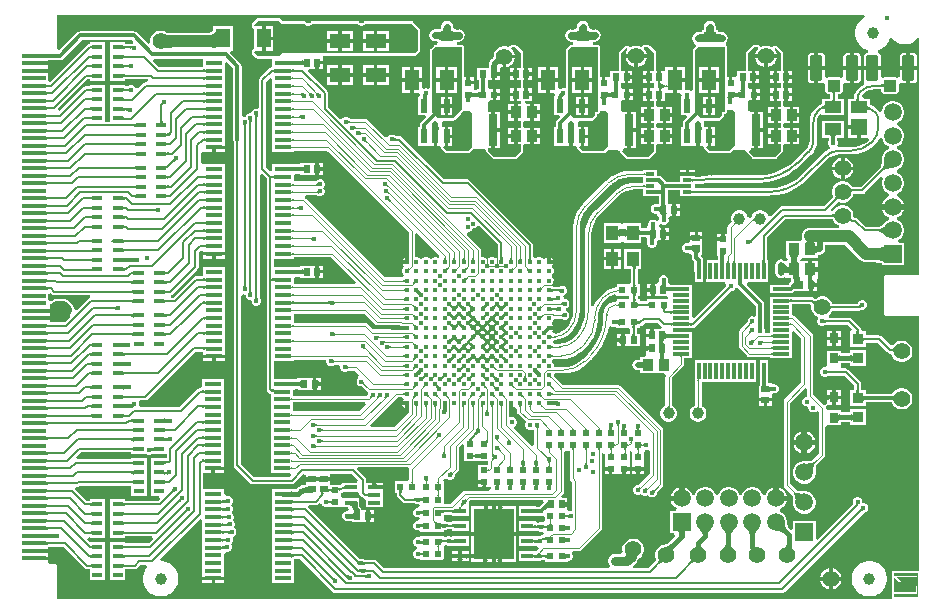
<source format=gtl>
G04*
G04 #@! TF.GenerationSoftware,Altium Limited,Altium Designer,24.4.1 (13)*
G04*
G04 Layer_Physical_Order=1*
G04 Layer_Color=255*
%FSLAX44Y44*%
%MOMM*%
G71*
G04*
G04 #@! TF.SameCoordinates,12DE7ABD-5068-41A5-B1A4-11BDF0A404C9*
G04*
G04*
G04 #@! TF.FilePolarity,Positive*
G04*
G01*
G75*
%ADD10C,0.2000*%
%ADD11C,0.1500*%
G04:AMPARAMS|DCode=16|XSize=2.2mm|YSize=1.05mm|CornerRadius=0.105mm|HoleSize=0mm|Usage=FLASHONLY|Rotation=90.000|XOffset=0mm|YOffset=0mm|HoleType=Round|Shape=RoundedRectangle|*
%AMROUNDEDRECTD16*
21,1,2.2000,0.8400,0,0,90.0*
21,1,1.9900,1.0500,0,0,90.0*
1,1,0.2100,0.4200,0.9950*
1,1,0.2100,0.4200,-0.9950*
1,1,0.2100,-0.4200,-0.9950*
1,1,0.2100,-0.4200,0.9950*
%
%ADD16ROUNDEDRECTD16*%
G04:AMPARAMS|DCode=17|XSize=1.05mm|YSize=1.05mm|CornerRadius=0.105mm|HoleSize=0mm|Usage=FLASHONLY|Rotation=0.000|XOffset=0mm|YOffset=0mm|HoleType=Round|Shape=RoundedRectangle|*
%AMROUNDEDRECTD17*
21,1,1.0500,0.8400,0,0,0.0*
21,1,0.8400,1.0500,0,0,0.0*
1,1,0.2100,0.4200,-0.4200*
1,1,0.2100,-0.4200,-0.4200*
1,1,0.2100,-0.4200,0.4200*
1,1,0.2100,0.4200,0.4200*
%
%ADD17ROUNDEDRECTD17*%
%ADD18R,0.9000X0.4500*%
%ADD19R,1.4000X1.0000*%
%ADD20R,1.4000X1.4000*%
%ADD21R,0.8000X0.3000*%
%ADD22R,0.6000X0.6400*%
%ADD23R,0.6000X0.5000*%
%ADD24R,0.5000X0.6000*%
%ADD25R,3.4500X4.3500*%
%ADD26R,1.0500X0.4500*%
%ADD27R,0.9000X1.0000*%
%ADD28R,1.4750X0.3000*%
%ADD29R,0.3000X1.4750*%
%ADD30R,1.4750X0.4500*%
%ADD31R,1.0500X0.4000*%
%ADD32R,0.6400X0.6000*%
%ADD33R,0.6000X1.1500*%
%ADD34R,0.8000X2.7000*%
%ADD35R,1.2500X1.6500*%
%ADD36R,1.0000X0.9000*%
%ADD37C,0.4200*%
%ADD38R,1.8000X1.3000*%
%ADD39R,1.3000X1.8000*%
%ADD40R,0.8000X0.9000*%
%ADD41R,0.9500X0.9000*%
%ADD42R,2.0000X0.3800*%
%ADD43R,1.1000X1.3000*%
%ADD77C,0.1250*%
%ADD78C,0.2000*%
%ADD79C,1.0000*%
%ADD80C,1.4000*%
%ADD81C,0.3000*%
%ADD82C,1.0000*%
%ADD83C,0.5000*%
%ADD84C,0.4000*%
%ADD85C,0.8000*%
%ADD86C,0.6000*%
%ADD87C,1.5000*%
%ADD88R,1.5000X1.5000*%
%ADD89C,0.4000*%
G36*
X296853Y695100D02*
X296184Y693100D01*
X296004Y693025D01*
X295558Y693028D01*
X295405Y693059D01*
X295405Y693059D01*
X290000D01*
Y694250D01*
X277000D01*
Y685750D01*
Y677750D01*
Y669750D01*
Y661750D01*
X290000D01*
Y662941D01*
X308963D01*
X309397Y662309D01*
X308344Y660309D01*
X307250D01*
X307250Y660309D01*
X306080Y660076D01*
X305087Y659413D01*
X305087Y659413D01*
X300948Y655274D01*
X298679Y655833D01*
X298476Y656322D01*
X297322Y657476D01*
X295816Y658100D01*
X294184D01*
X292677Y657476D01*
X292272Y657070D01*
X292269Y657069D01*
X292242Y657064D01*
X292181Y657059D01*
X290000D01*
Y658250D01*
X277000D01*
Y649750D01*
Y641750D01*
Y633750D01*
Y627059D01*
X273000D01*
Y633750D01*
Y641750D01*
Y649750D01*
Y658250D01*
X260000D01*
Y656804D01*
X256500D01*
X255427Y656590D01*
X254517Y655983D01*
X234135Y635601D01*
X233542Y635748D01*
X232926Y637961D01*
X258000Y663035D01*
X260000Y662807D01*
Y661750D01*
X273000D01*
Y669750D01*
Y677750D01*
Y685750D01*
Y694250D01*
X260000D01*
Y692804D01*
X260000D01*
X258927Y692590D01*
X258017Y691982D01*
X227000Y660965D01*
X225000Y661794D01*
Y668525D01*
X213000D01*
Y671525D01*
X225000D01*
Y672475D01*
Y674875D01*
X213000D01*
Y677875D01*
X225000D01*
Y679151D01*
X225079Y679156D01*
X234725D01*
X236091Y679428D01*
X237248Y680202D01*
X253478Y696431D01*
X295522D01*
X296853Y695100D01*
D02*
G37*
G36*
X324683Y700292D02*
X325055Y700231D01*
X325617Y700177D01*
X328451Y700058D01*
X334899Y700000D01*
Y690000D01*
X324501Y689639D01*
Y700361D01*
X324683Y700292D01*
D02*
G37*
G36*
X366530Y689280D02*
X366431Y689417D01*
X366130Y689539D01*
X365630Y689647D01*
X364930Y689741D01*
X362930Y689885D01*
X356530Y690000D01*
Y700000D01*
X358434Y700050D01*
X360138Y700200D01*
X361642Y700450D01*
X362945Y700800D01*
X364049Y701250D01*
X364951Y701800D01*
X365654Y702450D01*
X366157Y703200D01*
X366459Y704050D01*
X366561Y705000D01*
X366530Y689280D01*
D02*
G37*
G36*
X262061Y688500D02*
X262046Y688642D01*
X262000Y688770D01*
X261923Y688882D01*
X261816Y688980D01*
X261678Y689062D01*
X261510Y689130D01*
X261311Y689182D01*
X261082Y689220D01*
X260821Y689242D01*
X260530Y689250D01*
Y690750D01*
X260821Y690757D01*
X261082Y690780D01*
X261311Y690817D01*
X261510Y690870D01*
X261678Y690937D01*
X261816Y691020D01*
X261923Y691117D01*
X262000Y691230D01*
X262046Y691357D01*
X262061Y691500D01*
Y688500D01*
D02*
G37*
G36*
X296312Y690984D02*
X294981Y688421D01*
X294938Y688531D01*
X294875Y688630D01*
X294791Y688717D01*
X294687Y688792D01*
X294563Y688855D01*
X294419Y688907D01*
X294254Y688948D01*
X294070Y688977D01*
X293865Y688994D01*
X293640Y689000D01*
X293893Y691000D01*
X296312Y690984D01*
D02*
G37*
G36*
X287990Y691810D02*
X288050Y691640D01*
X288150Y691490D01*
X288290Y691360D01*
X288470Y691250D01*
X288689Y691160D01*
X288950Y691090D01*
X289249Y691040D01*
X289590Y691010D01*
X289970Y691000D01*
Y689000D01*
X289590Y688990D01*
X289249Y688960D01*
X288950Y688910D01*
X288689Y688840D01*
X288470Y688750D01*
X288290Y688640D01*
X288150Y688510D01*
X288050Y688360D01*
X287990Y688190D01*
X287969Y688000D01*
Y692000D01*
X287990Y691810D01*
D02*
G37*
G36*
X916277Y715451D02*
X915895Y715293D01*
X913438Y713651D01*
X911349Y711562D01*
X909707Y709105D01*
X908576Y706375D01*
X908000Y703477D01*
Y700523D01*
X908576Y697625D01*
X909707Y694895D01*
X911349Y692438D01*
X913438Y690349D01*
X915895Y688707D01*
X918625Y687576D01*
X918708Y687560D01*
X918512Y685560D01*
X918300D01*
X917110Y685323D01*
X916101Y684649D01*
X915427Y683640D01*
X915190Y682450D01*
Y674000D01*
X922500D01*
X929810D01*
Y682450D01*
X929573Y683640D01*
X928899Y684649D01*
X927890Y685323D01*
X927094Y685481D01*
X927094Y687521D01*
X927375Y687576D01*
X930105Y688707D01*
X932562Y690349D01*
X934651Y692438D01*
X936293Y694895D01*
X937424Y697625D01*
X937425Y697632D01*
X939548Y698055D01*
X940113Y697209D01*
X940291Y697032D01*
X940430Y696823D01*
X941823Y695430D01*
X942032Y695291D01*
X942209Y695113D01*
X943847Y694019D01*
X944079Y693923D01*
X944288Y693783D01*
X946108Y693029D01*
X946354Y692980D01*
X946586Y692884D01*
X948518Y692500D01*
X948769D01*
X949015Y692451D01*
X950985D01*
X951231Y692500D01*
X951482D01*
X953414Y692884D01*
X953646Y692980D01*
X953892Y693029D01*
X955712Y693783D01*
X955921Y693923D01*
X956153Y694019D01*
X957791Y695113D01*
X957968Y695291D01*
X958177Y695430D01*
X959570Y696823D01*
X959709Y697032D01*
X959887Y697209D01*
X960451Y698054D01*
X962451Y697447D01*
Y497549D01*
X935000D01*
X934025Y497355D01*
X933198Y496802D01*
X932645Y495975D01*
X932451Y495000D01*
Y465000D01*
X932645Y464025D01*
X933198Y463198D01*
X934025Y462645D01*
X935000Y462451D01*
X962451D01*
Y246838D01*
X938824D01*
Y222838D01*
X936944Y222549D01*
X232549D01*
Y250000D01*
X232355Y250975D01*
X231802Y251802D01*
X230975Y252355D01*
X230000Y252549D01*
X226658D01*
X225000Y253375D01*
Y255775D01*
X213000D01*
Y258775D01*
X225000D01*
Y259725D01*
Y262125D01*
X213000D01*
Y265125D01*
X225000D01*
Y266916D01*
X237758D01*
X255837Y248837D01*
X256829Y248174D01*
X258000Y247941D01*
X258000Y247941D01*
X260000D01*
Y238750D01*
X273000D01*
Y246750D01*
Y254750D01*
Y262750D01*
Y271250D01*
X260076D01*
X257922Y273403D01*
X258908Y275247D01*
X260000Y275029D01*
Y274750D01*
X273000D01*
Y282750D01*
Y290750D01*
Y298750D01*
Y307250D01*
X260000D01*
Y306059D01*
X257517D01*
X247859Y315716D01*
X248688Y317716D01*
X248775D01*
X248775Y317716D01*
X249946Y317949D01*
X250938Y318612D01*
X251267Y318941D01*
X295000D01*
Y309750D01*
X308000D01*
Y317750D01*
Y325750D01*
Y333750D01*
Y342250D01*
X295000D01*
Y341059D01*
X249213D01*
X248384Y343059D01*
X252267Y346941D01*
X295000D01*
Y345750D01*
X307452D01*
X307677Y345524D01*
X309184Y344900D01*
X310816D01*
X312322Y345524D01*
X312548Y345750D01*
X313972D01*
X314013Y345741D01*
X314059Y345750D01*
X324941D01*
Y342250D01*
X323013D01*
X322970Y342259D01*
X322926Y342250D01*
X312000D01*
Y333750D01*
Y325750D01*
Y317750D01*
Y309750D01*
X318811D01*
X319576Y307902D01*
X317733Y306059D01*
X290000D01*
Y307250D01*
X277000D01*
Y298750D01*
Y290750D01*
Y282750D01*
Y274750D01*
X290000D01*
Y275941D01*
X313002D01*
X313768Y274093D01*
X309733Y270059D01*
X290000D01*
Y271250D01*
X277000D01*
Y262750D01*
Y254750D01*
Y246750D01*
Y238750D01*
X290000D01*
Y247941D01*
X298000D01*
X298000Y247941D01*
X299170Y248174D01*
X300163Y248837D01*
X303267Y251941D01*
X307900D01*
X308728Y249941D01*
X308349Y249562D01*
X306707Y247105D01*
X305576Y244375D01*
X305000Y241477D01*
Y238523D01*
X305576Y235625D01*
X306707Y232895D01*
X308349Y230438D01*
X310438Y228349D01*
X312895Y226707D01*
X315625Y225576D01*
X318523Y225000D01*
X321477D01*
X324375Y225576D01*
X327105Y226707D01*
X329562Y228349D01*
X331651Y230438D01*
X333293Y232895D01*
X334423Y235625D01*
X335000Y238523D01*
Y241477D01*
X334423Y244375D01*
X333293Y247105D01*
X331651Y249562D01*
X329562Y251651D01*
X327105Y253293D01*
X324375Y254424D01*
X321477Y255000D01*
X320154D01*
X319326Y257000D01*
X353245Y290919D01*
X355245Y290091D01*
Y281500D01*
Y275000D01*
Y268500D01*
Y262000D01*
Y255500D01*
Y249000D01*
Y242500D01*
Y241750D01*
X373995D01*
Y242500D01*
Y249000D01*
Y261228D01*
X375185Y262900D01*
X376816D01*
X378322Y263524D01*
X379476Y264678D01*
X380100Y266185D01*
Y267815D01*
X379476Y269322D01*
X379314Y269484D01*
X379323Y269524D01*
X380476Y270678D01*
X381100Y272184D01*
Y273815D01*
X381029Y273988D01*
X380851Y275583D01*
X382028Y276402D01*
X382323Y276524D01*
X383476Y277677D01*
X384100Y279184D01*
Y280816D01*
X383476Y282322D01*
X382323Y283476D01*
X382314Y283516D01*
X382476Y283678D01*
X383100Y285184D01*
Y286816D01*
X382476Y288323D01*
X381323Y289476D01*
X381314Y289516D01*
X381476Y289678D01*
X382100Y291185D01*
Y292815D01*
X381476Y294322D01*
X380322Y295476D01*
X380794Y297445D01*
X381100Y298185D01*
Y299816D01*
X380476Y301322D01*
X379346Y302500D01*
X380476Y303678D01*
X381100Y305184D01*
Y306815D01*
X380476Y308322D01*
X379323Y309476D01*
X377816Y310100D01*
X376185D01*
X375995Y310021D01*
X373995Y311358D01*
Y316000D01*
X356059D01*
Y329250D01*
X362740D01*
Y333500D01*
X364240D01*
Y335000D01*
X373615D01*
Y335750D01*
Y342250D01*
Y348750D01*
Y355250D01*
Y361750D01*
Y368250D01*
Y374750D01*
Y381250D01*
Y387750D01*
Y394250D01*
Y400750D01*
Y409250D01*
X354865D01*
Y402869D01*
X353500Y401559D01*
X352329Y401326D01*
X351337Y400663D01*
X351337Y400663D01*
X335733Y385059D01*
X302994D01*
X301576Y386862D01*
Y388493D01*
X301390Y388941D01*
X302624Y390941D01*
X307000D01*
X307000Y390941D01*
X308171Y391174D01*
X309163Y391837D01*
X349267Y431941D01*
X355745D01*
Y429750D01*
X374495D01*
Y430500D01*
Y437000D01*
Y443500D01*
Y450000D01*
Y456500D01*
Y463000D01*
Y469500D01*
Y476000D01*
Y482500D01*
Y489000D01*
Y495500D01*
Y504000D01*
X355745D01*
Y496309D01*
X350250D01*
X350250Y496309D01*
X349080Y496076D01*
X348087Y495413D01*
X348087Y495413D01*
X330733Y478059D01*
X328788D01*
X328591Y480059D01*
X329170Y480174D01*
X330163Y480837D01*
X351163Y501837D01*
X351163Y501837D01*
X351826Y502829D01*
X352059Y504000D01*
X352059Y504000D01*
Y516407D01*
X353745Y518093D01*
X355269Y517641D01*
X355745Y517265D01*
Y516750D01*
X374495D01*
Y517500D01*
Y524000D01*
Y530500D01*
Y537000D01*
Y543500D01*
Y550000D01*
Y556500D01*
Y563000D01*
Y569500D01*
Y576000D01*
Y582500D01*
Y591000D01*
X355745D01*
X354059Y591758D01*
Y600243D01*
X355745Y601000D01*
X363620D01*
Y605250D01*
X365120D01*
Y606750D01*
X374495D01*
Y607500D01*
Y614000D01*
Y620500D01*
Y627000D01*
Y633500D01*
Y640000D01*
Y646500D01*
Y653000D01*
Y659500D01*
Y666000D01*
Y676845D01*
X376343Y677610D01*
X381431Y672522D01*
Y611783D01*
X381703Y610417D01*
X381941Y610061D01*
Y336000D01*
X381941Y336000D01*
X382174Y334829D01*
X382837Y333837D01*
X395837Y320837D01*
X395837Y320837D01*
X396829Y320174D01*
X398000Y319941D01*
X431000D01*
X431000Y319941D01*
X432170Y320174D01*
X433163Y320837D01*
X440800Y328474D01*
X442800Y327814D01*
Y325900D01*
X444141D01*
X444372Y326040D01*
X444585Y326235D01*
X444737Y326460D01*
X444829Y326715D01*
X444861Y327000D01*
X444855Y325900D01*
X448000D01*
Y322900D01*
X444838D01*
X444831Y321431D01*
X444800Y321634D01*
X444711Y321815D01*
X444561Y321976D01*
X444351Y322115D01*
X444081Y322233D01*
X443750Y322329D01*
X443360Y322404D01*
X442910Y322457D01*
X442800Y322464D01*
Y319428D01*
X442608Y319393D01*
X441822Y319329D01*
X440791D01*
X439231Y319018D01*
X437908Y318134D01*
X437908Y318134D01*
X437701Y317928D01*
X436898Y317768D01*
X435575Y316884D01*
X435575Y316884D01*
X434736Y316045D01*
X432755Y316000D01*
Y316000D01*
X430804D01*
X430767Y316008D01*
X430746Y316005D01*
X430724Y316009D01*
X430681Y316000D01*
X414005D01*
Y307500D01*
Y301000D01*
Y294500D01*
Y288000D01*
Y281500D01*
Y275000D01*
Y268500D01*
Y262000D01*
Y255500D01*
Y249000D01*
Y242500D01*
Y236000D01*
X432755D01*
Y242500D01*
Y249000D01*
Y256691D01*
X437983D01*
X465837Y228837D01*
X465837Y228837D01*
X466829Y228174D01*
X468000Y227941D01*
X846000D01*
X846000Y227941D01*
X847170Y228174D01*
X848163Y228837D01*
X915189Y295863D01*
X915194Y295867D01*
X915239Y295898D01*
X915242Y295900D01*
X915816D01*
X917322Y296524D01*
X918476Y297678D01*
X919100Y299184D01*
Y300816D01*
X918476Y302323D01*
X917322Y303476D01*
X915816Y304100D01*
X914181Y304181D01*
X914100Y305816D01*
X913476Y307322D01*
X912322Y308476D01*
X910816Y309100D01*
X909184D01*
X907678Y308476D01*
X906524Y307322D01*
X905900Y305816D01*
Y304184D01*
X906327Y303153D01*
X876348Y273174D01*
X874500Y273939D01*
Y288700D01*
X855500D01*
Y282096D01*
X853500Y281268D01*
X851805Y282962D01*
X851600Y283241D01*
X851365Y283639D01*
X851153Y284084D01*
X850969Y284580D01*
X850815Y285131D01*
X850692Y285739D01*
X850603Y286404D01*
X850552Y287126D01*
X850539Y287957D01*
X850500Y288136D01*
Y289251D01*
X849853Y291667D01*
X848602Y293833D01*
X846833Y295602D01*
X844667Y296852D01*
X844248Y296965D01*
Y299035D01*
X844667Y299147D01*
X846833Y300398D01*
X848602Y302167D01*
X849853Y304333D01*
X850165Y305500D01*
X841000D01*
Y308000D01*
X838500D01*
Y317165D01*
X837333Y316853D01*
X835167Y315602D01*
X833398Y313833D01*
X832147Y311667D01*
X832035Y311248D01*
X829965D01*
X829853Y311667D01*
X828602Y313833D01*
X826833Y315602D01*
X824667Y316853D01*
X822251Y317500D01*
X819749D01*
X817333Y316853D01*
X815167Y315602D01*
X813398Y313833D01*
X812147Y311667D01*
X812035Y311248D01*
X809965D01*
X809853Y311667D01*
X808602Y313833D01*
X806833Y315602D01*
X804667Y316853D01*
X802251Y317500D01*
X799749D01*
X797333Y316853D01*
X795167Y315602D01*
X793398Y313833D01*
X792147Y311667D01*
X792035Y311248D01*
X789965D01*
X789853Y311667D01*
X788602Y313833D01*
X786833Y315602D01*
X784667Y316853D01*
X782251Y317500D01*
X779749D01*
X777333Y316853D01*
X775167Y315602D01*
X773398Y313833D01*
X772148Y311667D01*
X772035Y311248D01*
X769965D01*
X769853Y311667D01*
X768602Y313833D01*
X766833Y315602D01*
X764667Y316853D01*
X763500Y317165D01*
Y308000D01*
X761000D01*
Y305500D01*
X751835D01*
X752147Y304333D01*
X753398Y302167D01*
X755167Y300398D01*
X756722Y299500D01*
X756187Y297500D01*
X751500D01*
Y278500D01*
X754904D01*
X755732Y276500D01*
X749695Y270462D01*
X749546Y270333D01*
X749142Y270019D01*
X748754Y269753D01*
X748384Y269532D01*
X748031Y269354D01*
X747697Y269217D01*
X747381Y269117D01*
X747081Y269050D01*
X746697Y269002D01*
X746692Y269000D01*
X746315D01*
X744026Y268387D01*
X741974Y267202D01*
X740298Y265526D01*
X739113Y263474D01*
X738500Y261185D01*
Y258815D01*
X739113Y256526D01*
X739511Y255837D01*
X732733Y249059D01*
X720469D01*
X720120Y249551D01*
X719710Y251059D01*
X723178Y254526D01*
X724504Y256511D01*
X724660Y257299D01*
X725526Y257798D01*
X727202Y259474D01*
X728387Y261526D01*
X729000Y263815D01*
Y266185D01*
X728387Y268474D01*
X727202Y270526D01*
X725526Y272202D01*
X723474Y273387D01*
X721185Y274000D01*
X718815D01*
X716526Y273387D01*
X714474Y272202D01*
X712798Y270526D01*
X711613Y268474D01*
X711000Y266185D01*
Y263815D01*
X711187Y263118D01*
X709652Y261117D01*
X705000D01*
X702659Y260652D01*
X700674Y259326D01*
X699348Y257341D01*
X698883Y255000D01*
X699348Y252659D01*
X700417Y251059D01*
X699966Y249674D01*
X699531Y249059D01*
X509267D01*
X503163Y255163D01*
X502170Y255826D01*
X501000Y256059D01*
X501000Y256059D01*
X492791D01*
X492785Y256059D01*
X492731Y256069D01*
X492728Y256070D01*
X492323Y256476D01*
X490816Y257100D01*
X489184D01*
X488507Y256819D01*
X445135Y300191D01*
X445963Y302191D01*
X451250D01*
X451250Y302191D01*
X452421Y302424D01*
X453413Y303087D01*
X454052Y303727D01*
X456321Y303167D01*
X456524Y302678D01*
X457677Y301524D01*
X459184Y300900D01*
X460816D01*
X461000Y300976D01*
X463000Y300500D01*
X463000Y300500D01*
X471750D01*
X473750Y300500D01*
X475000Y300500D01*
X478230D01*
X478780Y300312D01*
X479276Y298909D01*
X477924Y297100D01*
X477184D01*
X475678Y296476D01*
X474524Y295322D01*
X473900Y293815D01*
Y292185D01*
X474524Y290678D01*
X475678Y289524D01*
X477184Y288900D01*
X478816D01*
X478868Y288922D01*
X480803D01*
X480939Y288917D01*
X481413Y288871D01*
X481600Y288841D01*
Y287800D01*
X483587D01*
X483630Y287791D01*
X483674Y287800D01*
X493900D01*
Y293000D01*
Y298200D01*
X489878D01*
X489878Y298200D01*
X489568Y299761D01*
X488684Y301084D01*
X488250Y301518D01*
Y302475D01*
X488259Y302517D01*
X488250Y302562D01*
Y308500D01*
X484512D01*
X484118Y308578D01*
X481000D01*
X480606Y308500D01*
X474586Y308500D01*
X473000Y309500D01*
Y310500D01*
X473000D01*
Y312804D01*
X473999Y313002D01*
X474744Y313500D01*
X475720D01*
X475761Y313491D01*
X475807Y313500D01*
X486053D01*
X487941Y313000D01*
X488174Y311829D01*
X488837Y310837D01*
X490837Y308837D01*
X490837Y308837D01*
X491829Y308174D01*
X493000Y307941D01*
X493750Y306220D01*
Y300500D01*
X508250D01*
Y307000D01*
Y313500D01*
Y316000D01*
X501000D01*
Y317500D01*
X499500D01*
Y319470D01*
X498000D01*
X498285Y319499D01*
X498540Y319590D01*
X498765Y319739D01*
X498960Y319949D01*
X499125Y320219D01*
X499260Y320550D01*
X499365Y320939D01*
X499440Y321390D01*
X499450Y321500D01*
X494059D01*
Y324000D01*
X493826Y325171D01*
X493163Y326163D01*
X486502Y332824D01*
X487331Y334824D01*
X528839D01*
X528984Y334738D01*
X530324Y333000D01*
X530324Y333000D01*
Y323426D01*
X528500Y323000D01*
X527500D01*
Y323000D01*
X518500D01*
Y313000D01*
X519941D01*
Y311000D01*
X519941Y311000D01*
X520174Y309830D01*
X520837Y308837D01*
X524837Y304837D01*
X524837Y304837D01*
X525829Y304174D01*
X527000Y303941D01*
X535209D01*
X535215Y303941D01*
X535269Y303931D01*
X535272Y303930D01*
X535677Y303524D01*
X537184Y302900D01*
X538815D01*
X539314Y302634D01*
Y301894D01*
X537424Y300100D01*
X537184D01*
X535677Y299476D01*
X534524Y298322D01*
X533900Y296815D01*
Y295184D01*
X534524Y293678D01*
X535677Y292524D01*
X537184Y291900D01*
X538815D01*
X539314Y291634D01*
Y290894D01*
X537424Y289100D01*
X537184D01*
X535677Y288476D01*
X534524Y287322D01*
X533900Y285816D01*
Y284184D01*
X534524Y282677D01*
X535677Y281524D01*
X537184Y280900D01*
X538815D01*
X540500Y280000D01*
Y280000D01*
X549500D01*
X549500Y280000D01*
X550500D01*
Y280000D01*
X551500Y280000D01*
X559500D01*
Y280900D01*
X560816D01*
X562322Y281524D01*
X562728Y281930D01*
X562731Y281931D01*
X562758Y281936D01*
X562819Y281941D01*
X566250D01*
Y280100D01*
X580750D01*
Y288600D01*
X568308D01*
X568263Y288609D01*
X568222Y288600D01*
X566250D01*
Y288059D01*
X562791D01*
X562785Y288060D01*
X562731Y288069D01*
X562728Y288070D01*
X562322Y288476D01*
X560816Y289100D01*
X559741D01*
X559500Y291000D01*
X559500Y291000D01*
X559500Y291000D01*
Y293991D01*
X566250D01*
Y292800D01*
X580750D01*
Y301300D01*
X580750Y301300D01*
X580734Y303300D01*
X581100Y304184D01*
Y304805D01*
X581139Y304982D01*
X581142Y305151D01*
X581149Y305241D01*
X581160Y305311D01*
X581171Y305361D01*
X581181Y305394D01*
X581182Y305397D01*
X582109Y306324D01*
X643298D01*
X644208Y304324D01*
X643746Y303792D01*
X640960Y301007D01*
X639962Y300594D01*
X637859D01*
X637750Y300600D01*
Y301300D01*
X635763D01*
X635719Y301309D01*
X635676Y301300D01*
X623250D01*
Y292800D01*
X635676D01*
X635719Y292791D01*
X635763Y292800D01*
X637750D01*
Y293442D01*
X637937Y293456D01*
X639841D01*
X641184Y292900D01*
X642816D01*
X643500Y293183D01*
X645396Y292146D01*
X645500Y292012D01*
Y288988D01*
X645389Y288845D01*
X643684Y287833D01*
X643500Y287817D01*
X642816Y288100D01*
X641184D01*
X639678Y287476D01*
X638698Y287726D01*
X638619Y287777D01*
X638295Y287988D01*
X637750Y288363D01*
Y288600D01*
X623250D01*
Y280100D01*
X637750D01*
Y280100D01*
X639678Y280524D01*
X641184Y279900D01*
X642815D01*
X644276Y278644D01*
X643000Y277059D01*
X641830Y276826D01*
X640837Y276163D01*
X640774Y276100D01*
X640184D01*
X639743Y275917D01*
X637750Y275900D01*
X637750Y275900D01*
X637750Y275900D01*
X623250D01*
Y267400D01*
X637750D01*
X637750Y267400D01*
X638713Y267727D01*
X640140Y266100D01*
X640135Y265920D01*
X638107Y263892D01*
X637645Y263200D01*
X623250D01*
Y254700D01*
X637750D01*
Y254700D01*
X638484Y255190D01*
X639184Y254900D01*
X640816D01*
X642322Y255524D01*
X642728Y255930D01*
X642731Y255931D01*
X642758Y255935D01*
X642819Y255941D01*
X645500D01*
Y254000D01*
X654500D01*
Y254000D01*
X655500D01*
Y254000D01*
X664500D01*
Y254900D01*
X665816D01*
X667322Y255524D01*
X668476Y256677D01*
X669100Y258184D01*
Y259816D01*
X668476Y261322D01*
X668475Y261324D01*
X669303Y263324D01*
X674000D01*
X674000Y263324D01*
X675024Y263527D01*
X675893Y264107D01*
X692893Y281107D01*
X693473Y281976D01*
X693676Y283000D01*
X693676Y283000D01*
Y346601D01*
X694000Y346779D01*
X696000Y345598D01*
X696000Y338000D01*
X696000Y336500D01*
Y334500D01*
X701000D01*
Y333000D01*
X702500D01*
Y328500D01*
X706500D01*
X708000Y328500D01*
X710500D01*
Y329000D01*
D01*
X710470Y330561D01*
X710500D01*
Y333000D01*
X712000D01*
Y334500D01*
X717000D01*
Y338000D01*
X717000Y339500D01*
Y347500D01*
X717000D01*
Y347862D01*
X717446Y348109D01*
X718478Y347763D01*
X719000Y347231D01*
X719000Y338000D01*
X719000Y336500D01*
Y334500D01*
X724000D01*
X729000D01*
Y338000D01*
X729000Y339500D01*
Y347226D01*
X729641Y348132D01*
X730420Y348900D01*
X731816D01*
X732324Y349110D01*
X734324Y347912D01*
Y329109D01*
X724397Y319182D01*
X724395Y319181D01*
X724361Y319171D01*
X724311Y319160D01*
X724241Y319149D01*
X724151Y319142D01*
X723982Y319139D01*
X723805Y319100D01*
X723185D01*
X721678Y318476D01*
X720524Y317323D01*
X719900Y315816D01*
Y314184D01*
X720524Y312678D01*
X721678Y311524D01*
X723185Y310900D01*
X724816D01*
X726322Y311524D01*
X726685Y311887D01*
X727590Y310982D01*
X729097Y310357D01*
X730728D01*
X732524Y310678D01*
X733678Y309524D01*
X735184Y308900D01*
X736815D01*
X738323Y309524D01*
X739476Y310678D01*
X740100Y312185D01*
Y312805D01*
X740139Y312983D01*
X740142Y313151D01*
X740149Y313241D01*
X740160Y313311D01*
X740171Y313361D01*
X740181Y313395D01*
X740182Y313397D01*
X744893Y318107D01*
X744893Y318107D01*
X745473Y318976D01*
X745676Y320000D01*
X745676Y320000D01*
Y366000D01*
X745473Y367024D01*
X744893Y367892D01*
X744893Y367893D01*
X727142Y385643D01*
X726685Y385948D01*
X709241Y403392D01*
X708372Y403973D01*
X707348Y404176D01*
X707348Y404176D01*
X660609D01*
X652936Y411849D01*
X653211Y413045D01*
X653769Y413849D01*
X660332D01*
X660332Y413848D01*
Y413808D01*
X664984Y414174D01*
X669522Y415264D01*
X673833Y417050D01*
X677812Y419488D01*
X679871Y421246D01*
X679871Y421246D01*
X681360Y422519D01*
X681332Y422547D01*
X683912Y425127D01*
X685350Y426487D01*
X685377Y426511D01*
X686640Y427952D01*
X689750Y431497D01*
X693435Y437012D01*
X696368Y442961D01*
X698500Y449241D01*
X699269Y453105D01*
X701439Y453763D01*
X701678Y453524D01*
X703185Y452900D01*
X704816D01*
X706500Y452000D01*
Y452000D01*
X708487D01*
X708531Y451991D01*
X708574Y452000D01*
X714500D01*
X715500Y452000D01*
X717341Y451617D01*
Y447200D01*
X713100D01*
Y442000D01*
Y436800D01*
X725400D01*
Y447200D01*
X723459D01*
Y452000D01*
X725500D01*
Y452053D01*
X726000Y453941D01*
X727171Y454174D01*
X728163Y454837D01*
X730267Y456941D01*
X740733D01*
X744337Y453337D01*
X744542Y453200D01*
X743936Y451200D01*
X737363D01*
X737422Y450639D01*
X737510Y450249D01*
X737624Y449920D01*
X737763Y449650D01*
X737926Y449440D01*
X738116Y449290D01*
X738330Y449199D01*
X738569Y449170D01*
X737100Y449162D01*
Y446000D01*
X735600D01*
Y444500D01*
X730600D01*
Y442200D01*
X730600Y440800D01*
X730600D01*
Y440200D01*
X730600D01*
Y436549D01*
X730722Y436560D01*
X731176Y436635D01*
X731570Y436740D01*
X731903Y436875D01*
X732176Y437040D01*
X732388Y437235D01*
X732540Y437460D01*
X732631Y437715D01*
X732661Y438000D01*
Y436500D01*
X735600D01*
Y433500D01*
X732661D01*
Y432000D01*
X732631Y432285D01*
X732540Y432540D01*
X732388Y432765D01*
X732176Y432960D01*
X731903Y433125D01*
X731570Y433260D01*
X731176Y433365D01*
X730722Y433440D01*
X730600Y433451D01*
Y430000D01*
X730600Y429800D01*
X730117Y428000D01*
X725750D01*
Y425656D01*
X725659Y425639D01*
X725059Y425588D01*
X724000D01*
X722244Y425239D01*
X720756Y424244D01*
X719761Y422756D01*
X719412Y421000D01*
X719761Y419244D01*
X720756Y417756D01*
X722244Y416761D01*
X724000Y416412D01*
X725226D01*
X725630Y416366D01*
X725750Y416344D01*
Y414000D01*
X737250D01*
X738750Y414000D01*
X740750Y414000D01*
X746442D01*
X747527Y412024D01*
X747324Y411000D01*
X747324Y411000D01*
Y386530D01*
X747298Y386523D01*
X745702Y385601D01*
X744399Y384298D01*
X743477Y382702D01*
X743000Y380922D01*
Y379078D01*
X743477Y377298D01*
X744399Y375702D01*
X745702Y374399D01*
X747298Y373477D01*
X749078Y373000D01*
X750922D01*
X752702Y373477D01*
X754298Y374399D01*
X755601Y375702D01*
X756523Y377298D01*
X757000Y379078D01*
Y380922D01*
X756523Y382702D01*
X755601Y384298D01*
X754298Y385601D01*
X752702Y386523D01*
X752676Y386530D01*
Y409891D01*
X762513Y419727D01*
X762513Y419728D01*
X763093Y420596D01*
X763296Y421620D01*
Y427000D01*
X769995D01*
Y432000D01*
Y442000D01*
Y449001D01*
X760965D01*
X760620Y449069D01*
Y452000D01*
X767921D01*
X767964Y451991D01*
X768008Y452000D01*
X769995D01*
Y452000D01*
X770382D01*
X770500Y452441D01*
X771671Y452674D01*
X772663Y453337D01*
X802689Y483363D01*
X802694Y483367D01*
X802739Y483398D01*
X802742Y483400D01*
X803316D01*
X804822Y484024D01*
X805976Y485177D01*
X806281Y485914D01*
X806636Y486137D01*
X808299Y486475D01*
X808503Y486450D01*
X823931Y471022D01*
Y463388D01*
X821931Y462052D01*
X821816Y462100D01*
X820184D01*
X818678Y461476D01*
X817524Y460322D01*
X816900Y458815D01*
Y458195D01*
X816861Y458018D01*
X816858Y457849D01*
X816851Y457759D01*
X816841Y457689D01*
X816829Y457639D01*
X816819Y457606D01*
X816818Y457603D01*
X810107Y450892D01*
X809527Y450024D01*
X809324Y449000D01*
X809324Y449000D01*
Y437000D01*
X809324Y437000D01*
X809527Y435976D01*
X810107Y435107D01*
X816607Y428608D01*
X816608Y428607D01*
X817476Y428027D01*
X818500Y427824D01*
X818500Y427824D01*
X836005D01*
Y427000D01*
X854755D01*
Y437000D01*
Y448847D01*
X856603Y449612D01*
X862324Y443891D01*
Y406109D01*
X848108Y391893D01*
X847527Y391024D01*
X847324Y390000D01*
X847324Y390000D01*
Y319600D01*
X847324Y319600D01*
X847527Y318576D01*
X848108Y317708D01*
X854648Y311167D01*
X854676Y311132D01*
X854775Y310956D01*
X854906Y310626D01*
X855044Y310151D01*
X855172Y309541D01*
X855276Y308843D01*
X855459Y305856D01*
X855461Y304675D01*
X855461Y304675D01*
X855461Y304675D01*
Y304671D01*
X855500Y304478D01*
Y303349D01*
X856147Y300933D01*
X857398Y298767D01*
X859167Y296998D01*
X861333Y295747D01*
X863749Y295100D01*
X866251D01*
X868667Y295747D01*
X870833Y296998D01*
X872602Y298767D01*
X873853Y300933D01*
X874500Y303349D01*
Y305851D01*
X873853Y308267D01*
X872602Y310433D01*
X870833Y312202D01*
X868667Y313453D01*
X866251Y314100D01*
X865135D01*
X864955Y314139D01*
X862631Y314173D01*
X860776Y314321D01*
X860059Y314428D01*
X859449Y314556D01*
X858974Y314694D01*
X858644Y314825D01*
X858468Y314924D01*
X858433Y314952D01*
X852676Y320709D01*
Y388891D01*
X865324Y401539D01*
X867324Y400710D01*
Y395000D01*
X867324Y395000D01*
X866684Y394100D01*
X865178Y393476D01*
X864024Y392323D01*
X863400Y390816D01*
Y389184D01*
X864024Y387678D01*
X865178Y386524D01*
X866684Y385900D01*
X868319Y385820D01*
X868400Y384184D01*
X869024Y382677D01*
X870178Y381524D01*
X871684Y380900D01*
X873316D01*
X874822Y381524D01*
X875324Y382025D01*
X877324Y381197D01*
Y346109D01*
X871567Y340352D01*
X871532Y340324D01*
X871356Y340225D01*
X871026Y340093D01*
X870551Y339956D01*
X869941Y339828D01*
X869243Y339724D01*
X866256Y339541D01*
X865075Y339539D01*
X865075Y339539D01*
X865075Y339539D01*
X865071D01*
X864878Y339500D01*
X863749D01*
X861333Y338853D01*
X859167Y337602D01*
X857398Y335833D01*
X856147Y333667D01*
X855500Y331251D01*
Y328749D01*
X856147Y326333D01*
X857398Y324167D01*
X859167Y322398D01*
X861333Y321147D01*
X863749Y320500D01*
X866251D01*
X868667Y321147D01*
X870833Y322398D01*
X872602Y324167D01*
X873853Y326333D01*
X874500Y328749D01*
Y329865D01*
X874539Y330045D01*
X874573Y332369D01*
X874721Y334224D01*
X874828Y334941D01*
X874956Y335551D01*
X875094Y336026D01*
X875225Y336356D01*
X875324Y336532D01*
X875352Y336567D01*
X881892Y343107D01*
X881892Y343107D01*
X882473Y343976D01*
X882676Y345000D01*
Y368548D01*
X884000Y370000D01*
X884676Y370000D01*
X896000D01*
Y372468D01*
X896063Y372494D01*
X896363Y372575D01*
X896787Y372646D01*
X897082Y372672D01*
X902176D01*
X902476Y372645D01*
X902906Y372574D01*
X903211Y372493D01*
X903250Y372477D01*
Y370500D01*
X916750D01*
Y383500D01*
X903250D01*
Y381023D01*
X903211Y381007D01*
X902906Y380926D01*
X902476Y380855D01*
X902176Y380828D01*
X897082D01*
X896787Y380854D01*
X896363Y380925D01*
X896063Y381006D01*
X896000Y381032D01*
Y383000D01*
X884557D01*
X883036Y384601D01*
X883049Y384956D01*
X883090Y385457D01*
X883515Y386606D01*
X883633Y386694D01*
X884013Y386914D01*
X885120Y387000D01*
X885727Y387000D01*
X888500D01*
Y392000D01*
X886061D01*
Y390500D01*
X886031Y390785D01*
X885940Y391040D01*
X885788Y391265D01*
X885576Y391460D01*
X885303Y391625D01*
X884970Y391760D01*
X884576Y391865D01*
X884121Y391940D01*
X884000Y391951D01*
Y388933D01*
X884000Y388626D01*
X884000Y388626D01*
X883937Y388296D01*
X881876Y387045D01*
X881523Y387262D01*
X881720Y387065D01*
X881721Y387065D01*
X881720Y387065D01*
X881320Y387465D01*
X872676Y396109D01*
Y445130D01*
X872676Y445130D01*
X872473Y446154D01*
X871892Y447023D01*
X871892Y447023D01*
X856523Y462393D01*
X855654Y462973D01*
X854755Y463152D01*
Y472441D01*
X869539D01*
X871000Y471185D01*
Y468815D01*
X871613Y466526D01*
X872798Y464474D01*
X874474Y462798D01*
X875550Y462177D01*
X876378Y460602D01*
X876234Y459621D01*
X875900Y458815D01*
Y457184D01*
X876524Y455677D01*
X877678Y454524D01*
X879184Y453900D01*
X880816D01*
X882322Y454524D01*
X882728Y454930D01*
X882731Y454931D01*
X882758Y454935D01*
X882819Y454941D01*
X901733D01*
X905174Y451500D01*
X904346Y449500D01*
X903250D01*
Y436500D01*
X916750D01*
Y439941D01*
X926971D01*
X935337Y431576D01*
X935337Y431576D01*
X936329Y430913D01*
X937500Y430680D01*
X938670D01*
X939113Y429026D01*
X940298Y426974D01*
X941974Y425298D01*
X944026Y424113D01*
X946315Y423500D01*
X948685D01*
X950974Y424113D01*
X953026Y425298D01*
X954702Y426974D01*
X955887Y429026D01*
X956500Y431315D01*
Y433685D01*
X955887Y435974D01*
X954702Y438026D01*
X953026Y439702D01*
X950974Y440887D01*
X948685Y441500D01*
X946315D01*
X944026Y440887D01*
X941974Y439702D01*
X940298Y438026D01*
X940275Y437985D01*
X937867Y437697D01*
X930401Y445163D01*
X929409Y445826D01*
X928238Y446059D01*
X928238Y446059D01*
X916750D01*
Y449500D01*
X914279D01*
X913059Y451000D01*
X912826Y452170D01*
X912163Y453163D01*
X912163Y453163D01*
X905163Y460163D01*
X904171Y460826D01*
X903000Y461059D01*
X903000Y461059D01*
X886513D01*
X885983Y461993D01*
X885787Y463059D01*
X887202Y464474D01*
X888387Y466526D01*
X888497Y466937D01*
X888544Y466941D01*
X911405D01*
X911405Y466941D01*
X912575Y467174D01*
X913124Y467541D01*
X913208Y467573D01*
X913289Y467651D01*
X913568Y467837D01*
X913631Y467900D01*
X914816D01*
X916322Y468524D01*
X917476Y469678D01*
X918100Y471185D01*
Y472816D01*
X917476Y474322D01*
X916322Y475476D01*
X914816Y476100D01*
X913185D01*
X911678Y475476D01*
X910524Y474322D01*
X910001Y473059D01*
X888544D01*
X888497Y473063D01*
X888387Y473474D01*
X887202Y475526D01*
X885526Y477202D01*
X883474Y478387D01*
X881185Y479000D01*
X878815D01*
X876526Y478387D01*
X874474Y477202D01*
X874228Y476956D01*
X873521Y477663D01*
X872528Y478326D01*
X871358Y478559D01*
X871358Y478559D01*
X854755D01*
Y479001D01*
X852768D01*
X852725Y479009D01*
X852681Y479001D01*
X836005D01*
Y477000D01*
Y467000D01*
Y457000D01*
Y448176D01*
X832273D01*
X831600Y449184D01*
Y450816D01*
X831069Y452098D01*
Y472500D01*
X830797Y473866D01*
X830023Y475023D01*
X816042Y489005D01*
X816870Y491005D01*
X834000D01*
Y507681D01*
X834009Y507724D01*
X834000Y507768D01*
Y509755D01*
X833559D01*
Y529233D01*
X848767Y544441D01*
X888956D01*
X889003Y544437D01*
X889113Y544026D01*
X890298Y541974D01*
X891974Y540298D01*
X894026Y539113D01*
X894224Y539060D01*
X893961Y537060D01*
X870000D01*
X870000Y537060D01*
X868173Y536820D01*
X866470Y536115D01*
X865008Y534992D01*
X863885Y533530D01*
X863180Y531827D01*
X862940Y530000D01*
X863180Y528173D01*
X863252Y528000D01*
X863251Y527623D01*
X861915Y526000D01*
X861250Y526000D01*
X849750D01*
Y514074D01*
X849741Y514030D01*
X849750Y513987D01*
Y512000D01*
X850176D01*
X851077Y510317D01*
X849701Y509012D01*
X847936Y509450D01*
X846756Y510239D01*
X845000Y510588D01*
X843244Y510239D01*
X841756Y509244D01*
X840761Y507756D01*
X840412Y506000D01*
Y499000D01*
X840761Y497244D01*
X841756Y495756D01*
X843244Y494761D01*
X845000Y494412D01*
X846756Y494761D01*
X847750Y495425D01*
X849750Y495000D01*
Y495000D01*
X853662D01*
Y494950D01*
X853912Y493693D01*
Y492017D01*
X852756Y491244D01*
X851761Y489756D01*
X851624Y489069D01*
X845380D01*
X845035Y489000D01*
X836005D01*
Y482000D01*
X845035D01*
X845380Y481931D01*
X853500D01*
X853845Y482000D01*
X854755D01*
Y482181D01*
X854866Y482203D01*
X856023Y482977D01*
X856459Y483412D01*
X860800D01*
X862556Y483761D01*
X862614Y483800D01*
X868900D01*
Y489000D01*
X870400D01*
Y490500D01*
X873339D01*
Y492000D01*
X873369Y491715D01*
X873460Y491460D01*
X873612Y491235D01*
X873824Y491040D01*
X874097Y490875D01*
X874430Y490740D01*
X874824Y490635D01*
X875278Y490560D01*
X875400Y490549D01*
X875400Y493352D01*
X876250Y495000D01*
X876250Y495848D01*
Y500451D01*
X876128Y500440D01*
X875674Y500365D01*
X875280Y500260D01*
X874947Y500125D01*
X874674Y499960D01*
X874462Y499765D01*
X874310Y499540D01*
X874219Y499285D01*
X874189Y499000D01*
Y500500D01*
X869750D01*
Y502000D01*
X868250D01*
Y506939D01*
X867000D01*
X867285Y506969D01*
X867540Y507060D01*
X867765Y507212D01*
X867960Y507424D01*
X868125Y507697D01*
X868250Y508005D01*
Y509000D01*
X862324Y509000D01*
X861667Y510227D01*
X862792Y512000D01*
X864750Y512000D01*
X876250D01*
Y514344D01*
X876341Y514361D01*
X876941Y514412D01*
X878000D01*
X879756Y514761D01*
X881244Y515756D01*
X882239Y517244D01*
X882588Y519000D01*
Y522940D01*
X899576D01*
X912507Y510008D01*
X913970Y508885D01*
X915673Y508180D01*
X917500Y507940D01*
X924148D01*
X924354Y507937D01*
X927433Y507747D01*
X928594Y507593D01*
X929533Y507403D01*
X930208Y507199D01*
X930500Y507065D01*
Y505500D01*
X932487D01*
X932531Y505491D01*
X932574Y505500D01*
X949500D01*
Y524500D01*
X944813D01*
X944277Y526500D01*
X945833Y527398D01*
X947602Y529167D01*
X948853Y531333D01*
X949500Y533749D01*
Y536251D01*
X948853Y538667D01*
X947602Y540833D01*
X945833Y542602D01*
X943667Y543853D01*
X943248Y543965D01*
Y546035D01*
X943667Y546147D01*
X945833Y547398D01*
X947602Y549167D01*
X948853Y551333D01*
X949165Y552500D01*
X940000D01*
X930835D01*
X931147Y551333D01*
X932398Y549167D01*
X934167Y547398D01*
X936333Y546147D01*
X936752Y546035D01*
Y543965D01*
X936333Y543853D01*
X934167Y542602D01*
X933371Y541806D01*
X933209Y541699D01*
X932432Y540929D01*
X930997Y539650D01*
X930385Y539174D01*
X929812Y538778D01*
X929302Y538473D01*
X928863Y538257D01*
X928507Y538125D01*
X928242Y538061D01*
X928211Y538059D01*
X917193D01*
X910404Y544848D01*
X909412Y545511D01*
X908408Y545710D01*
X908035Y545829D01*
X906500Y546463D01*
Y548685D01*
X905887Y550974D01*
X904702Y553026D01*
X903026Y554702D01*
X900974Y555887D01*
X898685Y556500D01*
X896315D01*
X894026Y555887D01*
X891974Y554702D01*
X890298Y553026D01*
X889333Y551354D01*
X888400Y551245D01*
X887915Y551860D01*
X887653Y553327D01*
X893622Y559296D01*
X893658Y559326D01*
X894026Y559113D01*
X896315Y558500D01*
X898685D01*
X900974Y559113D01*
X903026Y560298D01*
X904702Y561974D01*
X905887Y564026D01*
X906400Y565941D01*
X914000D01*
X914000Y565941D01*
X915171Y566174D01*
X916163Y566837D01*
X929993Y580667D01*
X931593Y579439D01*
X931147Y578667D01*
X930500Y576251D01*
Y573749D01*
X931147Y571333D01*
X932398Y569167D01*
X934167Y567398D01*
X936333Y566147D01*
X936752Y566035D01*
Y563965D01*
X936333Y563853D01*
X934167Y562602D01*
X932398Y560833D01*
X931147Y558667D01*
X930835Y557500D01*
X940000D01*
X949165D01*
X948853Y558667D01*
X947602Y560833D01*
X945833Y562602D01*
X943667Y563853D01*
X943248Y563965D01*
Y566035D01*
X943667Y566147D01*
X945833Y567398D01*
X947602Y569167D01*
X948853Y571333D01*
X949500Y573749D01*
Y576251D01*
X948853Y578667D01*
X947602Y580833D01*
X945833Y582602D01*
X943667Y583853D01*
X943248Y583965D01*
Y586035D01*
X943667Y586147D01*
X945833Y587398D01*
X947602Y589167D01*
X948853Y591333D01*
X949500Y593749D01*
Y596251D01*
X948853Y598667D01*
X947602Y600833D01*
X945833Y602602D01*
X943667Y603853D01*
X943248Y603965D01*
Y606035D01*
X943667Y606147D01*
X945833Y607398D01*
X947602Y609167D01*
X948853Y611333D01*
X949500Y613749D01*
Y616251D01*
X948853Y618667D01*
X947602Y620833D01*
X945833Y622602D01*
X943667Y623853D01*
X943248Y623965D01*
Y626035D01*
X943667Y626147D01*
X945833Y627398D01*
X947602Y629167D01*
X948853Y631333D01*
X949500Y633749D01*
Y636251D01*
X948853Y638667D01*
X947602Y640833D01*
X945833Y642602D01*
X943667Y643853D01*
X941251Y644500D01*
X938749D01*
X936333Y643853D01*
X934167Y642602D01*
X932398Y640833D01*
X931147Y638667D01*
X930500Y636251D01*
Y636166D01*
X928500Y635487D01*
X927192Y637192D01*
X927184Y637184D01*
X924388Y639479D01*
X921198Y641184D01*
X920586Y641370D01*
X920524Y641393D01*
X920311Y641487D01*
X920250Y641519D01*
Y646500D01*
X915067D01*
X913426Y648500D01*
X913441Y648575D01*
X914582Y650283D01*
X914663Y650337D01*
X914752Y650471D01*
X917539Y652609D01*
X920931Y654014D01*
X924414Y654473D01*
X924571Y654441D01*
X930190D01*
Y653300D01*
X930427Y652110D01*
X931101Y651101D01*
X932110Y650427D01*
X933300Y650190D01*
X941700D01*
X942890Y650427D01*
X943899Y651101D01*
X944573Y652110D01*
X944810Y653300D01*
Y659282D01*
X945621Y659795D01*
X946810Y660145D01*
X947510Y659677D01*
X948700Y659440D01*
X951400D01*
Y671000D01*
X945590D01*
Y664968D01*
X944779Y664455D01*
X943590Y664105D01*
X942890Y664573D01*
X941700Y664810D01*
X933300D01*
X932110Y664573D01*
X931810Y664372D01*
X929810Y665292D01*
Y671000D01*
X922500D01*
X915190D01*
Y662550D01*
X915427Y661360D01*
X915817Y660776D01*
X915697Y658985D01*
X915507Y658343D01*
X913366Y657198D01*
X910310Y654690D01*
X910308Y654692D01*
X908459Y652282D01*
X907297Y649476D01*
X906905Y646500D01*
X902250D01*
Y633500D01*
X902250Y632000D01*
X902250Y630500D01*
Y624000D01*
X911250D01*
Y622500D01*
X912750D01*
Y613500D01*
X918856D01*
X918907Y613449D01*
X919605Y611500D01*
X916913Y609291D01*
X913044Y607223D01*
X908845Y605949D01*
X904612Y605532D01*
X904479Y605559D01*
X895000D01*
Y605602D01*
X893989Y605503D01*
X893824Y605630D01*
X892772Y607392D01*
X893100Y608185D01*
Y609815D01*
X892569Y611098D01*
Y613182D01*
X892585Y613366D01*
X892607Y613500D01*
X898250D01*
Y627500D01*
X880250D01*
Y613500D01*
X885393D01*
X885415Y613366D01*
X885431Y613182D01*
Y611098D01*
X884900Y609815D01*
Y608185D01*
X885524Y606678D01*
X886302Y605900D01*
X886395Y605593D01*
X886335Y604307D01*
X886132Y603586D01*
X883217Y602028D01*
X880003Y599390D01*
X880034Y599360D01*
X862777Y582102D01*
X862667Y581939D01*
X858105Y578043D01*
X852825Y574807D01*
X847104Y572437D01*
X841082Y570991D01*
X835100Y570521D01*
X834908Y570559D01*
X772000D01*
Y574441D01*
X775056D01*
X775117Y574453D01*
X775178Y574444D01*
X775337Y574450D01*
X775397Y574464D01*
X775459Y574457D01*
X786509Y575339D01*
X825480Y575339D01*
X825530Y575289D01*
Y575289D01*
X825530Y575289D01*
X827498Y575418D01*
X832194Y575725D01*
X838743Y577028D01*
X845066Y579175D01*
X851055Y582128D01*
X856608Y585838D01*
X860146Y588941D01*
X861628Y590241D01*
X862992Y591676D01*
X869195Y597879D01*
X870773Y598919D01*
X870773D01*
X872814Y601405D01*
X874330Y604242D01*
X875264Y607320D01*
X875579Y610521D01*
X875559D01*
Y618105D01*
X875662Y620053D01*
X875717Y620186D01*
X875634Y620886D01*
X875598Y621954D01*
X875581Y623514D01*
X875715Y625452D01*
X875715D01*
X875715Y625453D01*
X875769Y627424D01*
X875986Y629069D01*
X877391Y632461D01*
X878250Y633581D01*
X880250Y632902D01*
Y632500D01*
X898250D01*
Y646500D01*
X893059D01*
Y650190D01*
X894200D01*
X895390Y650427D01*
X896399Y651101D01*
X897073Y652110D01*
X897310Y653300D01*
Y659282D01*
X898121Y659795D01*
X899310Y660145D01*
X900010Y659677D01*
X901200Y659440D01*
X903900D01*
Y671000D01*
X898090D01*
Y664968D01*
X897279Y664455D01*
X896090Y664105D01*
X895390Y664573D01*
X894200Y664810D01*
X885800D01*
X884610Y664573D01*
X884310Y664372D01*
X882310Y665292D01*
Y671000D01*
X876500D01*
Y659440D01*
X879200D01*
X880390Y659677D01*
X880690Y659878D01*
X882690Y658958D01*
Y653300D01*
X882927Y652110D01*
X883601Y651101D01*
X884610Y650427D01*
X885800Y650190D01*
X886941D01*
Y646500D01*
X880250D01*
Y642311D01*
X879763Y642247D01*
X877372Y641257D01*
X875319Y639681D01*
X875310Y639690D01*
X872802Y636634D01*
X870938Y633147D01*
X869790Y629364D01*
X869590Y627329D01*
X869403Y625429D01*
X869411Y625395D01*
X869418Y625395D01*
X869464Y623414D01*
X869491Y621036D01*
X869491Y621035D01*
X869506Y620916D01*
X869464Y620816D01*
X869407Y620218D01*
X869429Y620218D01*
X869441Y620202D01*
X869441Y618848D01*
Y610521D01*
X869453Y610461D01*
X869110Y607858D01*
X868082Y605376D01*
X867319Y604381D01*
X866495Y603831D01*
X866178Y603514D01*
X866178Y603514D01*
X857267Y594602D01*
X857207Y594513D01*
X852870Y590709D01*
X847985Y587445D01*
X842717Y584847D01*
X837154Y582959D01*
X831392Y581813D01*
X825644Y581436D01*
X825540Y581457D01*
X825535Y581456D01*
X825530Y581457D01*
X786387Y581457D01*
X786266Y581433D01*
X786144Y581447D01*
X775033Y580560D01*
X774996Y580559D01*
X772000D01*
Y581001D01*
X770013D01*
X769969Y581009D01*
X769926Y581001D01*
X766000D01*
X760000D01*
Y576069D01*
X747978D01*
X744023Y580023D01*
X742866Y580797D01*
X741500Y581069D01*
X740000D01*
Y586000D01*
X728000D01*
Y585176D01*
X717021D01*
Y585212D01*
X712623Y584866D01*
X708334Y583836D01*
X704259Y582148D01*
X700497Y579843D01*
X697143Y576978D01*
X697143Y576978D01*
X695754Y575539D01*
X677547Y557332D01*
X677522Y557357D01*
X674657Y554003D01*
X672352Y550241D01*
X670664Y546166D01*
X669634Y541877D01*
X669288Y537479D01*
X669324D01*
Y469071D01*
X669324Y467074D01*
X669324Y467071D01*
X669163Y465137D01*
X668932Y462787D01*
X667682Y458667D01*
X665653Y454870D01*
X664148Y453037D01*
X662894Y451557D01*
X662893Y451557D01*
X662893Y451556D01*
X661391Y450358D01*
X660171Y449422D01*
X656960Y448092D01*
X653631Y447653D01*
X653515Y447676D01*
X652303D01*
X651511Y449588D01*
X651605Y449807D01*
X651976Y450177D01*
X652307Y450977D01*
X649850Y450892D01*
Y451000D01*
X648500D01*
Y454000D01*
X649850D01*
Y454108D01*
X649905Y454088D01*
X650016Y454069D01*
X650185Y454053D01*
X651035Y454017D01*
X652314Y454006D01*
X651976Y454822D01*
X651605Y455193D01*
X651047Y456500D01*
X651605Y457807D01*
X651976Y458177D01*
X652600Y459684D01*
Y459995D01*
X653000Y460324D01*
X658762D01*
X658765Y460322D01*
X658795Y460306D01*
X658839Y460278D01*
X658896Y460236D01*
X658964Y460178D01*
X659086Y460061D01*
X659239Y459963D01*
X659678Y459524D01*
X661184Y458900D01*
X662815D01*
X664322Y459524D01*
X665476Y460677D01*
X666100Y462184D01*
Y463815D01*
X665476Y465322D01*
X664322Y466476D01*
X663057Y467000D01*
X662931Y467993D01*
Y468007D01*
X663057Y469000D01*
X664322Y469524D01*
X665476Y470677D01*
X666100Y472184D01*
Y473815D01*
X665476Y475322D01*
X664322Y476476D01*
X662815Y477100D01*
X662234D01*
X661608Y477773D01*
X660972Y479032D01*
X661416Y480149D01*
X662322Y480524D01*
X663476Y481678D01*
X664100Y483185D01*
Y484815D01*
X663476Y486322D01*
X662322Y487476D01*
X660816Y488100D01*
X659184D01*
X657678Y487476D01*
X657526Y487324D01*
X657511Y487321D01*
X657455Y487313D01*
X657404Y487309D01*
X652795D01*
X651327Y488992D01*
X651333Y489170D01*
X651605Y489807D01*
X651976Y490177D01*
X652600Y491684D01*
Y493316D01*
X651976Y494822D01*
X651605Y495193D01*
X651047Y496500D01*
X651605Y497807D01*
X651976Y498177D01*
X652600Y499684D01*
Y501315D01*
X651976Y502822D01*
X651605Y503193D01*
X651047Y504500D01*
X651605Y505807D01*
X651976Y506177D01*
X652304Y506971D01*
X649813Y506861D01*
Y507000D01*
X648500D01*
Y508500D01*
X647000D01*
Y509850D01*
X646892D01*
X646912Y509905D01*
X646931Y510016D01*
X646947Y510185D01*
X646983Y511035D01*
X646994Y512314D01*
X646178Y511976D01*
X645807Y511605D01*
X644500Y511046D01*
X643193Y511605D01*
X642822Y511976D01*
X641316Y512600D01*
X639684D01*
X638177Y511976D01*
X637807Y511605D01*
X637250Y511367D01*
X635559Y512309D01*
Y522500D01*
X635559Y522500D01*
X635326Y523671D01*
X634663Y524663D01*
X634663Y524663D01*
X582163Y577163D01*
X581171Y577826D01*
X580000Y578059D01*
X580000Y578059D01*
X560267D01*
X524263Y614063D01*
X523271Y614726D01*
X522100Y614959D01*
X522100Y614959D01*
X518859D01*
X518856Y614959D01*
X518835Y614963D01*
X518322Y615476D01*
X516816Y616100D01*
X515185D01*
X513678Y615476D01*
X512524Y614322D01*
X512456Y614157D01*
X510097Y613688D01*
X494893Y628893D01*
X494024Y629473D01*
X493000Y629676D01*
X493000Y629676D01*
X480238D01*
X480235Y629678D01*
X480205Y629694D01*
X480161Y629722D01*
X480104Y629764D01*
X480035Y629822D01*
X479914Y629939D01*
X479761Y630037D01*
X479322Y630476D01*
X477816Y631100D01*
X476184D01*
X474678Y630476D01*
X474178Y629976D01*
X471665Y629661D01*
X462059Y639267D01*
Y651171D01*
X461826Y652341D01*
X461163Y653334D01*
X461163Y653334D01*
X444544Y669952D01*
X445309Y671800D01*
X450900D01*
Y677000D01*
X452400D01*
Y678500D01*
X457400D01*
Y682200D01*
X459085Y682961D01*
X535000D01*
X535000Y682961D01*
X535780Y683116D01*
X536442Y683558D01*
X538942Y686058D01*
X539384Y686720D01*
X539539Y687500D01*
Y705000D01*
X539539Y705000D01*
X539384Y705780D01*
X538942Y706442D01*
X533942Y711442D01*
X533280Y711884D01*
X532500Y712039D01*
X493298D01*
X493298Y712039D01*
X492518Y711884D01*
X491856Y711442D01*
X491167Y710753D01*
X490410Y710439D01*
X489590D01*
X488833Y710753D01*
X488144Y711442D01*
X487482Y711884D01*
X486702Y712039D01*
X448298D01*
X448298Y712039D01*
X447518Y711884D01*
X446856Y711442D01*
X446167Y710753D01*
X445410Y710439D01*
X444590D01*
X443833Y710753D01*
X443144Y711442D01*
X442482Y711884D01*
X441702Y712039D01*
X423345D01*
X421442Y713942D01*
X420780Y714384D01*
X420000Y714539D01*
X402500D01*
X401720Y714384D01*
X401058Y713942D01*
X397578Y710462D01*
X397578Y710462D01*
X397136Y709800D01*
X396981Y709020D01*
X397136Y708240D01*
X397662Y706970D01*
X398104Y706308D01*
X398766Y705866D01*
X399000Y705819D01*
Y689181D01*
X398766Y689134D01*
X398104Y688692D01*
X397662Y688030D01*
X397136Y686760D01*
X396981Y685980D01*
X397136Y685200D01*
X397578Y684538D01*
X401058Y681058D01*
X401720Y680616D01*
X402500Y680461D01*
X414505D01*
Y673059D01*
X414000D01*
X412829Y672826D01*
X411837Y672163D01*
X411837Y672163D01*
X403837Y664163D01*
X403174Y663171D01*
X402941Y662000D01*
X402941Y662000D01*
Y638852D01*
X401815Y638100D01*
X400185D01*
X398678Y637476D01*
X397524Y636323D01*
X396900Y634816D01*
X395184Y634100D01*
X393677Y633476D01*
X392524Y632323D01*
X392113Y631330D01*
X390140Y631141D01*
X388569Y632595D01*
Y674000D01*
X388297Y675366D01*
X387523Y676523D01*
X378797Y685250D01*
X379625Y687250D01*
X381000D01*
Y707750D01*
X364500D01*
Y704907D01*
X364457Y704507D01*
X364321Y704123D01*
X364094Y703784D01*
X363716Y703435D01*
X363127Y703076D01*
X362293Y702736D01*
X361209Y702445D01*
X359881Y702225D01*
X358318Y702087D01*
X357311Y702060D01*
X332543D01*
X328502Y702097D01*
X325758Y702212D01*
X325459Y702241D01*
X323474Y703387D01*
X321185Y704000D01*
X318815D01*
X316526Y703387D01*
X314474Y702202D01*
X312798Y700526D01*
X311613Y698474D01*
X311000Y696185D01*
Y693875D01*
X310856Y693739D01*
X309185Y692862D01*
X299523Y702523D01*
X298366Y703297D01*
X297000Y703569D01*
X252000D01*
X250634Y703297D01*
X249477Y702523D01*
X234291Y687337D01*
X233703Y687443D01*
X233366Y687838D01*
X232488Y689692D01*
X232549Y690000D01*
Y717451D01*
X915879Y717451D01*
X916277Y715451D01*
D02*
G37*
G36*
X422500Y710000D02*
X441702D01*
X442678Y709024D01*
X444184Y708400D01*
X445816D01*
X447322Y709024D01*
X448298Y710000D01*
X486702D01*
X487678Y709024D01*
X489184Y708400D01*
X490816D01*
X492323Y709024D01*
X493298Y710000D01*
X532500D01*
X537500Y705000D01*
Y687500D01*
X535000Y685000D01*
X422500D01*
X420000Y682500D01*
X402500D01*
X399020Y685980D01*
X399546Y687250D01*
X405750D01*
Y697500D01*
Y707750D01*
X399546D01*
X399020Y709020D01*
X402500Y712500D01*
X420000D01*
X422500Y710000D01*
D02*
G37*
G36*
X222999Y684524D02*
X223090Y684462D01*
X223239Y684406D01*
X223449Y684358D01*
X223720Y684317D01*
X224440Y684258D01*
X225970Y684225D01*
Y681225D01*
X225399Y681221D01*
X223449Y681092D01*
X223239Y681044D01*
X223090Y680988D01*
X222999Y680926D01*
X222969Y680855D01*
Y684594D01*
X222999Y684524D01*
D02*
G37*
G36*
X262061Y680500D02*
X262046Y680642D01*
X262000Y680770D01*
X261923Y680882D01*
X261816Y680980D01*
X261678Y681062D01*
X261510Y681130D01*
X261311Y681182D01*
X261082Y681220D01*
X260821Y681242D01*
X260530Y681250D01*
Y682750D01*
X260821Y682757D01*
X261082Y682780D01*
X261311Y682817D01*
X261510Y682870D01*
X261678Y682937D01*
X261816Y683020D01*
X261923Y683117D01*
X262000Y683230D01*
X262046Y683357D01*
X262061Y683500D01*
Y680500D01*
D02*
G37*
G36*
X287990Y683810D02*
X288050Y683640D01*
X288150Y683490D01*
X288290Y683360D01*
X288470Y683250D01*
X288689Y683160D01*
X288950Y683090D01*
X289249Y683040D01*
X289590Y683010D01*
X289970Y683000D01*
Y681000D01*
X289590Y680990D01*
X289249Y680960D01*
X288950Y680910D01*
X288689Y680840D01*
X288470Y680750D01*
X288290Y680640D01*
X288150Y680510D01*
X288050Y680360D01*
X287990Y680190D01*
X287969Y680000D01*
Y684000D01*
X287990Y683810D01*
D02*
G37*
G36*
X431255Y678857D02*
X431344Y678755D01*
X431494Y678666D01*
X431704Y678589D01*
X431974Y678524D01*
X432304Y678470D01*
X432695Y678428D01*
X433655Y678381D01*
X434225Y678375D01*
Y675375D01*
X433655Y675367D01*
X432695Y675299D01*
X432304Y675240D01*
X431974Y675164D01*
X431704Y675071D01*
X431494Y674961D01*
X431344Y674835D01*
X431255Y674691D01*
X431225Y674530D01*
Y678969D01*
X431255Y678857D01*
D02*
G37*
G36*
X440630Y674000D02*
Y673875D01*
X440601Y674160D01*
X440510Y674415D01*
X440360Y674640D01*
X440150Y674835D01*
X439880Y675000D01*
X439551Y675135D01*
X439160Y675240D01*
X438711Y675315D01*
X438200Y675360D01*
X437631Y675375D01*
Y675500D01*
Y678375D01*
Y678500D01*
X438200Y678515D01*
X438711Y678560D01*
X439160Y678635D01*
X439551Y678740D01*
X439880Y678875D01*
X440150Y679040D01*
X440360Y679235D01*
X440510Y679460D01*
X440601Y679715D01*
X440630Y680000D01*
Y674000D01*
D02*
G37*
G36*
X355745Y673309D02*
X318592D01*
X313470Y678431D01*
X314298Y680431D01*
X355745D01*
Y673309D01*
D02*
G37*
G36*
X293500Y672530D02*
X293401Y672619D01*
X293289Y672699D01*
X293162Y672770D01*
X293022Y672831D01*
X292868Y672883D01*
X292701Y672925D01*
X292519Y672958D01*
X292325Y672981D01*
X292116Y672995D01*
X291893Y673000D01*
X291893Y675000D01*
X292116Y675005D01*
X292519Y675042D01*
X292701Y675075D01*
X292868Y675117D01*
X293022Y675169D01*
X293162Y675230D01*
X293289Y675301D01*
X293401Y675381D01*
X293500Y675470D01*
X293500Y672530D01*
D02*
G37*
G36*
X262061Y672500D02*
X262046Y672642D01*
X262000Y672770D01*
X261923Y672882D01*
X261816Y672980D01*
X261678Y673063D01*
X261510Y673130D01*
X261311Y673182D01*
X261082Y673220D01*
X260821Y673242D01*
X260530Y673250D01*
Y674750D01*
X260821Y674758D01*
X261082Y674780D01*
X261311Y674817D01*
X261510Y674870D01*
X261678Y674937D01*
X261816Y675020D01*
X261923Y675117D01*
X262000Y675230D01*
X262046Y675358D01*
X262061Y675500D01*
Y672500D01*
D02*
G37*
G36*
X287990Y675810D02*
X288050Y675640D01*
X288150Y675490D01*
X288290Y675360D01*
X288470Y675250D01*
X288689Y675160D01*
X288950Y675090D01*
X289249Y675040D01*
X289590Y675010D01*
X289970Y675000D01*
Y673000D01*
X289590Y672990D01*
X289249Y672960D01*
X288950Y672910D01*
X288689Y672840D01*
X288470Y672750D01*
X288290Y672640D01*
X288150Y672510D01*
X288050Y672360D01*
X287990Y672190D01*
X287969Y672000D01*
Y676000D01*
X287990Y675810D01*
D02*
G37*
G36*
X431214Y672060D02*
X431275Y671890D01*
X431377Y671740D01*
X431519Y671610D01*
X431702Y671500D01*
X431925Y671410D01*
X432189Y671340D01*
X432494Y671290D01*
X432839Y671260D01*
X433224Y671250D01*
Y669250D01*
X432839Y669240D01*
X432494Y669210D01*
X432189Y669160D01*
X431925Y669090D01*
X431702Y669000D01*
X431519Y668890D01*
X431377Y668760D01*
X431275Y668610D01*
X431214Y668440D01*
X431194Y668250D01*
Y672250D01*
X431214Y672060D01*
D02*
G37*
G36*
X357806Y668250D02*
X357786Y668440D01*
X357725Y668610D01*
X357623Y668760D01*
X357481Y668890D01*
X357298Y669000D01*
X357075Y669090D01*
X356811Y669160D01*
X356507Y669210D01*
X356161Y669240D01*
X355775Y669250D01*
Y671250D01*
X356161Y671260D01*
X356507Y671290D01*
X356811Y671340D01*
X357075Y671410D01*
X357298Y671500D01*
X357481Y671610D01*
X357623Y671740D01*
X357725Y671890D01*
X357786Y672060D01*
X357806Y672250D01*
Y668250D01*
D02*
G37*
G36*
X416535Y668030D02*
X416516Y668215D01*
X416455Y668380D01*
X416356Y668525D01*
X416216Y668651D01*
X416035Y668758D01*
X415816Y668845D01*
X415555Y668913D01*
X415256Y668961D01*
X414916Y668990D01*
X414535Y669000D01*
Y671000D01*
X414920Y671010D01*
X415264Y671040D01*
X415568Y671090D01*
X415831Y671160D01*
X416054Y671250D01*
X416237Y671360D01*
X416380Y671490D01*
X416482Y671640D01*
X416544Y671810D01*
X416566Y672000D01*
X416535Y668030D01*
D02*
G37*
G36*
X262061Y664500D02*
X262046Y664642D01*
X262000Y664770D01*
X261923Y664883D01*
X261816Y664980D01*
X261678Y665062D01*
X261510Y665130D01*
X261311Y665182D01*
X261082Y665220D01*
X260821Y665242D01*
X260530Y665250D01*
Y666750D01*
X260821Y666758D01*
X261082Y666780D01*
X261311Y666817D01*
X261510Y666870D01*
X261678Y666937D01*
X261816Y667020D01*
X261923Y667117D01*
X262000Y667230D01*
X262046Y667357D01*
X262061Y667500D01*
Y664500D01*
D02*
G37*
G36*
X287990Y667810D02*
X288050Y667640D01*
X288150Y667490D01*
X288290Y667360D01*
X288470Y667250D01*
X288689Y667160D01*
X288950Y667090D01*
X289249Y667040D01*
X289590Y667010D01*
X289970Y667000D01*
Y665000D01*
X289590Y664990D01*
X289249Y664960D01*
X288950Y664910D01*
X288689Y664840D01*
X288470Y664750D01*
X288290Y664640D01*
X288150Y664510D01*
X288050Y664360D01*
X287990Y664190D01*
X287969Y664000D01*
Y668000D01*
X287990Y667810D01*
D02*
G37*
G36*
X431207Y664881D02*
X431245Y664775D01*
X431309Y664681D01*
X431399Y664600D01*
X431514Y664531D01*
X431655Y664475D01*
X431822Y664431D01*
X432014Y664400D01*
X432231Y664381D01*
X432475Y664375D01*
Y663125D01*
X432231Y663119D01*
X432014Y663100D01*
X431822Y663069D01*
X431655Y663025D01*
X431514Y662969D01*
X431399Y662900D01*
X431309Y662819D01*
X431245Y662725D01*
X431207Y662619D01*
X431194Y662500D01*
Y665000D01*
X431207Y664881D01*
D02*
G37*
G36*
X357806Y661750D02*
X357786Y661940D01*
X357725Y662110D01*
X357623Y662260D01*
X357481Y662390D01*
X357298Y662500D01*
X357075Y662590D01*
X356811Y662660D01*
X356507Y662710D01*
X356161Y662740D01*
X355775Y662750D01*
Y664750D01*
X356161Y664760D01*
X356507Y664790D01*
X356811Y664840D01*
X357075Y664910D01*
X357298Y665000D01*
X357481Y665110D01*
X357623Y665240D01*
X357725Y665390D01*
X357786Y665560D01*
X357806Y665750D01*
Y661750D01*
D02*
G37*
G36*
X431207Y658381D02*
X431245Y658275D01*
X431309Y658181D01*
X431399Y658100D01*
X431514Y658031D01*
X431655Y657975D01*
X431822Y657931D01*
X432014Y657900D01*
X432231Y657881D01*
X432475Y657875D01*
Y656625D01*
X432231Y656619D01*
X432014Y656600D01*
X431822Y656569D01*
X431655Y656525D01*
X431514Y656469D01*
X431399Y656400D01*
X431309Y656319D01*
X431245Y656225D01*
X431207Y656119D01*
X431194Y656000D01*
Y658500D01*
X431207Y658381D01*
D02*
G37*
G36*
X222954Y658682D02*
X223000Y658555D01*
X223077Y658443D01*
X223184Y658345D01*
X223322Y658262D01*
X223490Y658195D01*
X223689Y658142D01*
X223919Y658105D01*
X224179Y658083D01*
X224470Y658075D01*
Y656575D01*
X224179Y656568D01*
X223919Y656545D01*
X223689Y656507D01*
X223490Y656455D01*
X223322Y656387D01*
X223184Y656305D01*
X223077Y656208D01*
X223000Y656095D01*
X222954Y655967D01*
X222939Y655825D01*
Y658825D01*
X222954Y658682D01*
D02*
G37*
G36*
X932291Y655500D02*
X932271Y655690D01*
X932210Y655860D01*
X932108Y656010D01*
X931966Y656140D01*
X931783Y656250D01*
X931560Y656340D01*
X931296Y656410D01*
X930992Y656460D01*
X930646Y656490D01*
X930260Y656500D01*
Y658500D01*
X930646Y658510D01*
X930992Y658540D01*
X931296Y658590D01*
X931560Y658660D01*
X931783Y658750D01*
X931966Y658860D01*
X932108Y658990D01*
X932210Y659140D01*
X932271Y659310D01*
X932291Y659500D01*
Y655500D01*
D02*
G37*
G36*
X357806Y655250D02*
X357786Y655440D01*
X357725Y655610D01*
X357623Y655760D01*
X357481Y655890D01*
X357298Y656000D01*
X357075Y656090D01*
X356811Y656160D01*
X356507Y656210D01*
X356161Y656240D01*
X355775Y656250D01*
Y658250D01*
X356161Y658260D01*
X356507Y658290D01*
X356811Y658340D01*
X357075Y658410D01*
X357298Y658500D01*
X357481Y658610D01*
X357623Y658740D01*
X357725Y658890D01*
X357786Y659060D01*
X357806Y659250D01*
Y655250D01*
D02*
G37*
G36*
X293500Y652530D02*
X293401Y652619D01*
X293289Y652699D01*
X293162Y652770D01*
X293022Y652831D01*
X292868Y652883D01*
X292701Y652925D01*
X292519Y652958D01*
X292325Y652981D01*
X292116Y652995D01*
X291893Y653000D01*
X291893Y655000D01*
X292116Y655005D01*
X292519Y655042D01*
X292701Y655075D01*
X292868Y655117D01*
X293022Y655169D01*
X293162Y655230D01*
X293289Y655301D01*
X293401Y655381D01*
X293500Y655470D01*
X293500Y652530D01*
D02*
G37*
G36*
X262061Y652500D02*
X262046Y652642D01*
X262000Y652770D01*
X261923Y652882D01*
X261816Y652980D01*
X261678Y653062D01*
X261510Y653130D01*
X261311Y653182D01*
X261082Y653220D01*
X260821Y653242D01*
X260530Y653250D01*
Y654750D01*
X260821Y654757D01*
X261082Y654780D01*
X261311Y654817D01*
X261510Y654870D01*
X261678Y654937D01*
X261816Y655020D01*
X261923Y655117D01*
X262000Y655230D01*
X262046Y655357D01*
X262061Y655500D01*
Y652500D01*
D02*
G37*
G36*
X287990Y655810D02*
X288050Y655640D01*
X288150Y655490D01*
X288290Y655360D01*
X288470Y655250D01*
X288689Y655160D01*
X288950Y655090D01*
X289249Y655040D01*
X289590Y655010D01*
X289970Y655000D01*
Y653000D01*
X289590Y652990D01*
X289249Y652960D01*
X288950Y652910D01*
X288689Y652840D01*
X288470Y652750D01*
X288290Y652640D01*
X288150Y652510D01*
X288050Y652360D01*
X287990Y652190D01*
X287969Y652000D01*
Y656000D01*
X287990Y655810D01*
D02*
G37*
G36*
X891810Y652271D02*
X891640Y652210D01*
X891490Y652108D01*
X891360Y651966D01*
X891250Y651783D01*
X891160Y651560D01*
X891090Y651296D01*
X891040Y650992D01*
X891010Y650646D01*
X891000Y650260D01*
X889000D01*
X888990Y650646D01*
X888960Y650992D01*
X888910Y651296D01*
X888840Y651560D01*
X888750Y651783D01*
X888640Y651966D01*
X888510Y652108D01*
X888360Y652210D01*
X888190Y652271D01*
X888000Y652291D01*
X892000D01*
X891810Y652271D01*
D02*
G37*
G36*
X431207Y651881D02*
X431245Y651775D01*
X431309Y651681D01*
X431399Y651600D01*
X431514Y651531D01*
X431655Y651475D01*
X431822Y651431D01*
X432014Y651400D01*
X432231Y651381D01*
X432475Y651375D01*
Y650125D01*
X432231Y650119D01*
X432014Y650100D01*
X431822Y650069D01*
X431655Y650025D01*
X431514Y649969D01*
X431399Y649900D01*
X431309Y649819D01*
X431245Y649725D01*
X431207Y649619D01*
X431194Y649500D01*
Y652000D01*
X431207Y651881D01*
D02*
G37*
G36*
X222954Y652333D02*
X223000Y652205D01*
X223077Y652093D01*
X223184Y651995D01*
X223322Y651913D01*
X223490Y651845D01*
X223689Y651793D01*
X223919Y651755D01*
X224179Y651732D01*
X224470Y651725D01*
Y650225D01*
X224179Y650218D01*
X223919Y650195D01*
X223689Y650157D01*
X223490Y650105D01*
X223322Y650038D01*
X223184Y649955D01*
X223077Y649857D01*
X223000Y649745D01*
X222954Y649617D01*
X222939Y649475D01*
Y652475D01*
X222954Y652333D01*
D02*
G37*
G36*
X452271Y651625D02*
X452419Y651513D01*
X452578Y651414D01*
X452747Y651328D01*
X452926Y651257D01*
X453116Y651198D01*
X453316Y651153D01*
X453527Y651122D01*
X453748Y651104D01*
X453979Y651100D01*
X451900Y649021D01*
X451896Y649252D01*
X451878Y649473D01*
X451847Y649684D01*
X451802Y649884D01*
X451743Y650074D01*
X451672Y650253D01*
X451586Y650422D01*
X451488Y650581D01*
X451375Y650729D01*
X451250Y650867D01*
X452133Y651750D01*
X452271Y651625D01*
D02*
G37*
G36*
X446271D02*
X446419Y651513D01*
X446578Y651414D01*
X446747Y651328D01*
X446926Y651257D01*
X447116Y651198D01*
X447316Y651153D01*
X447527Y651122D01*
X447748Y651104D01*
X447979Y651100D01*
X445900Y649021D01*
X445896Y649252D01*
X445878Y649473D01*
X445846Y649684D01*
X445802Y649884D01*
X445743Y650074D01*
X445672Y650253D01*
X445586Y650422D01*
X445488Y650581D01*
X445375Y650729D01*
X445249Y650867D01*
X446133Y651750D01*
X446271Y651625D01*
D02*
G37*
G36*
X439565Y651187D02*
X439649Y651166D01*
X439751Y651147D01*
X440009Y651119D01*
X440340Y651103D01*
X440971Y651100D01*
X438900Y649013D01*
X438900Y649224D01*
X438862Y649847D01*
X438843Y649947D01*
X438821Y650025D01*
X438795Y650080D01*
X438765Y650114D01*
X438732Y650125D01*
X439499Y651211D01*
X439565Y651187D01*
D02*
G37*
G36*
X357806Y648750D02*
X357786Y648940D01*
X357725Y649110D01*
X357623Y649260D01*
X357481Y649390D01*
X357298Y649500D01*
X357075Y649590D01*
X356811Y649660D01*
X356507Y649710D01*
X356161Y649740D01*
X355775Y649750D01*
Y651750D01*
X356161Y651760D01*
X356507Y651790D01*
X356811Y651840D01*
X357075Y651910D01*
X357298Y652000D01*
X357481Y652110D01*
X357623Y652240D01*
X357725Y652390D01*
X357786Y652560D01*
X357806Y652750D01*
Y648750D01*
D02*
G37*
G36*
X262061Y644500D02*
X262046Y644642D01*
X262000Y644770D01*
X261923Y644883D01*
X261816Y644980D01*
X261678Y645062D01*
X261510Y645130D01*
X261311Y645182D01*
X261082Y645220D01*
X260821Y645242D01*
X260530Y645250D01*
Y646750D01*
X260821Y646758D01*
X261082Y646780D01*
X261311Y646817D01*
X261510Y646870D01*
X261678Y646937D01*
X261816Y647020D01*
X261923Y647117D01*
X262000Y647230D01*
X262046Y647357D01*
X262061Y647500D01*
Y644500D01*
D02*
G37*
G36*
X911010Y646085D02*
X911040Y645746D01*
X911089Y645447D01*
X911159Y645188D01*
X911249Y644968D01*
X911358Y644789D01*
X911488Y644649D01*
X911637Y644549D01*
X911806Y644490D01*
X911995Y644470D01*
X908005D01*
X908194Y644490D01*
X908363Y644549D01*
X908512Y644649D01*
X908642Y644789D01*
X908751Y644968D01*
X908841Y645188D01*
X908911Y645447D01*
X908960Y645746D01*
X908990Y646085D01*
X909000Y646464D01*
X911000D01*
X911010Y646085D01*
D02*
G37*
G36*
X891010Y646089D02*
X891040Y645750D01*
X891090Y645450D01*
X891160Y645190D01*
X891250Y644969D01*
X891360Y644790D01*
X891490Y644650D01*
X891640Y644549D01*
X891810Y644490D01*
X892000Y644470D01*
X888000D01*
X888190Y644490D01*
X888360Y644549D01*
X888510Y644650D01*
X888640Y644790D01*
X888750Y644969D01*
X888840Y645190D01*
X888910Y645450D01*
X888960Y645750D01*
X888990Y646089D01*
X889000Y646469D01*
X891000D01*
X891010Y646089D01*
D02*
G37*
G36*
X287990Y647310D02*
X288050Y647140D01*
X288150Y646990D01*
X288290Y646860D01*
X288470Y646750D01*
X288689Y646660D01*
X288950Y646590D01*
X289249Y646540D01*
X289590Y646510D01*
X289970Y646500D01*
Y644500D01*
X289590Y644493D01*
X288950Y644435D01*
X288689Y644385D01*
X288470Y644320D01*
X288290Y644241D01*
X288150Y644147D01*
X288050Y644040D01*
X287990Y643917D01*
X287969Y643780D01*
Y647500D01*
X287990Y647310D01*
D02*
G37*
G36*
X222954Y645983D02*
X223000Y645855D01*
X223077Y645742D01*
X223184Y645645D01*
X223322Y645563D01*
X223490Y645495D01*
X223689Y645443D01*
X223919Y645405D01*
X224179Y645383D01*
X224470Y645375D01*
Y643875D01*
X224179Y643867D01*
X223919Y643845D01*
X223689Y643808D01*
X223490Y643755D01*
X223322Y643688D01*
X223184Y643605D01*
X223077Y643508D01*
X223000Y643395D01*
X222954Y643268D01*
X222939Y643125D01*
Y646125D01*
X222954Y645983D01*
D02*
G37*
G36*
X431207Y645381D02*
X431245Y645275D01*
X431309Y645181D01*
X431399Y645100D01*
X431514Y645031D01*
X431655Y644975D01*
X431822Y644931D01*
X432014Y644900D01*
X432231Y644881D01*
X432475Y644875D01*
Y643625D01*
X432231Y643619D01*
X432014Y643600D01*
X431822Y643569D01*
X431655Y643525D01*
X431514Y643469D01*
X431399Y643400D01*
X431309Y643319D01*
X431245Y643225D01*
X431207Y643119D01*
X431194Y643000D01*
Y645500D01*
X431207Y645381D01*
D02*
G37*
G36*
X357806Y642250D02*
X357786Y642440D01*
X357725Y642610D01*
X357623Y642760D01*
X357481Y642890D01*
X357298Y643000D01*
X357075Y643090D01*
X356811Y643160D01*
X356507Y643210D01*
X356161Y643240D01*
X355775Y643250D01*
Y645250D01*
X356161Y645260D01*
X356507Y645290D01*
X356811Y645340D01*
X357075Y645410D01*
X357298Y645500D01*
X357481Y645610D01*
X357623Y645740D01*
X357725Y645890D01*
X357786Y646060D01*
X357806Y646250D01*
Y642250D01*
D02*
G37*
G36*
X322979Y641900D02*
X322846Y641893D01*
X322710Y641870D01*
X322570Y641831D01*
X322428Y641775D01*
X322283Y641702D01*
X322134Y641614D01*
X321983Y641509D01*
X321828Y641388D01*
X321671Y641250D01*
X321510Y641096D01*
X320096Y642510D01*
X320250Y642671D01*
X320509Y642983D01*
X320614Y643134D01*
X320702Y643283D01*
X320775Y643428D01*
X320830Y643570D01*
X320870Y643710D01*
X320893Y643846D01*
X320900Y643979D01*
X322979Y641900D01*
D02*
G37*
G36*
X882311Y637483D02*
X882291Y637664D01*
X882231Y637820D01*
X882132Y637949D01*
X881993Y638054D01*
X881814Y638133D01*
X881595Y638186D01*
X881337Y638214D01*
X881038Y638216D01*
X880700Y638193D01*
X880322Y638144D01*
X880304Y640234D01*
X880685Y640302D01*
X881026Y640384D01*
X881327Y640480D01*
X881588Y640588D01*
X881809Y640710D01*
X881990Y640844D01*
X882130Y640993D01*
X882231Y641154D01*
X882291Y641329D01*
X882311Y641516D01*
Y637483D01*
D02*
G37*
G36*
X918208Y640861D02*
X918266Y640667D01*
X918363Y640479D01*
X918498Y640299D01*
X918672Y640126D01*
X918885Y639960D01*
X919136Y639801D01*
X919425Y639649D01*
X919754Y639504D01*
X920121Y639366D01*
X920091Y637207D01*
X919730Y637322D01*
X919407Y637404D01*
X919121Y637451D01*
X918874Y637464D01*
X918665Y637444D01*
X918493Y637389D01*
X918360Y637301D01*
X918265Y637178D01*
X918208Y637022D01*
X918189Y636832D01*
Y641063D01*
X918208Y640861D01*
D02*
G37*
G36*
X222954Y639632D02*
X223000Y639505D01*
X223077Y639393D01*
X223184Y639295D01*
X223322Y639212D01*
X223490Y639145D01*
X223689Y639092D01*
X223919Y639055D01*
X224179Y639033D01*
X224470Y639025D01*
Y637525D01*
X224179Y637518D01*
X223919Y637495D01*
X223689Y637458D01*
X223490Y637405D01*
X223322Y637337D01*
X223184Y637255D01*
X223077Y637158D01*
X223000Y637045D01*
X222954Y636917D01*
X222939Y636775D01*
Y639775D01*
X222954Y639632D01*
D02*
G37*
G36*
X431207Y638881D02*
X431245Y638775D01*
X431309Y638681D01*
X431399Y638600D01*
X431514Y638531D01*
X431655Y638475D01*
X431822Y638431D01*
X432014Y638400D01*
X432231Y638381D01*
X432475Y638375D01*
Y637125D01*
X432231Y637119D01*
X432014Y637100D01*
X431822Y637069D01*
X431655Y637025D01*
X431514Y636969D01*
X431399Y636900D01*
X431309Y636819D01*
X431245Y636725D01*
X431207Y636619D01*
X431194Y636500D01*
Y639000D01*
X431207Y638881D01*
D02*
G37*
G36*
X262061Y636000D02*
X262041Y636190D01*
X261980Y636360D01*
X261878Y636510D01*
X261736Y636640D01*
X261553Y636750D01*
X261330Y636840D01*
X261066Y636910D01*
X260762Y636960D01*
X260416Y636990D01*
X260030Y637000D01*
Y639000D01*
X260416Y639010D01*
X260762Y639040D01*
X261066Y639090D01*
X261330Y639160D01*
X261553Y639250D01*
X261736Y639360D01*
X261878Y639490D01*
X261980Y639640D01*
X262041Y639810D01*
X262061Y640000D01*
Y636000D01*
D02*
G37*
G36*
X292236Y635860D02*
X292156Y635967D01*
X292060Y636062D01*
X291948Y636146D01*
X291820Y636219D01*
X291676Y636281D01*
X291517Y636331D01*
X291342Y636371D01*
X291151Y636399D01*
X290944Y636415D01*
X290721Y636421D01*
X291194Y638421D01*
X291418Y638424D01*
X292010Y638472D01*
X292181Y638501D01*
X292337Y638536D01*
X292479Y638578D01*
X292608Y638626D01*
X292724Y638680D01*
X292825Y638741D01*
X292236Y635860D01*
D02*
G37*
G36*
X287990Y639231D02*
X288050Y639061D01*
X288150Y638911D01*
X288290Y638781D01*
X288470Y638671D01*
X288689Y638581D01*
X288950Y638511D01*
X289249Y638461D01*
X289590Y638431D01*
X289970Y638421D01*
Y636421D01*
X289590Y636414D01*
X288950Y636363D01*
X288689Y636319D01*
X288470Y636261D01*
X288290Y636190D01*
X288150Y636107D01*
X288050Y636011D01*
X287990Y635902D01*
X287969Y635780D01*
Y639421D01*
X287990Y639231D01*
D02*
G37*
G36*
X357806Y635750D02*
X357786Y635940D01*
X357725Y636110D01*
X357623Y636260D01*
X357481Y636390D01*
X357298Y636500D01*
X357075Y636590D01*
X356811Y636660D01*
X356507Y636710D01*
X356161Y636740D01*
X355775Y636750D01*
Y638750D01*
X356161Y638760D01*
X356507Y638790D01*
X356811Y638840D01*
X357075Y638910D01*
X357298Y639000D01*
X357481Y639110D01*
X357623Y639240D01*
X357725Y639390D01*
X357786Y639560D01*
X357806Y639750D01*
Y635750D01*
D02*
G37*
G36*
X402381Y632401D02*
X402301Y632289D01*
X402230Y632162D01*
X402169Y632022D01*
X402118Y631868D01*
X402075Y631701D01*
X402042Y631519D01*
X402019Y631325D01*
X402005Y631116D01*
X402000Y630893D01*
X400000D01*
X399995Y631116D01*
X399958Y631519D01*
X399925Y631701D01*
X399883Y631868D01*
X399831Y632022D01*
X399770Y632162D01*
X399699Y632289D01*
X399619Y632401D01*
X399530Y632500D01*
X402470D01*
X402381Y632401D01*
D02*
G37*
G36*
X222954Y633283D02*
X223000Y633155D01*
X223077Y633042D01*
X223184Y632945D01*
X223322Y632863D01*
X223490Y632795D01*
X223689Y632743D01*
X223919Y632705D01*
X224179Y632682D01*
X224470Y632675D01*
Y631175D01*
X224179Y631167D01*
X223919Y631145D01*
X223689Y631107D01*
X223490Y631055D01*
X223322Y630988D01*
X223184Y630905D01*
X223077Y630807D01*
X223000Y630695D01*
X222954Y630568D01*
X222939Y630425D01*
Y633425D01*
X222954Y633283D01*
D02*
G37*
G36*
X431207Y632381D02*
X431245Y632275D01*
X431309Y632181D01*
X431399Y632100D01*
X431514Y632031D01*
X431655Y631975D01*
X431822Y631931D01*
X432014Y631900D01*
X432231Y631881D01*
X432475Y631875D01*
Y630625D01*
X432231Y630619D01*
X432014Y630600D01*
X431822Y630569D01*
X431655Y630525D01*
X431514Y630469D01*
X431399Y630400D01*
X431309Y630319D01*
X431245Y630225D01*
X431207Y630119D01*
X431194Y630000D01*
Y632500D01*
X431207Y632381D01*
D02*
G37*
G36*
X438750Y629780D02*
X438584Y629940D01*
X438415Y630084D01*
X438244Y630211D01*
X438070Y630321D01*
X437895Y630414D01*
X437717Y630490D01*
X437537Y630549D01*
X437356Y630591D01*
X437172Y630616D01*
X436985Y630625D01*
Y631875D01*
X437172Y631883D01*
X437356Y631909D01*
X437537Y631951D01*
X437717Y632010D01*
X437895Y632086D01*
X438070Y632179D01*
X438244Y632289D01*
X438415Y632416D01*
X438584Y632559D01*
X438750Y632720D01*
Y629780D01*
D02*
G37*
G36*
X357806Y629250D02*
X357786Y629440D01*
X357725Y629610D01*
X357623Y629760D01*
X357481Y629890D01*
X357298Y630000D01*
X357075Y630090D01*
X356811Y630160D01*
X356507Y630210D01*
X356161Y630240D01*
X355775Y630250D01*
Y632250D01*
X356161Y632260D01*
X356507Y632290D01*
X356811Y632340D01*
X357075Y632410D01*
X357298Y632500D01*
X357481Y632610D01*
X357623Y632740D01*
X357725Y632890D01*
X357786Y633060D01*
X357806Y633250D01*
Y629250D01*
D02*
G37*
G36*
X262061Y628500D02*
X262046Y628643D01*
X262000Y628770D01*
X261923Y628882D01*
X261816Y628980D01*
X261678Y629062D01*
X261510Y629130D01*
X261311Y629183D01*
X261082Y629220D01*
X260821Y629243D01*
X260530Y629250D01*
Y630750D01*
X260821Y630757D01*
X261082Y630780D01*
X261311Y630817D01*
X261510Y630870D01*
X261678Y630938D01*
X261816Y631020D01*
X261923Y631118D01*
X262000Y631230D01*
X262046Y631357D01*
X262061Y631500D01*
Y628500D01*
D02*
G37*
G36*
X287990Y631310D02*
X288050Y631140D01*
X288150Y630990D01*
X288290Y630860D01*
X288470Y630750D01*
X288689Y630660D01*
X288950Y630590D01*
X289249Y630540D01*
X289590Y630510D01*
X289970Y630500D01*
Y628500D01*
X289590Y628493D01*
X288950Y628435D01*
X288689Y628385D01*
X288470Y628320D01*
X288290Y628241D01*
X288150Y628147D01*
X288050Y628040D01*
X287990Y627917D01*
X287969Y627780D01*
Y631500D01*
X287990Y631310D01*
D02*
G37*
G36*
X397381Y628401D02*
X397301Y628289D01*
X397230Y628162D01*
X397169Y628022D01*
X397118Y627868D01*
X397075Y627701D01*
X397042Y627519D01*
X397019Y627324D01*
X397005Y627116D01*
X397000Y626893D01*
X395000D01*
X394995Y627116D01*
X394958Y627519D01*
X394925Y627701D01*
X394883Y627868D01*
X394831Y628022D01*
X394770Y628162D01*
X394699Y628289D01*
X394619Y628401D01*
X394530Y628500D01*
X397470D01*
X397381Y628401D01*
D02*
G37*
G36*
X321510Y627834D02*
X321540Y627489D01*
X321590Y627184D01*
X321660Y626920D01*
X321750Y626697D01*
X321860Y626514D01*
X321990Y626372D01*
X322140Y626270D01*
X322310Y626209D01*
X322500Y626189D01*
X318500D01*
X318690Y626209D01*
X318860Y626270D01*
X319010Y626372D01*
X319140Y626514D01*
X319250Y626697D01*
X319340Y626920D01*
X319410Y627184D01*
X319460Y627489D01*
X319490Y627834D01*
X319500Y628219D01*
X321500D01*
X321510Y627834D01*
D02*
G37*
G36*
X478666Y628309D02*
X478835Y628166D01*
X479006Y628039D01*
X479180Y627929D01*
X479355Y627836D01*
X479533Y627760D01*
X479712Y627701D01*
X479894Y627659D01*
X480079Y627633D01*
X480265Y627625D01*
Y626375D01*
X480079Y626367D01*
X479894Y626341D01*
X479712Y626299D01*
X479533Y626240D01*
X479355Y626164D01*
X479180Y626071D01*
X479006Y625961D01*
X478835Y625834D01*
X478666Y625690D01*
X478500Y625530D01*
Y628470D01*
X478666Y628309D01*
D02*
G37*
G36*
X222954Y626932D02*
X223000Y626805D01*
X223077Y626693D01*
X223184Y626595D01*
X223322Y626512D01*
X223490Y626445D01*
X223689Y626393D01*
X223919Y626355D01*
X224179Y626333D01*
X224470Y626325D01*
Y624825D01*
X224179Y624818D01*
X223919Y624795D01*
X223689Y624757D01*
X223490Y624705D01*
X223322Y624637D01*
X223184Y624555D01*
X223077Y624458D01*
X223000Y624345D01*
X222954Y624217D01*
X222939Y624075D01*
Y627075D01*
X222954Y626932D01*
D02*
G37*
G36*
X392381Y625401D02*
X392301Y625289D01*
X392230Y625162D01*
X392169Y625022D01*
X392118Y624868D01*
X392075Y624701D01*
X392042Y624519D01*
X392019Y624324D01*
X392005Y624116D01*
X392000Y623893D01*
X390000D01*
X389995Y624116D01*
X389958Y624519D01*
X389925Y624701D01*
X389883Y624868D01*
X389831Y625022D01*
X389770Y625162D01*
X389699Y625289D01*
X389619Y625401D01*
X389530Y625500D01*
X392470D01*
X392381Y625401D01*
D02*
G37*
G36*
X431207Y625881D02*
X431245Y625775D01*
X431309Y625681D01*
X431399Y625600D01*
X431514Y625531D01*
X431655Y625475D01*
X431822Y625431D01*
X432014Y625400D01*
X432231Y625381D01*
X432475Y625375D01*
Y624125D01*
X432231Y624119D01*
X432014Y624100D01*
X431822Y624069D01*
X431655Y624025D01*
X431514Y623969D01*
X431399Y623900D01*
X431309Y623819D01*
X431245Y623725D01*
X431207Y623619D01*
X431194Y623500D01*
Y626000D01*
X431207Y625881D01*
D02*
G37*
G36*
X357806Y622750D02*
X357786Y622940D01*
X357725Y623110D01*
X357623Y623260D01*
X357481Y623390D01*
X357298Y623500D01*
X357075Y623590D01*
X356811Y623660D01*
X356507Y623710D01*
X356161Y623740D01*
X355775Y623750D01*
Y625750D01*
X356161Y625760D01*
X356507Y625790D01*
X356811Y625840D01*
X357075Y625910D01*
X357298Y626000D01*
X357481Y626110D01*
X357623Y626240D01*
X357725Y626390D01*
X357786Y626560D01*
X357806Y626750D01*
Y622750D01*
D02*
G37*
G36*
X299061Y622000D02*
X299041Y622190D01*
X298980Y622360D01*
X298878Y622510D01*
X298736Y622640D01*
X298553Y622750D01*
X298330Y622840D01*
X298066Y622910D01*
X297761Y622960D01*
X297416Y622990D01*
X297031Y623000D01*
Y625000D01*
X297416Y625010D01*
X297761Y625040D01*
X298066Y625090D01*
X298330Y625160D01*
X298553Y625250D01*
X298736Y625360D01*
X298878Y625490D01*
X298980Y625640D01*
X299041Y625810D01*
X299061Y626000D01*
Y622000D01*
D02*
G37*
G36*
X483666Y623309D02*
X483835Y623166D01*
X484006Y623039D01*
X484180Y622929D01*
X484355Y622836D01*
X484533Y622760D01*
X484712Y622701D01*
X484894Y622659D01*
X485079Y622634D01*
X485265Y622625D01*
Y621375D01*
X485079Y621367D01*
X484894Y621341D01*
X484712Y621299D01*
X484533Y621240D01*
X484355Y621164D01*
X484180Y621071D01*
X484006Y620961D01*
X483835Y620834D01*
X483666Y620691D01*
X483500Y620530D01*
Y623470D01*
X483666Y623309D01*
D02*
G37*
G36*
X222990Y620929D02*
X223050Y620782D01*
X223150Y620651D01*
X223290Y620538D01*
X223470Y620442D01*
X223689Y620364D01*
X223950Y620303D01*
X224249Y620260D01*
X224590Y620234D01*
X224970Y620225D01*
Y618225D01*
X224590Y618216D01*
X224249Y618190D01*
X223950Y618147D01*
X223689Y618086D01*
X223470Y618008D01*
X223290Y617912D01*
X223150Y617799D01*
X223050Y617668D01*
X222990Y617521D01*
X222969Y617355D01*
Y621095D01*
X222990Y620929D01*
D02*
G37*
G36*
X431207Y619131D02*
X431245Y619025D01*
X431309Y618931D01*
X431399Y618850D01*
X431514Y618781D01*
X431655Y618725D01*
X431822Y618681D01*
X432014Y618650D01*
X432231Y618631D01*
X432475Y618625D01*
Y617375D01*
X432231Y617369D01*
X432014Y617350D01*
X431822Y617319D01*
X431655Y617275D01*
X431514Y617219D01*
X431399Y617150D01*
X431309Y617069D01*
X431245Y616975D01*
X431207Y616869D01*
X431194Y616750D01*
Y619250D01*
X431207Y619131D01*
D02*
G37*
G36*
X357775Y616031D02*
X357756Y616215D01*
X357696Y616380D01*
X357595Y616525D01*
X357455Y616651D01*
X357276Y616758D01*
X357056Y616845D01*
X356796Y616913D01*
X356496Y616961D01*
X356156Y616990D01*
X355775Y617000D01*
Y619000D01*
X356160Y619010D01*
X356504Y619040D01*
X356808Y619090D01*
X357071Y619160D01*
X357295Y619250D01*
X357477Y619360D01*
X357620Y619490D01*
X357722Y619640D01*
X357784Y619810D01*
X357806Y620000D01*
X357775Y616031D01*
D02*
G37*
G36*
X488666Y618310D02*
X488835Y618166D01*
X489006Y618039D01*
X489180Y617929D01*
X489355Y617836D01*
X489533Y617760D01*
X489712Y617701D01*
X489894Y617659D01*
X490079Y617634D01*
X490265Y617625D01*
Y616375D01*
X490079Y616367D01*
X489894Y616341D01*
X489712Y616299D01*
X489533Y616240D01*
X489355Y616164D01*
X489180Y616071D01*
X489006Y615961D01*
X488835Y615834D01*
X488666Y615691D01*
X488500Y615530D01*
Y618470D01*
X488666Y618310D01*
D02*
G37*
G36*
X299061Y614061D02*
X299046Y614203D01*
X299000Y614331D01*
X298923Y614443D01*
X298816Y614541D01*
X298678Y614623D01*
X298510Y614691D01*
X298311Y614743D01*
X298081Y614781D01*
X297821Y614803D01*
X297530Y614811D01*
Y616311D01*
X297821Y616318D01*
X298081Y616341D01*
X298311Y616378D01*
X298510Y616431D01*
X298678Y616498D01*
X298816Y616581D01*
X298923Y616678D01*
X299000Y616791D01*
X299046Y616918D01*
X299061Y617061D01*
Y614061D01*
D02*
G37*
G36*
X324990Y617810D02*
X325050Y617640D01*
X325149Y617490D01*
X325289Y617360D01*
X325470Y617250D01*
X325690Y617160D01*
X325950Y617090D01*
X326250Y617040D01*
X326590Y617010D01*
X326969Y617000D01*
Y615000D01*
X326590Y614990D01*
X326250Y614960D01*
X325950Y614910D01*
X325690Y614840D01*
X325470Y614750D01*
X325289Y614640D01*
X325149Y614510D01*
X325050Y614360D01*
X324990Y614190D01*
X324969Y614000D01*
Y618000D01*
X324990Y617810D01*
D02*
G37*
G36*
X891715Y615531D02*
X891460Y615440D01*
X891235Y615288D01*
X891040Y615076D01*
X890875Y614803D01*
X890740Y614470D01*
X890635Y614076D01*
X890560Y613621D01*
X890515Y613106D01*
X890500Y612531D01*
X887500D01*
X887485Y613106D01*
X887440Y613621D01*
X887365Y614076D01*
X887260Y614470D01*
X887125Y614803D01*
X886960Y615076D01*
X886765Y615288D01*
X886540Y615440D01*
X886285Y615531D01*
X886000Y615561D01*
X892000D01*
X891715Y615531D01*
D02*
G37*
G36*
X222954Y614232D02*
X223000Y614105D01*
X223077Y613993D01*
X223184Y613895D01*
X223322Y613812D01*
X223490Y613745D01*
X223689Y613693D01*
X223919Y613655D01*
X224179Y613633D01*
X224470Y613625D01*
Y612125D01*
X224179Y612118D01*
X223919Y612095D01*
X223689Y612057D01*
X223490Y612005D01*
X223322Y611937D01*
X223184Y611855D01*
X223077Y611758D01*
X223000Y611645D01*
X222954Y611517D01*
X222939Y611375D01*
Y614375D01*
X222954Y614232D01*
D02*
G37*
G36*
X431207Y612881D02*
X431245Y612775D01*
X431309Y612681D01*
X431399Y612600D01*
X431514Y612531D01*
X431655Y612475D01*
X431822Y612431D01*
X432014Y612400D01*
X432231Y612381D01*
X432475Y612375D01*
Y611125D01*
X432231Y611119D01*
X432014Y611100D01*
X431822Y611069D01*
X431655Y611025D01*
X431514Y610969D01*
X431399Y610900D01*
X431309Y610819D01*
X431245Y610725D01*
X431207Y610619D01*
X431194Y610500D01*
Y613000D01*
X431207Y612881D01*
D02*
G37*
G36*
X517664Y613302D02*
X517773Y613218D01*
X517897Y613144D01*
X518035Y613079D01*
X518187Y613024D01*
X518353Y612980D01*
X518533Y612945D01*
X518727Y612920D01*
X518935Y612905D01*
X519157Y612900D01*
X519049Y610900D01*
X518826Y610896D01*
X518421Y610860D01*
X518239Y610830D01*
X518070Y610790D01*
X517915Y610742D01*
X517773Y610685D01*
X517645Y610619D01*
X517529Y610544D01*
X517428Y610460D01*
X517568Y613397D01*
X517664Y613302D01*
D02*
G37*
G36*
X357806Y609750D02*
X357786Y609940D01*
X357725Y610110D01*
X357623Y610260D01*
X357481Y610390D01*
X357298Y610500D01*
X357075Y610590D01*
X356811Y610660D01*
X356507Y610710D01*
X356161Y610740D01*
X355775Y610750D01*
Y612750D01*
X356161Y612760D01*
X356507Y612790D01*
X356811Y612840D01*
X357075Y612910D01*
X357298Y613000D01*
X357481Y613110D01*
X357623Y613240D01*
X357725Y613390D01*
X357786Y613560D01*
X357806Y613750D01*
Y609750D01*
D02*
G37*
G36*
X494104Y611748D02*
X494122Y611527D01*
X494154Y611316D01*
X494198Y611116D01*
X494257Y610926D01*
X494328Y610747D01*
X494414Y610578D01*
X494512Y610419D01*
X494625Y610271D01*
X494751Y610133D01*
X493867Y609249D01*
X493729Y609375D01*
X493581Y609487D01*
X493422Y609586D01*
X493253Y609672D01*
X493074Y609743D01*
X492884Y609802D01*
X492684Y609846D01*
X492473Y609878D01*
X492252Y609896D01*
X492021Y609900D01*
X494100Y611979D01*
X494104Y611748D01*
D02*
G37*
G36*
X324990Y609810D02*
X325050Y609640D01*
X325149Y609490D01*
X325289Y609360D01*
X325470Y609250D01*
X325690Y609160D01*
X325950Y609090D01*
X326250Y609040D01*
X326590Y609010D01*
X326969Y609000D01*
Y607000D01*
X326590Y606990D01*
X326250Y606960D01*
X325950Y606910D01*
X325690Y606840D01*
X325470Y606750D01*
X325289Y606640D01*
X325149Y606510D01*
X325050Y606360D01*
X324990Y606190D01*
X324969Y606000D01*
Y610000D01*
X324990Y609810D01*
D02*
G37*
G36*
X299061Y606000D02*
X299041Y606190D01*
X298980Y606360D01*
X298878Y606510D01*
X298736Y606640D01*
X298553Y606750D01*
X298330Y606840D01*
X298066Y606910D01*
X297761Y606960D01*
X297416Y606990D01*
X297031Y607000D01*
Y609000D01*
X297416Y609010D01*
X297761Y609040D01*
X298066Y609090D01*
X298330Y609160D01*
X298553Y609250D01*
X298736Y609360D01*
X298878Y609490D01*
X298980Y609640D01*
X299041Y609810D01*
X299061Y610000D01*
Y606000D01*
D02*
G37*
G36*
X222990Y608229D02*
X223050Y608082D01*
X223150Y607951D01*
X223290Y607838D01*
X223470Y607742D01*
X223689Y607664D01*
X223950Y607603D01*
X224249Y607560D01*
X224590Y607534D01*
X224970Y607525D01*
Y605525D01*
X224590Y605516D01*
X224249Y605490D01*
X223950Y605447D01*
X223689Y605386D01*
X223470Y605308D01*
X223290Y605212D01*
X223150Y605099D01*
X223050Y604968D01*
X222990Y604821D01*
X222969Y604655D01*
Y608395D01*
X222990Y608229D01*
D02*
G37*
G36*
X431207Y606381D02*
X431245Y606275D01*
X431309Y606181D01*
X431399Y606100D01*
X431514Y606031D01*
X431655Y605975D01*
X431822Y605931D01*
X432014Y605900D01*
X432231Y605881D01*
X432475Y605875D01*
Y604625D01*
X432231Y604619D01*
X432014Y604600D01*
X431822Y604569D01*
X431655Y604525D01*
X431514Y604469D01*
X431399Y604400D01*
X431309Y604319D01*
X431245Y604225D01*
X431207Y604119D01*
X431194Y604000D01*
Y606500D01*
X431207Y606381D01*
D02*
G37*
G36*
X930669Y613117D02*
X931147Y611333D01*
X932398Y609167D01*
X934167Y607398D01*
X936333Y606147D01*
X936752Y606035D01*
Y603965D01*
X936333Y603853D01*
X934167Y602602D01*
X932398Y600833D01*
X931147Y598667D01*
X930500Y596251D01*
Y595125D01*
X930461Y594935D01*
X930456Y593841D01*
X930345Y591922D01*
X930249Y591153D01*
X930125Y590467D01*
X929979Y589891D01*
X929822Y589429D01*
X929664Y589082D01*
X929521Y588851D01*
X929501Y588827D01*
X912733Y572059D01*
X905612D01*
X905551Y572063D01*
X905377Y572088D01*
X905255Y572115D01*
X905228Y572124D01*
X905217Y572134D01*
X904702Y573026D01*
X903026Y574702D01*
X900974Y575887D01*
X898685Y576500D01*
X896315D01*
X894026Y575887D01*
X891974Y574702D01*
X890298Y573026D01*
X889113Y570974D01*
X888500Y568685D01*
Y566315D01*
X889113Y564026D01*
X889326Y563658D01*
X889296Y563622D01*
X881233Y555559D01*
X846250D01*
X846250Y555559D01*
X845079Y555326D01*
X844087Y554663D01*
X836312Y546888D01*
X834081Y547485D01*
X834023Y547702D01*
X833101Y549298D01*
X831798Y550601D01*
X830202Y551523D01*
X828422Y552000D01*
X826578D01*
X824798Y551523D01*
X823202Y550601D01*
X821899Y549298D01*
X820977Y547702D01*
X820640Y546445D01*
X820625D01*
X820625Y546445D01*
X819601Y546241D01*
X819000Y545840D01*
X818347Y545867D01*
X818252Y545892D01*
X816823Y546581D01*
X816523Y547702D01*
X815601Y549298D01*
X814298Y550601D01*
X812702Y551523D01*
X810922Y552000D01*
X809078D01*
X807298Y551523D01*
X805702Y550601D01*
X804399Y549298D01*
X803477Y547702D01*
X803000Y545922D01*
Y544078D01*
X803477Y542298D01*
X803490Y542275D01*
X800608Y539393D01*
X800027Y538524D01*
X799824Y537500D01*
X799824Y537500D01*
Y532000D01*
X797549D01*
X797559Y531889D01*
X797632Y531440D01*
X797735Y531049D01*
X797867Y530719D01*
X798029Y530449D01*
X798220Y530239D01*
X798440Y530089D01*
X798690Y530000D01*
X798969Y529969D01*
X797500D01*
Y527500D01*
X796000D01*
Y526000D01*
X791000D01*
Y523000D01*
X791000D01*
Y522000D01*
X791000D01*
Y515064D01*
X790991Y515019D01*
X791000Y514977D01*
Y513000D01*
X791912D01*
X791931Y512762D01*
Y509755D01*
X782000D01*
Y500380D01*
Y491005D01*
X797514D01*
X797653Y490896D01*
X798686Y489005D01*
X798400Y488316D01*
Y487742D01*
X798398Y487739D01*
X798383Y487717D01*
X798344Y487669D01*
X771843Y461169D01*
X770477Y461734D01*
X769995Y462149D01*
Y467000D01*
Y477000D01*
Y489000D01*
X760965D01*
X760620Y489069D01*
X752139D01*
X750400Y489700D01*
X749753Y491700D01*
X749850Y491934D01*
Y493565D01*
X749226Y495072D01*
X748073Y496226D01*
X746566Y496850D01*
X744934D01*
X743428Y496226D01*
X742274Y495072D01*
X741650Y493565D01*
Y491934D01*
X741747Y491700D01*
X740520Y489700D01*
X738100D01*
Y489695D01*
X738110Y489581D01*
X738185Y489127D01*
X738290Y488734D01*
X738425Y488400D01*
X738590Y488128D01*
X738785Y487915D01*
X739010Y487763D01*
X739265Y487671D01*
X739550Y487639D01*
X738100Y487646D01*
Y484500D01*
Y479300D01*
X748513D01*
X749309Y477962D01*
X748771Y477000D01*
X741000Y477000D01*
X739500Y477000D01*
X731500D01*
Y475059D01*
X725500D01*
Y477000D01*
X724059D01*
Y479500D01*
X725500D01*
Y489500D01*
X724059D01*
Y502500D01*
X727000D01*
Y519500D01*
X712000D01*
Y502500D01*
X717941D01*
Y490914D01*
X716527Y489500D01*
X714500Y489500D01*
X706500D01*
Y486807D01*
X702680Y485890D01*
X698777Y484273D01*
X695175Y482066D01*
X692518Y479797D01*
X692444Y479748D01*
X692395Y479673D01*
X690036Y476912D01*
X687717Y473128D01*
X686676Y470616D01*
X684676Y471013D01*
Y530686D01*
X684645Y530845D01*
X685119Y535664D01*
X686571Y540450D01*
X688929Y544861D01*
X691480Y547970D01*
X692307Y548522D01*
X707453Y563668D01*
X707502Y563741D01*
X710623Y566303D01*
X714261Y568248D01*
X718209Y569445D01*
X720382Y569659D01*
X722314Y569823D01*
Y569824D01*
X728000D01*
Y564000D01*
X733655D01*
X734000Y563931D01*
X742031D01*
Y558018D01*
X742027Y557962D01*
X741636Y557700D01*
X740600D01*
Y557624D01*
X739816Y557100D01*
X738185D01*
X736677Y556476D01*
X735524Y555322D01*
X734900Y553816D01*
Y552184D01*
X735524Y550678D01*
X736677Y549524D01*
X738185Y548900D01*
X739816D01*
X740600Y547300D01*
X741303D01*
X742101Y545300D01*
X741900Y544815D01*
Y543713D01*
X740291Y542803D01*
X740052Y542746D01*
X739322Y543476D01*
X737815Y544100D01*
X736184D01*
X734678Y543476D01*
X733524Y542323D01*
X732900Y540816D01*
Y539184D01*
X732085Y537200D01*
X731600D01*
Y536581D01*
X731430Y536569D01*
X727318D01*
X727134Y536585D01*
X727000Y536607D01*
Y541500D01*
X712000D01*
Y541225D01*
X711000Y540662D01*
X710000Y541226D01*
Y541500D01*
X695000D01*
Y524500D01*
X710000D01*
Y524775D01*
X711000Y525338D01*
X712000Y524775D01*
Y524500D01*
X727000D01*
Y529393D01*
X727134Y529415D01*
X727318Y529431D01*
X729760D01*
X731591Y528820D01*
X731600Y528777D01*
Y526800D01*
X731600D01*
X731900Y524815D01*
Y523185D01*
X732524Y521678D01*
X733678Y520524D01*
X735184Y519900D01*
X736815D01*
X738323Y520524D01*
X739476Y521678D01*
X740100Y523185D01*
Y524815D01*
X741056Y526800D01*
X743900D01*
Y526805D01*
X743890Y526919D01*
X743815Y527373D01*
X743710Y527766D01*
X743575Y528100D01*
X743410Y528372D01*
X743215Y528585D01*
X742990Y528737D01*
X742735Y528829D01*
X742450Y528861D01*
X743900Y528853D01*
Y532000D01*
Y537200D01*
X742943D01*
X741646Y538870D01*
X741781Y539592D01*
X742846Y540116D01*
X743967Y540404D01*
X745184Y539900D01*
X746815D01*
X748323Y540524D01*
X749476Y541678D01*
X750100Y543185D01*
Y544815D01*
X749899Y545300D01*
X751111Y547300D01*
X752900D01*
Y552500D01*
Y557700D01*
X749207D01*
X749184Y557842D01*
X749169Y558018D01*
Y567000D01*
X749896Y568931D01*
X760000D01*
Y564000D01*
X769926D01*
X769969Y563991D01*
X770013Y564000D01*
X772000D01*
Y564441D01*
X832908D01*
X834908Y564402D01*
X834908Y564402D01*
X836871Y564531D01*
X840856Y564792D01*
X846702Y565955D01*
X852346Y567871D01*
X857692Y570508D01*
X862648Y573819D01*
X867130Y577749D01*
X867102Y577777D01*
X884360Y595034D01*
X884368Y595046D01*
X886637Y596909D01*
X889240Y598300D01*
X892064Y599156D01*
X894986Y599444D01*
X895000Y599441D01*
X904479D01*
Y599412D01*
X908935Y599763D01*
X913282Y600807D01*
X917412Y602517D01*
X921224Y604853D01*
X923212Y606551D01*
X924689Y607809D01*
X924690Y607810D01*
X924690D01*
X925865Y609242D01*
X927198Y610866D01*
X928603Y613494D01*
X930669Y613117D01*
D02*
G37*
G36*
X222954Y601533D02*
X223000Y601405D01*
X223077Y601292D01*
X223184Y601195D01*
X223322Y601113D01*
X223490Y601045D01*
X223689Y600993D01*
X223919Y600955D01*
X224179Y600933D01*
X224470Y600925D01*
Y599425D01*
X224179Y599417D01*
X223919Y599395D01*
X223689Y599357D01*
X223490Y599305D01*
X223322Y599238D01*
X223184Y599155D01*
X223077Y599058D01*
X223000Y598945D01*
X222954Y598817D01*
X222939Y598675D01*
Y601675D01*
X222954Y601533D01*
D02*
G37*
G36*
X299061Y598500D02*
X299046Y598643D01*
X299000Y598770D01*
X298923Y598882D01*
X298816Y598980D01*
X298678Y599062D01*
X298510Y599130D01*
X298311Y599183D01*
X298081Y599220D01*
X297821Y599243D01*
X297530Y599250D01*
Y600750D01*
X297821Y600757D01*
X298081Y600780D01*
X298311Y600817D01*
X298510Y600870D01*
X298678Y600938D01*
X298816Y601020D01*
X298923Y601118D01*
X299000Y601230D01*
X299046Y601357D01*
X299061Y601500D01*
Y598500D01*
D02*
G37*
G36*
X324990Y601810D02*
X325050Y601640D01*
X325149Y601490D01*
X325289Y601360D01*
X325470Y601250D01*
X325690Y601160D01*
X325950Y601090D01*
X326250Y601040D01*
X326590Y601010D01*
X326969Y601000D01*
Y599000D01*
X326590Y598990D01*
X326250Y598960D01*
X325950Y598910D01*
X325690Y598840D01*
X325470Y598750D01*
X325289Y598640D01*
X325149Y598510D01*
X325050Y598360D01*
X324990Y598190D01*
X324969Y598000D01*
Y602000D01*
X324990Y601810D01*
D02*
G37*
G36*
X332979Y593900D02*
X332846Y593893D01*
X332710Y593870D01*
X332570Y593830D01*
X332428Y593775D01*
X332283Y593702D01*
X332134Y593614D01*
X331983Y593509D01*
X331828Y593388D01*
X331671Y593250D01*
X331510Y593096D01*
X330096Y594510D01*
X330250Y594671D01*
X330509Y594983D01*
X330614Y595134D01*
X330702Y595283D01*
X330775Y595428D01*
X330830Y595570D01*
X330870Y595710D01*
X330893Y595846D01*
X330900Y595979D01*
X332979Y593900D01*
D02*
G37*
G36*
X222990Y595529D02*
X223050Y595382D01*
X223150Y595251D01*
X223290Y595138D01*
X223470Y595042D01*
X223689Y594964D01*
X223950Y594903D01*
X224249Y594860D01*
X224590Y594834D01*
X224970Y594825D01*
Y592825D01*
X224590Y592816D01*
X224249Y592790D01*
X223950Y592747D01*
X223689Y592686D01*
X223470Y592608D01*
X223290Y592512D01*
X223150Y592399D01*
X223050Y592268D01*
X222990Y592121D01*
X222969Y591955D01*
Y595695D01*
X222990Y595529D01*
D02*
G37*
G36*
X299061Y586000D02*
X299041Y586190D01*
X298980Y586360D01*
X298878Y586510D01*
X298736Y586640D01*
X298553Y586750D01*
X298330Y586840D01*
X298066Y586910D01*
X297761Y586960D01*
X297416Y586990D01*
X297031Y587000D01*
Y589000D01*
X297416Y589010D01*
X297761Y589040D01*
X298066Y589090D01*
X298330Y589160D01*
X298553Y589250D01*
X298736Y589360D01*
X298878Y589490D01*
X298980Y589640D01*
X299041Y589810D01*
X299061Y590000D01*
Y586000D01*
D02*
G37*
G36*
X222954Y588833D02*
X223000Y588705D01*
X223077Y588592D01*
X223184Y588495D01*
X223322Y588413D01*
X223490Y588345D01*
X223689Y588293D01*
X223919Y588255D01*
X224179Y588232D01*
X224470Y588225D01*
Y586725D01*
X224179Y586717D01*
X223919Y586695D01*
X223689Y586657D01*
X223490Y586605D01*
X223322Y586538D01*
X223184Y586455D01*
X223077Y586357D01*
X223000Y586245D01*
X222954Y586118D01*
X222939Y585975D01*
Y588975D01*
X222954Y588833D01*
D02*
G37*
G36*
X939925Y587500D02*
X938777Y587495D01*
X936737Y587377D01*
X935844Y587266D01*
X935036Y587119D01*
X934313Y586937D01*
X933674Y586719D01*
X933121Y586466D01*
X932653Y586178D01*
X932269Y585855D01*
X930855Y587269D01*
X931178Y587653D01*
X931466Y588121D01*
X931719Y588674D01*
X931937Y589313D01*
X932119Y590036D01*
X932266Y590844D01*
X932377Y591737D01*
X932495Y593777D01*
X932500Y594925D01*
X939925Y587500D01*
D02*
G37*
G36*
X431255Y588857D02*
X431344Y588755D01*
X431494Y588666D01*
X431704Y588589D01*
X431974Y588524D01*
X432304Y588470D01*
X432695Y588428D01*
X433655Y588381D01*
X434225Y588375D01*
Y585375D01*
X433655Y585367D01*
X432695Y585299D01*
X432304Y585240D01*
X431974Y585164D01*
X431704Y585071D01*
X431494Y584961D01*
X431344Y584835D01*
X431255Y584691D01*
X431225Y584530D01*
Y588969D01*
X431255Y588857D01*
D02*
G37*
G36*
X440630Y584000D02*
X440601Y584285D01*
X440510Y584540D01*
X440360Y584765D01*
X440150Y584960D01*
X439880Y585125D01*
X439551Y585260D01*
X439160Y585365D01*
X438711Y585440D01*
X438200Y585485D01*
X437631Y585500D01*
Y588500D01*
X438200Y588515D01*
X438711Y588560D01*
X439160Y588635D01*
X439551Y588740D01*
X439880Y588875D01*
X440150Y589040D01*
X440360Y589235D01*
X440510Y589460D01*
X440601Y589715D01*
X440630Y590000D01*
Y584000D01*
D02*
G37*
G36*
X414505Y663351D02*
Y653000D01*
Y646500D01*
Y640000D01*
Y633500D01*
Y627000D01*
Y620500D01*
Y614000D01*
Y607500D01*
Y601000D01*
X433255D01*
Y602574D01*
X460641D01*
X529824Y533391D01*
Y512970D01*
X530000D01*
X530122Y509834D01*
X528500D01*
Y507000D01*
X527200D01*
Y506851D01*
X527134Y506879D01*
X527013Y506904D01*
X526835Y506927D01*
X526313Y506963D01*
X524688Y506989D01*
X525024Y506177D01*
X525395Y505807D01*
X525953Y504500D01*
X525395Y503193D01*
X525024Y502822D01*
X524400Y501315D01*
Y499684D01*
X525024Y498177D01*
X525395Y497807D01*
X525730Y497023D01*
X524659Y495176D01*
X509859D01*
X442540Y562495D01*
X442422Y562574D01*
X443029Y564574D01*
X452278D01*
X452296Y564571D01*
X452540Y564516D01*
X452608Y564496D01*
X453126Y564303D01*
X453299Y564227D01*
X453510Y564179D01*
X454184Y563900D01*
X455816D01*
X457323Y564524D01*
X458476Y565678D01*
X459100Y567184D01*
Y568816D01*
X458476Y570322D01*
X457798Y571000D01*
X458476Y571678D01*
X459100Y573185D01*
Y574815D01*
X458476Y576322D01*
X457323Y577476D01*
X455816Y578100D01*
X454184D01*
X452678Y577476D01*
X451859Y576657D01*
X451764Y576580D01*
X451680Y576478D01*
X451628Y576426D01*
X433255D01*
Y581642D01*
X434930Y582847D01*
X435185Y582900D01*
X436815D01*
X438600Y581800D01*
Y581800D01*
X450645D01*
X450586Y582360D01*
X450497Y582751D01*
X450383Y583080D01*
X450243Y583350D01*
X450078Y583560D01*
X449888Y583711D01*
X449672Y583801D01*
X449431Y583830D01*
X450900Y583838D01*
Y587000D01*
Y592200D01*
X438600D01*
Y592200D01*
X436815Y591100D01*
X435185D01*
X433255Y591000D01*
X433255Y591000D01*
X431268D01*
X431225Y591009D01*
X431181Y591000D01*
X414505D01*
Y585649D01*
X412505Y584821D01*
X409059Y588267D01*
Y660733D01*
X412505Y664179D01*
X414505Y663351D01*
D02*
G37*
G36*
X730061Y581250D02*
X730048Y581369D01*
X730010Y581475D01*
X729946Y581569D01*
X729856Y581650D01*
X729741Y581719D01*
X729600Y581775D01*
X729434Y581819D01*
X729241Y581850D01*
X729024Y581869D01*
X728781Y581875D01*
Y583125D01*
X729024Y583131D01*
X729241Y583150D01*
X729434Y583181D01*
X729600Y583225D01*
X729741Y583281D01*
X729856Y583350D01*
X729946Y583431D01*
X730010Y583525D01*
X730048Y583631D01*
X730061Y583750D01*
Y581250D01*
D02*
G37*
G36*
X222990Y582829D02*
X223050Y582682D01*
X223150Y582551D01*
X223290Y582438D01*
X223470Y582342D01*
X223689Y582264D01*
X223950Y582203D01*
X224249Y582160D01*
X224590Y582134D01*
X224970Y582125D01*
Y580125D01*
X224590Y580116D01*
X224249Y580090D01*
X223950Y580047D01*
X223689Y579986D01*
X223470Y579908D01*
X223290Y579812D01*
X223150Y579699D01*
X223050Y579568D01*
X222990Y579421D01*
X222969Y579255D01*
Y582994D01*
X222990Y582829D01*
D02*
G37*
G36*
X299061Y578500D02*
X299046Y578642D01*
X299000Y578770D01*
X298923Y578882D01*
X298816Y578980D01*
X298678Y579062D01*
X298510Y579130D01*
X298311Y579182D01*
X298081Y579220D01*
X297821Y579242D01*
X297530Y579250D01*
Y580750D01*
X297821Y580757D01*
X298081Y580780D01*
X298311Y580817D01*
X298510Y580870D01*
X298678Y580937D01*
X298816Y581020D01*
X298923Y581117D01*
X299000Y581230D01*
X299046Y581357D01*
X299061Y581500D01*
Y578500D01*
D02*
G37*
G36*
X322990Y581810D02*
X323050Y581640D01*
X323149Y581490D01*
X323289Y581360D01*
X323470Y581250D01*
X323689Y581160D01*
X323950Y581090D01*
X324249Y581040D01*
X324590Y581010D01*
X324969Y581000D01*
Y579000D01*
X324590Y578993D01*
X323950Y578935D01*
X323689Y578885D01*
X323470Y578820D01*
X323289Y578741D01*
X323149Y578647D01*
X323050Y578540D01*
X322990Y578417D01*
X322970Y578280D01*
Y582000D01*
X322990Y581810D01*
D02*
G37*
G36*
X416566Y578250D02*
X416546Y578440D01*
X416485Y578610D01*
X416383Y578760D01*
X416241Y578890D01*
X416058Y579000D01*
X415835Y579090D01*
X415571Y579160D01*
X415266Y579210D01*
X414921Y579240D01*
X414535Y579250D01*
Y581250D01*
X414921Y581260D01*
X415266Y581290D01*
X415571Y581340D01*
X415835Y581410D01*
X416058Y581500D01*
X416241Y581610D01*
X416383Y581740D01*
X416485Y581890D01*
X416546Y582060D01*
X416566Y582250D01*
Y578250D01*
D02*
G37*
G36*
X357806D02*
X357786Y578440D01*
X357725Y578610D01*
X357623Y578760D01*
X357481Y578890D01*
X357298Y579000D01*
X357075Y579090D01*
X356811Y579160D01*
X356506Y579210D01*
X356161Y579240D01*
X355775Y579250D01*
Y581250D01*
X356161Y581260D01*
X356506Y581290D01*
X356811Y581340D01*
X357075Y581410D01*
X357298Y581500D01*
X357481Y581610D01*
X357623Y581740D01*
X357725Y581890D01*
X357786Y582060D01*
X357806Y582250D01*
Y578250D01*
D02*
G37*
G36*
X324990Y581810D02*
X325050Y581640D01*
X325149Y581490D01*
X325289Y581360D01*
X325470Y581250D01*
X325690Y581160D01*
X325950Y581090D01*
X326250Y581040D01*
X326590Y581010D01*
X326969Y581000D01*
Y579000D01*
X326590Y578990D01*
X326250Y578960D01*
X325950Y578910D01*
X325690Y578840D01*
X325470Y578750D01*
X325289Y578640D01*
X325149Y578510D01*
X325050Y578360D01*
X324990Y578190D01*
X324969Y578000D01*
Y582000D01*
X324990Y581810D01*
D02*
G37*
G36*
X769989Y578880D02*
X770050Y578801D01*
X770150Y578730D01*
X770290Y578669D01*
X770470Y578617D01*
X770689Y578575D01*
X770949Y578542D01*
X771590Y578505D01*
X771970Y578500D01*
Y576500D01*
X771590Y576495D01*
X770689Y576425D01*
X770470Y576383D01*
X770290Y576331D01*
X770150Y576270D01*
X770050Y576199D01*
X769989Y576120D01*
X769969Y576031D01*
Y578969D01*
X769989Y578880D01*
D02*
G37*
G36*
X717021Y579824D02*
X728000D01*
Y575176D01*
X722314D01*
X722314Y575206D01*
X718184Y574881D01*
X714156Y573914D01*
X710329Y572329D01*
X706797Y570165D01*
X703647Y567474D01*
X703647Y567474D01*
X702254Y566039D01*
X689287Y553072D01*
X689218Y553059D01*
X688350Y552478D01*
X688319Y552509D01*
X688319Y552509D01*
X687046Y551018D01*
X685174Y548827D01*
X682644Y544697D01*
X680790Y540223D01*
X679660Y535514D01*
X679280Y530686D01*
X679324D01*
X679324Y530686D01*
Y466936D01*
X679340Y466851D01*
X678951Y461910D01*
X677775Y457007D01*
X675845Y452350D01*
X673211Y448051D01*
X669995Y444286D01*
X669925Y444239D01*
X669925Y444238D01*
X668435Y443006D01*
X667308Y442080D01*
X664321Y440484D01*
X661080Y439501D01*
X659634Y439358D01*
X657710Y439176D01*
X657710Y439176D01*
X657706Y439176D01*
X657702Y439176D01*
X652610D01*
X651867Y440419D01*
X652640Y442093D01*
X653515Y442285D01*
Y442285D01*
X657156Y442644D01*
X660657Y443706D01*
X663884Y445431D01*
X666703Y447744D01*
Y447744D01*
X667961Y449222D01*
X669492Y451015D01*
X671732Y454670D01*
X673372Y458630D01*
X674373Y462798D01*
X674709Y467071D01*
X674676Y467079D01*
Y537479D01*
X674654Y537593D01*
X675080Y541919D01*
X676375Y546188D01*
X678478Y550122D01*
X681235Y553482D01*
X681332Y553547D01*
X700953Y573168D01*
X700953Y573168D01*
X702432Y574426D01*
X704378Y576022D01*
X708312Y578125D01*
X712581Y579420D01*
X716907Y579846D01*
X717021Y579824D01*
D02*
G37*
G36*
X222954Y576133D02*
X223000Y576005D01*
X223077Y575892D01*
X223184Y575795D01*
X223322Y575713D01*
X223490Y575645D01*
X223689Y575592D01*
X223919Y575555D01*
X224179Y575532D01*
X224470Y575525D01*
Y574025D01*
X224179Y574017D01*
X223919Y573995D01*
X223689Y573957D01*
X223490Y573905D01*
X223322Y573838D01*
X223184Y573755D01*
X223077Y573657D01*
X223000Y573545D01*
X222954Y573418D01*
X222939Y573275D01*
Y576275D01*
X222954Y576133D01*
D02*
G37*
G36*
X431207Y574881D02*
X431245Y574775D01*
X431309Y574681D01*
X431399Y574600D01*
X431514Y574531D01*
X431655Y574475D01*
X431822Y574431D01*
X432014Y574400D01*
X432231Y574381D01*
X432475Y574375D01*
Y573125D01*
X432231Y573119D01*
X432014Y573100D01*
X431822Y573069D01*
X431655Y573025D01*
X431514Y572969D01*
X431399Y572900D01*
X431309Y572819D01*
X431245Y572725D01*
X431207Y572619D01*
X431194Y572500D01*
Y575000D01*
X431207Y574881D01*
D02*
G37*
G36*
X453686Y572362D02*
X453496Y572507D01*
X453120Y572751D01*
X452933Y572850D01*
X452747Y572934D01*
X452562Y573003D01*
X452378Y573056D01*
X452194Y573094D01*
X452012Y573117D01*
X451831Y573125D01*
X451674Y574375D01*
X451864Y574384D01*
X452049Y574411D01*
X452229Y574456D01*
X452403Y574520D01*
X452572Y574602D01*
X452735Y574701D01*
X452893Y574819D01*
X453046Y574955D01*
X453194Y575109D01*
X453336Y575281D01*
X453686Y572362D01*
D02*
G37*
G36*
X357806Y571750D02*
X357786Y571940D01*
X357725Y572110D01*
X357623Y572260D01*
X357481Y572390D01*
X357298Y572500D01*
X357075Y572590D01*
X356811Y572660D01*
X356506Y572710D01*
X356161Y572740D01*
X355775Y572750D01*
Y574750D01*
X356161Y574760D01*
X356506Y574790D01*
X356811Y574840D01*
X357075Y574910D01*
X357298Y575000D01*
X357481Y575110D01*
X357623Y575240D01*
X357725Y575390D01*
X357786Y575560D01*
X357806Y575750D01*
Y571750D01*
D02*
G37*
G36*
X730061Y571250D02*
X730048Y571369D01*
X730010Y571475D01*
X729946Y571569D01*
X729856Y571650D01*
X729741Y571719D01*
X729600Y571775D01*
X729434Y571819D01*
X729241Y571850D01*
X729024Y571869D01*
X728781Y571875D01*
Y573125D01*
X729024Y573131D01*
X729241Y573150D01*
X729434Y573181D01*
X729600Y573225D01*
X729741Y573281D01*
X729856Y573350D01*
X729946Y573431D01*
X730010Y573525D01*
X730048Y573631D01*
X730061Y573750D01*
Y571250D01*
D02*
G37*
G36*
X299061Y570500D02*
X299046Y570642D01*
X299000Y570770D01*
X298923Y570882D01*
X298816Y570980D01*
X298678Y571063D01*
X298510Y571130D01*
X298311Y571182D01*
X298081Y571220D01*
X297821Y571242D01*
X297530Y571250D01*
Y572750D01*
X297821Y572757D01*
X298081Y572780D01*
X298311Y572817D01*
X298510Y572870D01*
X298678Y572937D01*
X298816Y573020D01*
X298923Y573117D01*
X299000Y573230D01*
X299046Y573358D01*
X299061Y573500D01*
Y570500D01*
D02*
G37*
G36*
X324990Y573810D02*
X325050Y573640D01*
X325149Y573490D01*
X325289Y573360D01*
X325470Y573250D01*
X325690Y573160D01*
X325950Y573090D01*
X326250Y573040D01*
X326590Y573010D01*
X326969Y573000D01*
Y571000D01*
X326590Y570990D01*
X326250Y570960D01*
X325950Y570910D01*
X325690Y570840D01*
X325470Y570750D01*
X325289Y570640D01*
X325149Y570510D01*
X325050Y570360D01*
X324990Y570190D01*
X324969Y570000D01*
Y574000D01*
X324990Y573810D01*
D02*
G37*
G36*
X903737Y570722D02*
X903878Y570570D01*
X904048Y570437D01*
X904247Y570321D01*
X904474Y570223D01*
X904730Y570143D01*
X905014Y570080D01*
X905327Y570036D01*
X905668Y570009D01*
X906038Y570000D01*
X906482Y568000D01*
X906115Y567990D01*
X905786Y567959D01*
X905493Y567909D01*
X905237Y567837D01*
X905019Y567746D01*
X904837Y567634D01*
X904693Y567502D01*
X904585Y567350D01*
X904514Y567177D01*
X904481Y566984D01*
X903624Y570891D01*
X903737Y570722D01*
D02*
G37*
G36*
X454124Y566091D02*
X453895Y566193D01*
X453251Y566433D01*
X453050Y566492D01*
X452670Y566577D01*
X452490Y566604D01*
X452318Y566620D01*
X452153Y566625D01*
X451644Y567875D01*
X451840Y567885D01*
X452025Y567914D01*
X452197Y567962D01*
X452358Y568029D01*
X452507Y568116D01*
X452644Y568222D01*
X452770Y568347D01*
X452883Y568491D01*
X452985Y568655D01*
X453074Y568837D01*
X454124Y566091D01*
D02*
G37*
G36*
X769989Y568880D02*
X770050Y568801D01*
X770150Y568730D01*
X770290Y568669D01*
X770470Y568617D01*
X770689Y568575D01*
X770949Y568542D01*
X771590Y568505D01*
X771970Y568500D01*
Y566500D01*
X771590Y566495D01*
X770689Y566425D01*
X770470Y566383D01*
X770290Y566331D01*
X770150Y566270D01*
X770050Y566199D01*
X769989Y566120D01*
X769969Y566031D01*
Y568969D01*
X769989Y568880D01*
D02*
G37*
G36*
X431207Y568381D02*
X431245Y568275D01*
X431309Y568181D01*
X431399Y568100D01*
X431514Y568031D01*
X431655Y567975D01*
X431822Y567931D01*
X432014Y567900D01*
X432231Y567881D01*
X432475Y567875D01*
Y566625D01*
X432231Y566619D01*
X432014Y566600D01*
X431822Y566569D01*
X431655Y566525D01*
X431514Y566469D01*
X431399Y566400D01*
X431309Y566319D01*
X431245Y566225D01*
X431207Y566119D01*
X431194Y566000D01*
Y568500D01*
X431207Y568381D01*
D02*
G37*
G36*
X357806Y565250D02*
X357786Y565440D01*
X357725Y565610D01*
X357623Y565760D01*
X357481Y565890D01*
X357298Y566000D01*
X357075Y566090D01*
X356811Y566160D01*
X356506Y566210D01*
X356161Y566240D01*
X355775Y566250D01*
Y568250D01*
X356161Y568260D01*
X356506Y568290D01*
X356811Y568340D01*
X357075Y568410D01*
X357298Y568500D01*
X357481Y568610D01*
X357623Y568740D01*
X357725Y568890D01*
X357786Y569060D01*
X357806Y569250D01*
Y565250D01*
D02*
G37*
G36*
X324990Y565810D02*
X325050Y565640D01*
X325149Y565490D01*
X325289Y565360D01*
X325470Y565250D01*
X325690Y565160D01*
X325950Y565090D01*
X326250Y565040D01*
X326590Y565010D01*
X326969Y565000D01*
Y563000D01*
X326590Y562990D01*
X326250Y562960D01*
X325950Y562910D01*
X325690Y562840D01*
X325470Y562750D01*
X325289Y562640D01*
X325149Y562510D01*
X325050Y562360D01*
X324990Y562190D01*
X324969Y562000D01*
Y566000D01*
X324990Y565810D01*
D02*
G37*
G36*
X299061Y562000D02*
X299041Y562190D01*
X298980Y562360D01*
X298878Y562510D01*
X298736Y562640D01*
X298553Y562750D01*
X298330Y562840D01*
X298066Y562910D01*
X297761Y562960D01*
X297416Y562990D01*
X297031Y563000D01*
Y565000D01*
X297416Y565010D01*
X297761Y565040D01*
X298066Y565090D01*
X298330Y565160D01*
X298553Y565250D01*
X298736Y565360D01*
X298878Y565490D01*
X298980Y565640D01*
X299041Y565810D01*
X299061Y566000D01*
Y562000D01*
D02*
G37*
G36*
X894171Y561342D02*
X893983Y561423D01*
X893786Y561467D01*
X893580Y561473D01*
X893366Y561443D01*
X893143Y561375D01*
X892911Y561270D01*
X892670Y561128D01*
X892420Y560949D01*
X892161Y560733D01*
X891894Y560480D01*
X890480Y561894D01*
X890733Y562161D01*
X890949Y562420D01*
X891128Y562670D01*
X891270Y562910D01*
X891375Y563143D01*
X891443Y563366D01*
X891473Y563580D01*
X891467Y563786D01*
X891423Y563983D01*
X891342Y564171D01*
X894171Y561342D01*
D02*
G37*
G36*
X222954Y563433D02*
X223000Y563305D01*
X223077Y563192D01*
X223184Y563095D01*
X223322Y563013D01*
X223490Y562945D01*
X223689Y562892D01*
X223919Y562855D01*
X224179Y562832D01*
X224470Y562825D01*
Y561325D01*
X224179Y561317D01*
X223919Y561295D01*
X223689Y561258D01*
X223490Y561205D01*
X223322Y561138D01*
X223184Y561055D01*
X223077Y560957D01*
X223000Y560845D01*
X222954Y560718D01*
X222939Y560575D01*
Y563575D01*
X222954Y563433D01*
D02*
G37*
G36*
X262061Y560500D02*
X262046Y560642D01*
X262000Y560770D01*
X261923Y560882D01*
X261816Y560980D01*
X261678Y561062D01*
X261510Y561130D01*
X261311Y561182D01*
X261082Y561220D01*
X260821Y561242D01*
X260530Y561250D01*
Y562750D01*
X260821Y562757D01*
X261082Y562780D01*
X261311Y562817D01*
X261510Y562870D01*
X261678Y562937D01*
X261816Y563020D01*
X261923Y563117D01*
X262000Y563230D01*
X262046Y563357D01*
X262061Y563500D01*
Y560500D01*
D02*
G37*
G36*
X287990Y563810D02*
X288050Y563640D01*
X288150Y563490D01*
X288290Y563360D01*
X288470Y563250D01*
X288689Y563160D01*
X288950Y563090D01*
X289249Y563040D01*
X289590Y563010D01*
X289970Y563000D01*
Y561000D01*
X289590Y560990D01*
X289249Y560960D01*
X288950Y560910D01*
X288689Y560840D01*
X288470Y560750D01*
X288290Y560640D01*
X288150Y560510D01*
X288050Y560360D01*
X287990Y560190D01*
X287969Y560000D01*
Y564000D01*
X287990Y563810D01*
D02*
G37*
G36*
X431207Y561734D02*
X431245Y561627D01*
X431309Y561534D01*
X431399Y561452D01*
X431514Y561384D01*
X431655Y561327D01*
X431822Y561283D01*
X432014Y561252D01*
X432231Y561233D01*
X432475Y561227D01*
Y559977D01*
X432231Y559971D01*
X432014Y559952D01*
X431822Y559921D01*
X431655Y559877D01*
X431514Y559821D01*
X431399Y559752D01*
X431309Y559671D01*
X431245Y559577D01*
X431207Y559471D01*
X431194Y559352D01*
Y561852D01*
X431207Y561734D01*
D02*
G37*
G36*
X514104Y561748D02*
X514122Y561527D01*
X514154Y561316D01*
X514198Y561116D01*
X514257Y560926D01*
X514328Y560747D01*
X514414Y560578D01*
X514512Y560419D01*
X514625Y560271D01*
X514751Y560133D01*
X513867Y559249D01*
X513729Y559375D01*
X513581Y559487D01*
X513422Y559586D01*
X513253Y559672D01*
X513074Y559743D01*
X512884Y559802D01*
X512684Y559846D01*
X512473Y559878D01*
X512252Y559896D01*
X512021Y559900D01*
X514100Y561979D01*
X514104Y561748D01*
D02*
G37*
G36*
X357806Y558750D02*
X357786Y558940D01*
X357725Y559110D01*
X357623Y559260D01*
X357481Y559390D01*
X357298Y559500D01*
X357075Y559590D01*
X356811Y559660D01*
X356506Y559710D01*
X356161Y559740D01*
X355775Y559750D01*
Y561750D01*
X356161Y561760D01*
X356506Y561790D01*
X356811Y561840D01*
X357075Y561910D01*
X357298Y562000D01*
X357481Y562110D01*
X357623Y562240D01*
X357725Y562390D01*
X357786Y562560D01*
X357806Y562750D01*
Y558750D01*
D02*
G37*
G36*
X747115Y558100D02*
X747159Y557589D01*
X747232Y557140D01*
X747335Y556749D01*
X747467Y556419D01*
X747629Y556149D01*
X747820Y555939D01*
X748040Y555789D01*
X748290Y555700D01*
X748569Y555670D01*
X742630D01*
X742910Y555700D01*
X743159Y555789D01*
X743380Y555939D01*
X743571Y556149D01*
X743733Y556419D01*
X743865Y556749D01*
X743968Y557140D01*
X744041Y557589D01*
X744085Y558100D01*
X744100Y558670D01*
X747100D01*
X747115Y558100D01*
D02*
G37*
G36*
X222990Y557429D02*
X223050Y557281D01*
X223150Y557151D01*
X223290Y557038D01*
X223470Y556942D01*
X223689Y556864D01*
X223950Y556803D01*
X224249Y556760D01*
X224590Y556734D01*
X224970Y556725D01*
Y554725D01*
X224590Y554716D01*
X224249Y554690D01*
X223950Y554647D01*
X223689Y554586D01*
X223470Y554508D01*
X223290Y554412D01*
X223150Y554299D01*
X223050Y554169D01*
X222990Y554021D01*
X222969Y553856D01*
Y557594D01*
X222990Y557429D01*
D02*
G37*
G36*
X431207Y555381D02*
X431245Y555275D01*
X431309Y555181D01*
X431399Y555100D01*
X431514Y555031D01*
X431655Y554975D01*
X431822Y554931D01*
X432014Y554900D01*
X432231Y554881D01*
X432475Y554875D01*
Y553625D01*
X432231Y553619D01*
X432014Y553600D01*
X431822Y553569D01*
X431655Y553525D01*
X431514Y553469D01*
X431399Y553400D01*
X431309Y553319D01*
X431245Y553225D01*
X431207Y553119D01*
X431194Y553000D01*
Y555500D01*
X431207Y555381D01*
D02*
G37*
G36*
X437336Y552719D02*
X437194Y552891D01*
X437046Y553045D01*
X436894Y553181D01*
X436735Y553299D01*
X436572Y553399D01*
X436403Y553480D01*
X436229Y553543D01*
X436049Y553589D01*
X435864Y553616D01*
X435674Y553625D01*
X435831Y554875D01*
X436012Y554883D01*
X436194Y554906D01*
X436377Y554944D01*
X436562Y554997D01*
X436747Y555066D01*
X436933Y555150D01*
X437119Y555249D01*
X437307Y555363D01*
X437496Y555493D01*
X437686Y555638D01*
X437336Y552719D01*
D02*
G37*
G36*
X357806Y552250D02*
X357786Y552440D01*
X357725Y552610D01*
X357623Y552760D01*
X357481Y552890D01*
X357298Y553000D01*
X357075Y553090D01*
X356811Y553160D01*
X356506Y553210D01*
X356161Y553240D01*
X355775Y553250D01*
Y555250D01*
X356161Y555260D01*
X356506Y555290D01*
X356811Y555340D01*
X357075Y555410D01*
X357298Y555500D01*
X357481Y555610D01*
X357623Y555740D01*
X357725Y555890D01*
X357786Y556060D01*
X357806Y556250D01*
Y552250D01*
D02*
G37*
G36*
X287990Y555810D02*
X288050Y555640D01*
X288150Y555490D01*
X288290Y555360D01*
X288470Y555250D01*
X288689Y555160D01*
X288950Y555090D01*
X289249Y555040D01*
X289590Y555010D01*
X289970Y555000D01*
Y553000D01*
X289590Y552990D01*
X289249Y552960D01*
X288950Y552910D01*
X288689Y552840D01*
X288470Y552750D01*
X288290Y552640D01*
X288150Y552510D01*
X288050Y552360D01*
X287990Y552190D01*
X287969Y552000D01*
Y556000D01*
X287990Y555810D01*
D02*
G37*
G36*
X262061Y552000D02*
X262041Y552190D01*
X261980Y552360D01*
X261878Y552510D01*
X261736Y552640D01*
X261553Y552750D01*
X261330Y552840D01*
X261066Y552910D01*
X260762Y552960D01*
X260416Y552990D01*
X260030Y553000D01*
Y555000D01*
X260416Y555010D01*
X260762Y555040D01*
X261066Y555090D01*
X261330Y555160D01*
X261553Y555250D01*
X261736Y555360D01*
X261878Y555490D01*
X261980Y555640D01*
X262041Y555810D01*
X262061Y556000D01*
Y552000D01*
D02*
G37*
G36*
X742630Y549770D02*
X742600Y550055D01*
X742511Y550310D01*
X742361Y550535D01*
X742150Y550730D01*
X741880Y550895D01*
X741551Y551030D01*
X741161Y551135D01*
X740711Y551210D01*
X740201Y551255D01*
X739631Y551270D01*
Y554270D01*
X740201Y554284D01*
X740711Y554326D01*
X741161Y554396D01*
X741551Y554494D01*
X741880Y554620D01*
X742150Y554774D01*
X742361Y554956D01*
X742511Y555166D01*
X742600Y555404D01*
X742630Y555670D01*
Y549770D01*
D02*
G37*
G36*
X222954Y550732D02*
X223000Y550605D01*
X223077Y550493D01*
X223184Y550395D01*
X223322Y550312D01*
X223490Y550245D01*
X223689Y550192D01*
X223919Y550155D01*
X224179Y550132D01*
X224470Y550125D01*
Y548625D01*
X224179Y548618D01*
X223919Y548595D01*
X223689Y548558D01*
X223490Y548505D01*
X223322Y548438D01*
X223184Y548355D01*
X223077Y548257D01*
X223000Y548145D01*
X222954Y548018D01*
X222939Y547875D01*
Y550875D01*
X222954Y550732D01*
D02*
G37*
G36*
X431207Y549131D02*
X431245Y549025D01*
X431309Y548931D01*
X431399Y548850D01*
X431514Y548781D01*
X431655Y548725D01*
X431822Y548681D01*
X432014Y548650D01*
X432231Y548631D01*
X432475Y548625D01*
Y547375D01*
X432231Y547369D01*
X432014Y547350D01*
X431822Y547319D01*
X431655Y547275D01*
X431514Y547219D01*
X431399Y547150D01*
X431309Y547069D01*
X431245Y546975D01*
X431207Y546869D01*
X431194Y546750D01*
Y549250D01*
X431207Y549131D01*
D02*
G37*
G36*
X748569Y549330D02*
X748328Y549300D01*
X748112Y549211D01*
X747922Y549061D01*
X747757Y548851D01*
X747617Y548581D01*
X747503Y548251D01*
X747414Y547860D01*
X747351Y547411D01*
X747313Y546900D01*
X747300Y546330D01*
X744300D01*
X744285Y546905D01*
X744240Y547419D01*
X744165Y547873D01*
X744060Y548266D01*
X743925Y548599D01*
X743760Y548872D01*
X743565Y549085D01*
X743340Y549237D01*
X743085Y549329D01*
X742800Y549361D01*
X748569Y549330D01*
D02*
G37*
G36*
X890792Y545500D02*
X890716Y545690D01*
X890608Y545860D01*
X890467Y546010D01*
X890294Y546140D01*
X890088Y546250D01*
X889849Y546340D01*
X889579Y546410D01*
X889276Y546460D01*
X888940Y546490D01*
X888572Y546500D01*
Y548500D01*
X888940Y548510D01*
X889276Y548540D01*
X889579Y548590D01*
X889849Y548660D01*
X890088Y548750D01*
X890294Y548860D01*
X890467Y548990D01*
X890608Y549140D01*
X890716Y549310D01*
X890792Y549500D01*
Y545500D01*
D02*
G37*
G36*
X262061Y544500D02*
X262046Y544642D01*
X262000Y544770D01*
X261923Y544882D01*
X261816Y544980D01*
X261678Y545062D01*
X261510Y545130D01*
X261311Y545182D01*
X261082Y545220D01*
X260821Y545242D01*
X260530Y545250D01*
Y546750D01*
X260821Y546757D01*
X261082Y546780D01*
X261311Y546817D01*
X261510Y546870D01*
X261678Y546937D01*
X261816Y547020D01*
X261923Y547117D01*
X262000Y547230D01*
X262046Y547357D01*
X262061Y547500D01*
Y544500D01*
D02*
G37*
G36*
X287990Y547810D02*
X288050Y547640D01*
X288150Y547490D01*
X288290Y547360D01*
X288470Y547250D01*
X288689Y547160D01*
X288950Y547090D01*
X289249Y547040D01*
X289590Y547010D01*
X289970Y547000D01*
Y545000D01*
X289590Y544990D01*
X289249Y544960D01*
X288950Y544910D01*
X288689Y544840D01*
X288470Y544750D01*
X288290Y544640D01*
X288150Y544510D01*
X288050Y544360D01*
X287990Y544190D01*
X287969Y544000D01*
Y548000D01*
X287990Y547810D01*
D02*
G37*
G36*
X823116Y542596D02*
X823046Y542700D01*
X822959Y542794D01*
X822854Y542876D01*
X822730Y542947D01*
X822589Y543007D01*
X822429Y543056D01*
X822251Y543094D01*
X822054Y543122D01*
X821840Y543138D01*
X821607Y543144D01*
X821287Y544394D01*
X821517Y544400D01*
X821723Y544419D01*
X821905Y544450D01*
X822062Y544494D01*
X822196Y544550D01*
X822305Y544619D01*
X822390Y544700D01*
X822451Y544794D01*
X822487Y544901D01*
X822500Y545019D01*
X823116Y542596D01*
D02*
G37*
G36*
X904393Y546178D02*
X904407Y545973D01*
X904451Y545760D01*
X904526Y545540D01*
X904631Y545311D01*
X904766Y545075D01*
X904932Y544830D01*
X905128Y544578D01*
X905355Y544318D01*
X905612Y544050D01*
X904695Y542138D01*
X904429Y542390D01*
X904177Y542600D01*
X903939Y542769D01*
X903715Y542895D01*
X903505Y542980D01*
X903309Y543022D01*
X903127Y543023D01*
X902959Y542982D01*
X902805Y542900D01*
X902665Y542775D01*
X904409Y546375D01*
X904393Y546178D01*
D02*
G37*
G36*
X222990Y544729D02*
X223050Y544581D01*
X223150Y544451D01*
X223290Y544338D01*
X223470Y544242D01*
X223689Y544164D01*
X223950Y544103D01*
X224249Y544060D01*
X224590Y544034D01*
X224970Y544025D01*
Y542025D01*
X224590Y542016D01*
X224249Y541990D01*
X223950Y541947D01*
X223689Y541886D01*
X223470Y541808D01*
X223290Y541712D01*
X223150Y541599D01*
X223050Y541469D01*
X222990Y541321D01*
X222969Y541156D01*
Y544894D01*
X222990Y544729D01*
D02*
G37*
G36*
X807461Y540693D02*
X807346Y540747D01*
X807226Y540777D01*
X807100Y540783D01*
X806968Y540766D01*
X806830Y540725D01*
X806686Y540661D01*
X806536Y540573D01*
X806380Y540461D01*
X806218Y540325D01*
X806050Y540166D01*
X805166Y541050D01*
X805325Y541218D01*
X805461Y541380D01*
X805573Y541536D01*
X805661Y541686D01*
X805725Y541830D01*
X805766Y541968D01*
X805783Y542100D01*
X805777Y542226D01*
X805747Y542346D01*
X805693Y542461D01*
X807461Y540693D01*
D02*
G37*
G36*
X357806Y539250D02*
X357786Y539440D01*
X357725Y539610D01*
X357623Y539760D01*
X357481Y539890D01*
X357298Y540000D01*
X357075Y540090D01*
X356811Y540160D01*
X356506Y540210D01*
X356161Y540240D01*
X355775Y540250D01*
Y542250D01*
X356161Y542260D01*
X356506Y542290D01*
X356811Y542340D01*
X357075Y542410D01*
X357298Y542500D01*
X357481Y542610D01*
X357623Y542740D01*
X357725Y542890D01*
X357786Y543060D01*
X357806Y543250D01*
Y539250D01*
D02*
G37*
G36*
X262061Y536500D02*
X262046Y536642D01*
X262000Y536770D01*
X261923Y536883D01*
X261816Y536980D01*
X261678Y537062D01*
X261510Y537130D01*
X261311Y537183D01*
X261082Y537220D01*
X260821Y537243D01*
X260530Y537250D01*
Y538750D01*
X260821Y538758D01*
X261082Y538780D01*
X261311Y538817D01*
X261510Y538870D01*
X261678Y538937D01*
X261816Y539020D01*
X261923Y539118D01*
X262000Y539230D01*
X262046Y539357D01*
X262061Y539500D01*
Y536500D01*
D02*
G37*
G36*
X287990Y539810D02*
X288050Y539640D01*
X288150Y539490D01*
X288290Y539360D01*
X288470Y539250D01*
X288689Y539160D01*
X288950Y539090D01*
X289249Y539040D01*
X289590Y539010D01*
X289970Y539000D01*
Y537000D01*
X289590Y536990D01*
X289249Y536960D01*
X288950Y536910D01*
X288689Y536840D01*
X288470Y536750D01*
X288290Y536640D01*
X288150Y536510D01*
X288050Y536360D01*
X287990Y536190D01*
X287969Y536000D01*
Y540000D01*
X287990Y539810D01*
D02*
G37*
G36*
X714061Y528000D02*
X714011Y528475D01*
X713860Y528900D01*
X713608Y529275D01*
X713256Y529600D01*
X712803Y529875D01*
X712250Y530100D01*
X711596Y530275D01*
X711000Y530374D01*
X710404Y530275D01*
X709750Y530100D01*
X709197Y529875D01*
X708744Y529600D01*
X708392Y529275D01*
X708140Y528900D01*
X707989Y528475D01*
X707939Y528000D01*
Y538000D01*
X707989Y537525D01*
X708140Y537100D01*
X708392Y536725D01*
X708744Y536400D01*
X709197Y536125D01*
X709750Y535900D01*
X710404Y535725D01*
X711000Y535626D01*
X711596Y535725D01*
X712250Y535900D01*
X712803Y536125D01*
X713256Y536400D01*
X713608Y536725D01*
X713860Y537100D01*
X714011Y537525D01*
X714061Y538000D01*
Y528000D01*
D02*
G37*
G36*
X222954Y538032D02*
X223000Y537905D01*
X223077Y537793D01*
X223184Y537695D01*
X223322Y537612D01*
X223490Y537545D01*
X223689Y537492D01*
X223919Y537455D01*
X224179Y537433D01*
X224470Y537425D01*
Y535925D01*
X224179Y535918D01*
X223919Y535895D01*
X223689Y535858D01*
X223490Y535805D01*
X223322Y535737D01*
X223184Y535655D01*
X223077Y535558D01*
X223000Y535445D01*
X222954Y535317D01*
X222939Y535175D01*
Y538175D01*
X222954Y538032D01*
D02*
G37*
G36*
X738115Y537599D02*
X738159Y537090D01*
X738232Y536640D01*
X738335Y536250D01*
X738467Y535919D01*
X738629Y535649D01*
X738820Y535439D01*
X739041Y535289D01*
X739290Y535200D01*
X739569Y535169D01*
X733631D01*
X733910Y535200D01*
X734159Y535289D01*
X734380Y535439D01*
X734571Y535649D01*
X734733Y535919D01*
X734865Y536250D01*
X734968Y536640D01*
X735041Y537090D01*
X735085Y537599D01*
X735100Y538170D01*
X738100D01*
X738115Y537599D01*
D02*
G37*
G36*
X431207Y535881D02*
X431245Y535775D01*
X431309Y535681D01*
X431399Y535600D01*
X431514Y535531D01*
X431655Y535475D01*
X431822Y535431D01*
X432014Y535400D01*
X432231Y535381D01*
X432475Y535375D01*
Y534125D01*
X432231Y534119D01*
X432014Y534100D01*
X431822Y534069D01*
X431655Y534025D01*
X431514Y533969D01*
X431399Y533900D01*
X431309Y533819D01*
X431245Y533725D01*
X431207Y533619D01*
X431194Y533500D01*
Y536000D01*
X431207Y535881D01*
D02*
G37*
G36*
X357806Y532750D02*
X357786Y532940D01*
X357725Y533110D01*
X357623Y533260D01*
X357481Y533390D01*
X357298Y533500D01*
X357075Y533590D01*
X356811Y533660D01*
X356506Y533710D01*
X356161Y533740D01*
X355775Y533750D01*
Y535750D01*
X356161Y535760D01*
X356506Y535790D01*
X356811Y535840D01*
X357075Y535910D01*
X357298Y536000D01*
X357481Y536110D01*
X357623Y536240D01*
X357725Y536390D01*
X357786Y536560D01*
X357806Y536750D01*
Y532750D01*
D02*
G37*
G36*
X733631Y530000D02*
X733600Y530285D01*
X733511Y530540D01*
X733361Y530765D01*
X733150Y530960D01*
X732880Y531125D01*
X732551Y531260D01*
X732160Y531365D01*
X731711Y531440D01*
X731200Y531485D01*
X730630Y531500D01*
Y534500D01*
X731200Y534507D01*
X732551Y534607D01*
X732880Y534667D01*
X733150Y534741D01*
X733361Y534828D01*
X733511Y534929D01*
X733600Y535042D01*
X733631Y535169D01*
Y530000D01*
D02*
G37*
G36*
X724969Y535715D02*
X725060Y535460D01*
X725212Y535235D01*
X725424Y535040D01*
X725697Y534875D01*
X726030Y534740D01*
X726424Y534635D01*
X726879Y534560D01*
X727394Y534515D01*
X727970Y534500D01*
Y531500D01*
X727394Y531485D01*
X726879Y531440D01*
X726424Y531365D01*
X726030Y531260D01*
X725697Y531125D01*
X725424Y530960D01*
X725212Y530765D01*
X725060Y530540D01*
X724969Y530285D01*
X724939Y530000D01*
Y536000D01*
X724969Y535715D01*
D02*
G37*
G36*
X934644Y529750D02*
X933828Y530558D01*
X932302Y531917D01*
X931592Y532470D01*
X930917Y532938D01*
X930277Y533320D01*
X929672Y533618D01*
X929102Y533830D01*
X928567Y533957D01*
X928067Y534000D01*
Y536000D01*
X928567Y536043D01*
X929102Y536170D01*
X929672Y536382D01*
X930277Y536680D01*
X930917Y537062D01*
X931592Y537530D01*
X932302Y538083D01*
X933828Y539442D01*
X934644Y540250D01*
Y529750D01*
D02*
G37*
G36*
X222954Y531683D02*
X223000Y531555D01*
X223077Y531442D01*
X223184Y531345D01*
X223322Y531263D01*
X223490Y531195D01*
X223689Y531143D01*
X223919Y531105D01*
X224179Y531082D01*
X224470Y531075D01*
Y529575D01*
X224179Y529567D01*
X223919Y529545D01*
X223689Y529507D01*
X223490Y529455D01*
X223322Y529388D01*
X223184Y529305D01*
X223077Y529207D01*
X223000Y529095D01*
X222954Y528968D01*
X222939Y528825D01*
Y531825D01*
X222954Y531683D01*
D02*
G37*
G36*
X431207Y529381D02*
X431245Y529275D01*
X431309Y529181D01*
X431399Y529100D01*
X431514Y529031D01*
X431655Y528975D01*
X431822Y528931D01*
X432014Y528900D01*
X432231Y528881D01*
X432475Y528875D01*
Y527625D01*
X432231Y527619D01*
X432014Y527600D01*
X431822Y527569D01*
X431655Y527525D01*
X431514Y527469D01*
X431399Y527400D01*
X431309Y527319D01*
X431245Y527225D01*
X431207Y527119D01*
X431194Y527000D01*
Y529500D01*
X431207Y529381D01*
D02*
G37*
G36*
X820379Y525215D02*
X819424Y524158D01*
X818403Y526896D01*
X818518Y526853D01*
X818638Y526833D01*
X818764Y526834D01*
X818895Y526857D01*
X819031Y526902D01*
X819172Y526969D01*
X819319Y527058D01*
X819471Y527169D01*
X819629Y527301D01*
X819791Y527456D01*
X820379Y525215D01*
D02*
G37*
G36*
X448074Y526662D02*
X447985Y526845D01*
X447883Y527009D01*
X447770Y527153D01*
X447644Y527279D01*
X447507Y527384D01*
X447358Y527471D01*
X447197Y527538D01*
X447025Y527587D01*
X446840Y527615D01*
X446644Y527625D01*
X447153Y528875D01*
X447318Y528880D01*
X447490Y528896D01*
X447670Y528923D01*
X448050Y529008D01*
X448251Y529067D01*
X448673Y529216D01*
X449124Y529409D01*
X448074Y526662D01*
D02*
G37*
G36*
X357806Y526250D02*
X357786Y526440D01*
X357725Y526610D01*
X357623Y526760D01*
X357481Y526890D01*
X357298Y527000D01*
X357075Y527090D01*
X356811Y527160D01*
X356506Y527210D01*
X356161Y527240D01*
X355775Y527250D01*
Y529250D01*
X356161Y529260D01*
X356506Y529290D01*
X356811Y529340D01*
X357075Y529410D01*
X357298Y529500D01*
X357481Y529610D01*
X357623Y529740D01*
X357725Y529890D01*
X357786Y530060D01*
X357806Y530250D01*
Y526250D01*
D02*
G37*
G36*
X739015Y528829D02*
X738760Y528737D01*
X738535Y528585D01*
X738340Y528372D01*
X738175Y528099D01*
X738040Y527766D01*
X737935Y527373D01*
X737860Y526919D01*
X737815Y526405D01*
X737800Y525830D01*
X734800D01*
X734788Y526400D01*
X734695Y527360D01*
X734613Y527751D01*
X734508Y528080D01*
X734379Y528350D01*
X734227Y528560D01*
X734052Y528711D01*
X733853Y528801D01*
X733631Y528830D01*
X739300Y528861D01*
X739015Y528829D01*
D02*
G37*
G36*
X262061Y524500D02*
X262046Y524642D01*
X262000Y524770D01*
X261923Y524883D01*
X261816Y524980D01*
X261678Y525062D01*
X261510Y525130D01*
X261311Y525182D01*
X261082Y525220D01*
X260821Y525243D01*
X260530Y525250D01*
Y526750D01*
X260821Y526758D01*
X261082Y526780D01*
X261311Y526818D01*
X261510Y526870D01*
X261678Y526937D01*
X261816Y527020D01*
X261923Y527118D01*
X262000Y527230D01*
X262046Y527357D01*
X262061Y527500D01*
Y524500D01*
D02*
G37*
G36*
X872517Y528019D02*
X872655Y526419D01*
X872775Y525770D01*
X872930Y525219D01*
X873119Y524770D01*
X873343Y524420D01*
X873600Y524170D01*
X873893Y524020D01*
X874220Y523969D01*
X865281D01*
X865702Y524020D01*
X866079Y524170D01*
X866413Y524420D01*
X866701Y524770D01*
X866945Y525219D01*
X867145Y525770D01*
X867300Y526419D01*
X867411Y527169D01*
X867478Y528019D01*
X867500Y528969D01*
X872500D01*
X872517Y528019D01*
D02*
G37*
G36*
X287990Y527646D02*
X288050Y527476D01*
X288150Y527326D01*
X288290Y527196D01*
X288470Y527086D01*
X288689Y526996D01*
X288950Y526926D01*
X289249Y526876D01*
X289590Y526846D01*
X289970Y526836D01*
Y524836D01*
X289590Y524826D01*
X289249Y524796D01*
X288950Y524746D01*
X288689Y524676D01*
X288470Y524586D01*
X288290Y524476D01*
X288150Y524346D01*
X288050Y524196D01*
X287990Y524026D01*
X287969Y523836D01*
Y527836D01*
X287990Y527646D01*
D02*
G37*
G36*
X222954Y525332D02*
X223000Y525205D01*
X223077Y525093D01*
X223184Y524995D01*
X223322Y524912D01*
X223490Y524845D01*
X223689Y524793D01*
X223919Y524755D01*
X224179Y524733D01*
X224470Y524725D01*
Y523225D01*
X224179Y523218D01*
X223919Y523195D01*
X223689Y523158D01*
X223490Y523105D01*
X223322Y523037D01*
X223184Y522955D01*
X223077Y522858D01*
X223000Y522745D01*
X222954Y522617D01*
X222939Y522475D01*
Y525475D01*
X222954Y525332D01*
D02*
G37*
G36*
X431207Y522881D02*
X431245Y522775D01*
X431309Y522681D01*
X431399Y522600D01*
X431514Y522531D01*
X431655Y522475D01*
X431822Y522431D01*
X432014Y522400D01*
X432231Y522381D01*
X432475Y522375D01*
Y521125D01*
X432231Y521119D01*
X432014Y521100D01*
X431822Y521069D01*
X431655Y521025D01*
X431514Y520969D01*
X431399Y520900D01*
X431309Y520819D01*
X431245Y520725D01*
X431207Y520619D01*
X431194Y520500D01*
Y523000D01*
X431207Y522881D01*
D02*
G37*
G36*
X357806Y519750D02*
X357786Y519940D01*
X357725Y520110D01*
X357623Y520260D01*
X357481Y520390D01*
X357298Y520500D01*
X357075Y520590D01*
X356811Y520660D01*
X356506Y520710D01*
X356161Y520740D01*
X355775Y520750D01*
Y522750D01*
X356161Y522760D01*
X356506Y522790D01*
X356811Y522840D01*
X357075Y522910D01*
X357298Y523000D01*
X357481Y523110D01*
X357623Y523240D01*
X357725Y523390D01*
X357786Y523560D01*
X357806Y523750D01*
Y519750D01*
D02*
G37*
G36*
X287990Y519949D02*
X288050Y519779D01*
X288150Y519629D01*
X288290Y519499D01*
X288470Y519389D01*
X288689Y519299D01*
X288950Y519229D01*
X289249Y519179D01*
X289590Y519149D01*
X289970Y519139D01*
Y517139D01*
X289590Y517129D01*
X289249Y517099D01*
X288950Y517049D01*
X288689Y516979D01*
X288470Y516889D01*
X288290Y516779D01*
X288150Y516649D01*
X288050Y516499D01*
X287990Y516329D01*
X287969Y516139D01*
Y520139D01*
X287990Y519949D01*
D02*
G37*
G36*
X262061Y516125D02*
X262046Y516268D01*
X262000Y516395D01*
X261923Y516507D01*
X261816Y516605D01*
X261678Y516688D01*
X261510Y516755D01*
X261311Y516808D01*
X261082Y516845D01*
X260821Y516867D01*
X260530Y516875D01*
Y518375D01*
X260821Y518382D01*
X261082Y518405D01*
X261311Y518442D01*
X261510Y518495D01*
X261678Y518563D01*
X261816Y518645D01*
X261923Y518742D01*
X262000Y518855D01*
X262046Y518983D01*
X262061Y519125D01*
Y516125D01*
D02*
G37*
G36*
X222954Y518983D02*
X223000Y518855D01*
X223077Y518742D01*
X223184Y518645D01*
X223322Y518563D01*
X223490Y518495D01*
X223689Y518442D01*
X223919Y518405D01*
X224179Y518382D01*
X224470Y518375D01*
Y516875D01*
X224179Y516867D01*
X223919Y516845D01*
X223689Y516808D01*
X223490Y516755D01*
X223322Y516688D01*
X223184Y516605D01*
X223077Y516507D01*
X223000Y516395D01*
X222954Y516268D01*
X222939Y516125D01*
Y519125D01*
X222954Y518983D01*
D02*
G37*
G36*
X874257Y522537D02*
X874371Y522319D01*
X874560Y522127D01*
X874824Y521961D01*
X875165Y521820D01*
X875581Y521705D01*
X876072Y521615D01*
X876639Y521551D01*
X877282Y521513D01*
X878000Y521500D01*
Y516500D01*
X877282Y516487D01*
X876072Y516385D01*
X875581Y516295D01*
X875165Y516180D01*
X874824Y516039D01*
X874560Y515873D01*
X874371Y515681D01*
X874257Y515463D01*
X874220Y515219D01*
Y522780D01*
X874257Y522537D01*
D02*
G37*
G36*
X431207Y516418D02*
X431245Y516312D01*
X431309Y516218D01*
X431399Y516137D01*
X431514Y516068D01*
X431655Y516012D01*
X431822Y515968D01*
X432014Y515937D01*
X432231Y515918D01*
X432475Y515912D01*
Y514662D01*
X432231Y514655D01*
X432014Y514637D01*
X431822Y514605D01*
X431655Y514562D01*
X431514Y514505D01*
X431399Y514437D01*
X431309Y514355D01*
X431245Y514262D01*
X431207Y514155D01*
X431194Y514037D01*
Y516537D01*
X431207Y516418D01*
D02*
G37*
G36*
X798215Y515029D02*
X797960Y514937D01*
X797735Y514785D01*
X797540Y514572D01*
X797375Y514299D01*
X797240Y513966D01*
X797135Y513573D01*
X797060Y513119D01*
X797015Y512605D01*
X797000Y512030D01*
X794000D01*
X793990Y512601D01*
X793913Y513560D01*
X793845Y513951D01*
X793758Y514281D01*
X793651Y514551D01*
X793525Y514761D01*
X793380Y514911D01*
X793215Y515000D01*
X793030Y515031D01*
X798500Y515061D01*
X798215Y515029D01*
D02*
G37*
G36*
X555680Y514535D02*
X555550Y511886D01*
X555523Y511864D01*
X555006Y511792D01*
X554822Y511976D01*
X553316Y512600D01*
X551684D01*
X550177Y511976D01*
X549807Y511605D01*
X548500Y511046D01*
X547193Y511605D01*
X546823Y511976D01*
X545316Y512600D01*
X543685D01*
X542178Y511976D01*
X541807Y511605D01*
X540500Y511046D01*
X539193Y511605D01*
X538822Y511976D01*
X537315Y512600D01*
X535685D01*
X535176Y512939D01*
Y532210D01*
X537176Y533038D01*
X555680Y514535D01*
D02*
G37*
G36*
X605441Y523233D02*
Y512309D01*
X603750Y511367D01*
X603193Y511605D01*
X602822Y511976D01*
X601315Y512600D01*
X599684D01*
X598177Y511976D01*
X597807Y511605D01*
X596500Y511046D01*
X595193Y511605D01*
X594822Y511976D01*
X593316Y512600D01*
X591684D01*
X591176Y512939D01*
Y518500D01*
X591176Y518500D01*
X590973Y519524D01*
X590392Y520392D01*
X590392Y520393D01*
X579385Y531400D01*
X580214Y533400D01*
X580816D01*
X582323Y534024D01*
X583476Y535177D01*
X584086Y536650D01*
X585066D01*
X586572Y537274D01*
X587726Y538428D01*
X589995Y538679D01*
X605441Y523233D01*
D02*
G37*
G36*
X625131Y511540D02*
X625150Y511339D01*
X625181Y511150D01*
X625225Y510974D01*
X625281Y510811D01*
X625350Y510660D01*
X625431Y510523D01*
X625525Y510398D01*
X625631Y510286D01*
X625750Y510187D01*
X623250D01*
X623369Y510286D01*
X623475Y510398D01*
X623569Y510523D01*
X623650Y510660D01*
X623719Y510811D01*
X623775Y510974D01*
X623819Y511150D01*
X623850Y511339D01*
X623869Y511540D01*
X623875Y511755D01*
X625125D01*
X625131Y511540D01*
D02*
G37*
G36*
X617131D02*
X617150Y511339D01*
X617181Y511150D01*
X617225Y510974D01*
X617281Y510811D01*
X617350Y510660D01*
X617431Y510523D01*
X617525Y510398D01*
X617631Y510286D01*
X617750Y510187D01*
X615250D01*
X615369Y510286D01*
X615475Y510398D01*
X615569Y510523D01*
X615650Y510660D01*
X615719Y510811D01*
X615775Y510974D01*
X615819Y511150D01*
X615850Y511339D01*
X615869Y511540D01*
X615875Y511755D01*
X617125D01*
X617131Y511540D01*
D02*
G37*
G36*
X585131D02*
X585150Y511339D01*
X585181Y511150D01*
X585225Y510974D01*
X585281Y510811D01*
X585350Y510660D01*
X585431Y510523D01*
X585525Y510398D01*
X585631Y510286D01*
X585750Y510187D01*
X583250D01*
X583369Y510286D01*
X583475Y510398D01*
X583569Y510523D01*
X583650Y510660D01*
X583719Y510811D01*
X583775Y510974D01*
X583819Y511150D01*
X583850Y511339D01*
X583869Y511540D01*
X583875Y511755D01*
X585125D01*
X585131Y511540D01*
D02*
G37*
G36*
X577131D02*
X577150Y511339D01*
X577181Y511150D01*
X577225Y510974D01*
X577281Y510811D01*
X577350Y510660D01*
X577431Y510523D01*
X577525Y510398D01*
X577631Y510286D01*
X577750Y510187D01*
X575250D01*
X575369Y510286D01*
X575475Y510398D01*
X575569Y510523D01*
X575650Y510660D01*
X575719Y510811D01*
X575775Y510974D01*
X575819Y511150D01*
X575850Y511339D01*
X575869Y511540D01*
X575875Y511755D01*
X577125D01*
X577131Y511540D01*
D02*
G37*
G36*
X569131D02*
X569150Y511339D01*
X569181Y511150D01*
X569225Y510974D01*
X569281Y510811D01*
X569350Y510660D01*
X569431Y510523D01*
X569525Y510398D01*
X569631Y510286D01*
X569750Y510187D01*
X567250D01*
X567369Y510286D01*
X567475Y510398D01*
X567569Y510523D01*
X567650Y510660D01*
X567719Y510811D01*
X567775Y510974D01*
X567819Y511150D01*
X567850Y511339D01*
X567869Y511540D01*
X567875Y511755D01*
X569125D01*
X569131Y511540D01*
D02*
G37*
G36*
X561131D02*
X561150Y511339D01*
X561181Y511150D01*
X561225Y510974D01*
X561281Y510811D01*
X561350Y510660D01*
X561431Y510523D01*
X561525Y510398D01*
X561631Y510286D01*
X561750Y510187D01*
X559250D01*
X559369Y510286D01*
X559475Y510398D01*
X559569Y510523D01*
X559650Y510660D01*
X559719Y510811D01*
X559775Y510974D01*
X559819Y511150D01*
X559850Y511339D01*
X559869Y511540D01*
X559875Y511755D01*
X561125D01*
X561131Y511540D01*
D02*
G37*
G36*
X633507Y512015D02*
X633560Y511402D01*
X633607Y511120D01*
X633667Y510855D01*
X633741Y510606D01*
X633827Y510374D01*
X633927Y510158D01*
X634041Y509959D01*
X634168Y509776D01*
X630832D01*
X630959Y509959D01*
X631072Y510158D01*
X631173Y510374D01*
X631259Y510606D01*
X631333Y510855D01*
X631393Y511120D01*
X631440Y511402D01*
X631473Y511701D01*
X631500Y512347D01*
X633500D01*
X633507Y512015D01*
D02*
G37*
G36*
X609507D02*
X609560Y511402D01*
X609607Y511120D01*
X609667Y510855D01*
X609740Y510606D01*
X609827Y510374D01*
X609927Y510158D01*
X610041Y509959D01*
X610168Y509776D01*
X606832D01*
X606959Y509959D01*
X607072Y510158D01*
X607173Y510374D01*
X607259Y510606D01*
X607333Y510855D01*
X607393Y511120D01*
X607440Y511402D01*
X607473Y511701D01*
X607500Y512347D01*
X609500D01*
X609507Y512015D01*
D02*
G37*
G36*
X222990Y512979D02*
X223050Y512831D01*
X223150Y512701D01*
X223290Y512588D01*
X223470Y512492D01*
X223689Y512414D01*
X223950Y512353D01*
X224249Y512310D01*
X224590Y512284D01*
X224970Y512275D01*
Y510275D01*
X224590Y510266D01*
X224249Y510240D01*
X223950Y510197D01*
X223689Y510136D01*
X223470Y510058D01*
X223290Y509962D01*
X223150Y509849D01*
X223050Y509719D01*
X222990Y509571D01*
X222969Y509406D01*
Y513144D01*
X222990Y512979D01*
D02*
G37*
G36*
X262061Y508000D02*
X262041Y508190D01*
X261980Y508360D01*
X261878Y508510D01*
X261736Y508640D01*
X261553Y508750D01*
X261330Y508840D01*
X261066Y508910D01*
X260762Y508960D01*
X260416Y508990D01*
X260030Y509000D01*
Y511000D01*
X260416Y511010D01*
X260762Y511040D01*
X261066Y511090D01*
X261330Y511160D01*
X261553Y511250D01*
X261736Y511360D01*
X261878Y511490D01*
X261980Y511640D01*
X262041Y511810D01*
X262061Y512000D01*
Y508000D01*
D02*
G37*
G36*
X287999Y512083D02*
X288090Y511960D01*
X288239Y511852D01*
X288449Y511759D01*
X288720Y511680D01*
X289049Y511615D01*
X289440Y511565D01*
X290399Y511507D01*
X290970Y511500D01*
Y508500D01*
X290399Y508493D01*
X289049Y508385D01*
X288720Y508320D01*
X288449Y508241D01*
X288239Y508147D01*
X288090Y508040D01*
X287999Y507917D01*
X287969Y507780D01*
Y512219D01*
X287999Y512083D01*
D02*
G37*
G36*
X831505Y509344D02*
X831575Y508445D01*
X831617Y508224D01*
X831669Y508045D01*
X831730Y507905D01*
X831801Y507804D01*
X831880Y507744D01*
X831970Y507724D01*
X829031D01*
X829120Y507744D01*
X829200Y507804D01*
X829270Y507905D01*
X829331Y508045D01*
X829383Y508224D01*
X829425Y508445D01*
X829458Y508704D01*
X829495Y509344D01*
X829500Y509725D01*
X831500D01*
X831505Y509344D01*
D02*
G37*
G36*
X806131Y508731D02*
X806150Y508513D01*
X806181Y508321D01*
X806225Y508155D01*
X806281Y508014D01*
X806350Y507899D01*
X806431Y507809D01*
X806525Y507745D01*
X806631Y507707D01*
X806750Y507694D01*
X804250D01*
X804369Y507707D01*
X804475Y507745D01*
X804569Y507809D01*
X804650Y507899D01*
X804719Y508014D01*
X804775Y508155D01*
X804819Y508321D01*
X804850Y508513D01*
X804869Y508731D01*
X804875Y508974D01*
X806125D01*
X806131Y508731D01*
D02*
G37*
G36*
X801131D02*
X801150Y508513D01*
X801181Y508321D01*
X801225Y508155D01*
X801281Y508014D01*
X801350Y507899D01*
X801431Y507809D01*
X801525Y507745D01*
X801631Y507707D01*
X801750Y507694D01*
X799250D01*
X799369Y507707D01*
X799475Y507745D01*
X799569Y507809D01*
X799650Y507899D01*
X799719Y508014D01*
X799775Y508155D01*
X799819Y508321D01*
X799850Y508513D01*
X799869Y508731D01*
X799875Y508974D01*
X801125D01*
X801131Y508731D01*
D02*
G37*
G36*
X932531Y507531D02*
X932430Y508000D01*
X932131Y508419D01*
X931630Y508790D01*
X930930Y509111D01*
X930031Y509383D01*
X928931Y509605D01*
X927630Y509778D01*
X924430Y509975D01*
X922531Y510000D01*
Y520000D01*
X924430Y520025D01*
X928931Y520395D01*
X930031Y520617D01*
X930930Y520889D01*
X931630Y521210D01*
X932131Y521581D01*
X932430Y522000D01*
X932531Y522469D01*
Y507531D01*
D02*
G37*
G36*
X860345Y513980D02*
X860011Y513830D01*
X859715Y513581D01*
X859459Y513231D01*
X859242Y512780D01*
X859065Y512230D01*
X858927Y511581D01*
X858829Y510830D01*
X858812Y510589D01*
X858927Y509420D01*
X859065Y508769D01*
X859242Y508219D01*
X859459Y507770D01*
X859715Y507420D01*
X860011Y507169D01*
X860345Y507020D01*
X860720Y506969D01*
X851780D01*
X852155Y507020D01*
X852489Y507169D01*
X852785Y507420D01*
X853041Y507770D01*
X853258Y508219D01*
X853435Y508769D01*
X853573Y509420D01*
X853671Y510169D01*
X853688Y510410D01*
X853573Y511581D01*
X853435Y512230D01*
X853258Y512780D01*
X853041Y513231D01*
X852785Y513581D01*
X852489Y513830D01*
X852155Y513980D01*
X851780Y514030D01*
X860720D01*
X860345Y513980D01*
D02*
G37*
G36*
X222954Y506283D02*
X223000Y506155D01*
X223077Y506043D01*
X223184Y505945D01*
X223322Y505863D01*
X223490Y505795D01*
X223689Y505742D01*
X223919Y505705D01*
X224179Y505682D01*
X224470Y505675D01*
Y504175D01*
X224179Y504168D01*
X223919Y504145D01*
X223689Y504108D01*
X223490Y504055D01*
X223322Y503988D01*
X223184Y503905D01*
X223077Y503807D01*
X223000Y503695D01*
X222954Y503568D01*
X222939Y503425D01*
Y506425D01*
X222954Y506283D01*
D02*
G37*
G36*
X619243Y502360D02*
X619096Y502203D01*
X618967Y502048D01*
X618856Y501892D01*
X618762Y501737D01*
X618686Y501581D01*
X618629Y501427D01*
X618589Y501272D01*
X618567Y501118D01*
X618563Y500963D01*
X618577Y500809D01*
X616809Y502577D01*
X616963Y502563D01*
X617118Y502567D01*
X617272Y502589D01*
X617427Y502629D01*
X617581Y502686D01*
X617737Y502762D01*
X617892Y502855D01*
X618048Y502967D01*
X618204Y503096D01*
X618360Y503243D01*
X619243Y502360D01*
D02*
G37*
G36*
X579243D02*
X579096Y502203D01*
X578967Y502048D01*
X578856Y501892D01*
X578762Y501737D01*
X578686Y501581D01*
X578629Y501427D01*
X578589Y501272D01*
X578567Y501118D01*
X578563Y500963D01*
X578577Y500809D01*
X576809Y502577D01*
X576963Y502563D01*
X577118Y502567D01*
X577272Y502589D01*
X577427Y502629D01*
X577581Y502686D01*
X577737Y502762D01*
X577892Y502855D01*
X578048Y502967D01*
X578204Y503096D01*
X578360Y503243D01*
X579243Y502360D01*
D02*
G37*
G36*
X571243D02*
X571096Y502203D01*
X570967Y502048D01*
X570855Y501892D01*
X570762Y501737D01*
X570686Y501581D01*
X570629Y501427D01*
X570589Y501272D01*
X570567Y501118D01*
X570563Y500963D01*
X570577Y500809D01*
X568809Y502577D01*
X568963Y502563D01*
X569118Y502567D01*
X569272Y502589D01*
X569427Y502629D01*
X569581Y502686D01*
X569737Y502762D01*
X569892Y502855D01*
X570048Y502967D01*
X570204Y503096D01*
X570360Y503243D01*
X571243Y502360D01*
D02*
G37*
G36*
X563243D02*
X563096Y502203D01*
X562967Y502048D01*
X562855Y501892D01*
X562762Y501737D01*
X562686Y501581D01*
X562629Y501427D01*
X562589Y501272D01*
X562567Y501118D01*
X562563Y500963D01*
X562577Y500809D01*
X560809Y502577D01*
X560963Y502563D01*
X561118Y502567D01*
X561272Y502589D01*
X561427Y502629D01*
X561581Y502686D01*
X561737Y502762D01*
X561892Y502855D01*
X562048Y502967D01*
X562203Y503096D01*
X562360Y503243D01*
X563243Y502360D01*
D02*
G37*
G36*
X531243D02*
X531096Y502203D01*
X530967Y502048D01*
X530855Y501892D01*
X530762Y501737D01*
X530686Y501581D01*
X530629Y501427D01*
X530589Y501272D01*
X530567Y501118D01*
X530563Y500963D01*
X530577Y500809D01*
X528809Y502577D01*
X528963Y502563D01*
X529118Y502567D01*
X529272Y502589D01*
X529427Y502629D01*
X529581Y502686D01*
X529737Y502762D01*
X529892Y502855D01*
X530048Y502967D01*
X530204Y503096D01*
X530360Y503243D01*
X531243Y502360D01*
D02*
G37*
G36*
X722810Y504510D02*
X722640Y504450D01*
X722490Y504351D01*
X722360Y504211D01*
X722250Y504030D01*
X722160Y503811D01*
X722090Y503550D01*
X722040Y503251D01*
X722010Y502910D01*
X722000Y502531D01*
X720000D01*
X719990Y502910D01*
X719960Y503251D01*
X719910Y503550D01*
X719840Y503811D01*
X719750Y504030D01*
X719640Y504211D01*
X719510Y504351D01*
X719360Y504450D01*
X719190Y504510D01*
X719000Y504530D01*
X723000D01*
X722810Y504510D01*
D02*
G37*
G36*
X630797Y503096D02*
X630952Y502967D01*
X631108Y502855D01*
X631263Y502762D01*
X631418Y502686D01*
X631573Y502629D01*
X631728Y502589D01*
X631883Y502567D01*
X632037Y502563D01*
X632191Y502577D01*
X630423Y500809D01*
X630437Y500963D01*
X630433Y501118D01*
X630411Y501272D01*
X630371Y501427D01*
X630314Y501581D01*
X630238Y501737D01*
X630145Y501892D01*
X630033Y502048D01*
X629904Y502203D01*
X629757Y502360D01*
X630640Y503243D01*
X630797Y503096D01*
D02*
G37*
G36*
X262061Y500299D02*
X262046Y500442D01*
X262000Y500569D01*
X261923Y500681D01*
X261816Y500779D01*
X261678Y500862D01*
X261510Y500929D01*
X261311Y500981D01*
X261082Y501019D01*
X260821Y501041D01*
X260530Y501049D01*
Y502549D01*
X260821Y502556D01*
X261082Y502579D01*
X261311Y502617D01*
X261510Y502669D01*
X261678Y502737D01*
X261816Y502819D01*
X261923Y502916D01*
X262000Y503029D01*
X262046Y503157D01*
X262061Y503299D01*
Y500299D01*
D02*
G37*
G36*
X287990Y503810D02*
X288050Y503640D01*
X288150Y503490D01*
X288290Y503360D01*
X288470Y503250D01*
X288689Y503160D01*
X288950Y503090D01*
X289249Y503040D01*
X289590Y503010D01*
X289970Y503000D01*
Y501000D01*
X289590Y500990D01*
X289249Y500960D01*
X288950Y500910D01*
X288689Y500840D01*
X288470Y500750D01*
X288290Y500640D01*
X288150Y500510D01*
X288050Y500360D01*
X287990Y500190D01*
X287969Y500000D01*
Y504000D01*
X287990Y503810D01*
D02*
G37*
G36*
X431255Y501856D02*
X431344Y501755D01*
X431494Y501666D01*
X431704Y501589D01*
X431974Y501524D01*
X432304Y501470D01*
X432695Y501428D01*
X433655Y501381D01*
X434225Y501375D01*
Y498375D01*
X433655Y498367D01*
X432695Y498299D01*
X432304Y498240D01*
X431974Y498164D01*
X431704Y498071D01*
X431494Y497961D01*
X431344Y497835D01*
X431255Y497691D01*
X431225Y497531D01*
Y501969D01*
X431255Y501856D01*
D02*
G37*
G36*
X440630Y497000D02*
X440601Y497285D01*
X440510Y497540D01*
X440360Y497765D01*
X440150Y497960D01*
X439880Y498125D01*
X439551Y498260D01*
X439160Y498365D01*
X438711Y498440D01*
X438200Y498485D01*
X437631Y498500D01*
Y501500D01*
X438200Y501515D01*
X438711Y501560D01*
X439160Y501635D01*
X439551Y501740D01*
X439880Y501875D01*
X440150Y502040D01*
X440360Y502235D01*
X440510Y502460D01*
X440601Y502715D01*
X440630Y503000D01*
Y497000D01*
D02*
G37*
G36*
X322990Y500810D02*
X323050Y500640D01*
X323149Y500490D01*
X323289Y500360D01*
X323470Y500250D01*
X323689Y500160D01*
X323950Y500090D01*
X324249Y500040D01*
X324590Y500010D01*
X324969Y500000D01*
Y498000D01*
X324590Y497990D01*
X324249Y497960D01*
X323950Y497910D01*
X323689Y497840D01*
X323470Y497750D01*
X323289Y497640D01*
X323149Y497510D01*
X323050Y497360D01*
X322990Y497190D01*
X322970Y497000D01*
Y501000D01*
X322990Y500810D01*
D02*
G37*
G36*
X297061Y497000D02*
X297041Y497190D01*
X296980Y497360D01*
X296878Y497510D01*
X296736Y497640D01*
X296553Y497750D01*
X296330Y497840D01*
X296066Y497910D01*
X295762Y497960D01*
X295416Y497990D01*
X295030Y498000D01*
Y500000D01*
X295416Y500010D01*
X295762Y500040D01*
X296066Y500090D01*
X296330Y500160D01*
X296553Y500250D01*
X296736Y500360D01*
X296878Y500490D01*
X296980Y500640D01*
X297041Y500810D01*
X297061Y501000D01*
Y497000D01*
D02*
G37*
G36*
X222990Y500279D02*
X223050Y500131D01*
X223150Y500001D01*
X223290Y499888D01*
X223470Y499792D01*
X223689Y499714D01*
X223950Y499653D01*
X224249Y499610D01*
X224590Y499584D01*
X224970Y499575D01*
Y497575D01*
X224590Y497566D01*
X224249Y497540D01*
X223950Y497497D01*
X223689Y497436D01*
X223470Y497358D01*
X223290Y497262D01*
X223150Y497149D01*
X223050Y497019D01*
X222990Y496871D01*
X222969Y496706D01*
Y500444D01*
X222990Y500279D01*
D02*
G37*
G36*
X485441Y491274D02*
X484675Y489426D01*
X433255D01*
Y494642D01*
X434930Y495847D01*
X435185Y495900D01*
X436815D01*
X438600Y494800D01*
Y494800D01*
X450900D01*
Y500000D01*
Y505200D01*
X438600D01*
Y505200D01*
X436815Y504100D01*
X435185D01*
X433255Y504000D01*
X433255Y504000D01*
X431268D01*
X431225Y504009D01*
X431181Y504000D01*
X415809D01*
Y511000D01*
X433255D01*
Y512610D01*
X464105D01*
X485441Y491274D01*
D02*
G37*
G36*
X579243Y494360D02*
X579096Y494203D01*
X578967Y494048D01*
X578856Y493892D01*
X578762Y493737D01*
X578686Y493582D01*
X578629Y493427D01*
X578589Y493272D01*
X578567Y493117D01*
X578563Y492963D01*
X578577Y492809D01*
X576809Y494577D01*
X576963Y494563D01*
X577118Y494567D01*
X577272Y494589D01*
X577427Y494629D01*
X577581Y494686D01*
X577737Y494762D01*
X577892Y494855D01*
X578048Y494967D01*
X578204Y495096D01*
X578360Y495243D01*
X579243Y494360D01*
D02*
G37*
G36*
X872715Y497031D02*
X872460Y496940D01*
X872235Y496788D01*
X872040Y496576D01*
X871875Y496303D01*
X871740Y495970D01*
X871635Y495576D01*
X871560Y495121D01*
X871515Y494606D01*
X871515Y494601D01*
X871515Y494595D01*
X871560Y494081D01*
X871635Y493627D01*
X871740Y493234D01*
X871875Y492901D01*
X872040Y492628D01*
X872235Y492415D01*
X872460Y492263D01*
X872715Y492171D01*
X873000Y492139D01*
X867430Y492169D01*
X867634Y492200D01*
X867815Y492290D01*
X867976Y492439D01*
X868115Y492649D01*
X868233Y492920D01*
X868329Y493250D01*
X868404Y493639D01*
X868457Y494090D01*
X868486Y494553D01*
X868485Y494606D01*
X868440Y495121D01*
X868365Y495576D01*
X868260Y495970D01*
X868125Y496303D01*
X867960Y496576D01*
X867765Y496788D01*
X867540Y496940D01*
X867285Y497031D01*
X867000Y497061D01*
X873000D01*
X872715Y497031D01*
D02*
G37*
G36*
X526813Y491250D02*
X526713Y491369D01*
X526602Y491475D01*
X526477Y491569D01*
X526339Y491650D01*
X526189Y491719D01*
X526026Y491775D01*
X525850Y491819D01*
X525661Y491850D01*
X525460Y491869D01*
X525245Y491875D01*
X525245Y493125D01*
X525460Y493131D01*
X525661Y493150D01*
X525850Y493181D01*
X526026Y493225D01*
X526189Y493281D01*
X526339Y493350D01*
X526477Y493431D01*
X526602Y493525D01*
X526714Y493631D01*
X526813Y493750D01*
X526813Y491250D01*
D02*
G37*
G36*
X416566D02*
X416546Y491440D01*
X416485Y491610D01*
X416383Y491760D01*
X416241Y491890D01*
X416058Y492000D01*
X415835Y492090D01*
X415571Y492160D01*
X415266Y492210D01*
X414921Y492240D01*
X414535Y492250D01*
Y494250D01*
X414921Y494260D01*
X415266Y494290D01*
X415571Y494340D01*
X415835Y494410D01*
X416058Y494500D01*
X416241Y494610D01*
X416383Y494740D01*
X416485Y494890D01*
X416546Y495060D01*
X416566Y495250D01*
Y491250D01*
D02*
G37*
G36*
X357806D02*
X357786Y491440D01*
X357725Y491610D01*
X357623Y491760D01*
X357481Y491890D01*
X357298Y492000D01*
X357075Y492090D01*
X356811Y492160D01*
X356507Y492210D01*
X356161Y492240D01*
X355775Y492250D01*
Y494250D01*
X356161Y494260D01*
X356507Y494290D01*
X356811Y494340D01*
X357075Y494410D01*
X357298Y494500D01*
X357481Y494610D01*
X357623Y494740D01*
X357725Y494890D01*
X357786Y495060D01*
X357806Y495250D01*
Y491250D01*
D02*
G37*
G36*
X536191Y490423D02*
X536037Y490437D01*
X535882Y490433D01*
X535728Y490411D01*
X535573Y490371D01*
X535419Y490314D01*
X535263Y490238D01*
X535108Y490145D01*
X534952Y490033D01*
X534796Y489904D01*
X534640Y489757D01*
X533756Y490640D01*
X533904Y490797D01*
X534033Y490952D01*
X534145Y491108D01*
X534238Y491263D01*
X534314Y491418D01*
X534371Y491573D01*
X534411Y491728D01*
X534433Y491883D01*
X534437Y492037D01*
X534423Y492191D01*
X536191Y490423D01*
D02*
G37*
G36*
X222990Y493929D02*
X223050Y493782D01*
X223150Y493651D01*
X223290Y493538D01*
X223470Y493442D01*
X223689Y493364D01*
X223950Y493303D01*
X224249Y493260D01*
X224590Y493234D01*
X224970Y493225D01*
Y491225D01*
X224590Y491216D01*
X224249Y491190D01*
X223950Y491147D01*
X223689Y491086D01*
X223470Y491008D01*
X223290Y490912D01*
X223150Y490799D01*
X223050Y490668D01*
X222990Y490521D01*
X222969Y490355D01*
Y494095D01*
X222990Y493929D01*
D02*
G37*
G36*
X322990Y492810D02*
X323050Y492640D01*
X323149Y492490D01*
X323289Y492360D01*
X323470Y492250D01*
X323689Y492160D01*
X323950Y492090D01*
X324249Y492040D01*
X324590Y492010D01*
X324969Y492000D01*
Y490000D01*
X324590Y489990D01*
X324249Y489960D01*
X323950Y489910D01*
X323689Y489840D01*
X323470Y489750D01*
X323289Y489640D01*
X323149Y489510D01*
X323050Y489360D01*
X322990Y489190D01*
X322970Y489000D01*
Y493000D01*
X322990Y492810D01*
D02*
G37*
G36*
X297061Y489000D02*
X297041Y489190D01*
X296980Y489360D01*
X296878Y489510D01*
X296736Y489640D01*
X296553Y489750D01*
X296330Y489840D01*
X296066Y489910D01*
X295762Y489960D01*
X295416Y489990D01*
X295030Y490000D01*
Y492000D01*
X295416Y492010D01*
X295762Y492040D01*
X296066Y492090D01*
X296330Y492160D01*
X296553Y492250D01*
X296736Y492360D01*
X296878Y492490D01*
X296980Y492640D01*
X297041Y492810D01*
X297061Y493000D01*
Y489000D01*
D02*
G37*
G36*
X747261Y490099D02*
X747351Y489140D01*
X747429Y488750D01*
X747530Y488419D01*
X747653Y488149D01*
X747799Y487939D01*
X747967Y487789D01*
X748157Y487700D01*
X748370Y487669D01*
X742750Y487639D01*
X743035Y487671D01*
X743290Y487763D01*
X743515Y487915D01*
X743710Y488128D01*
X743875Y488401D01*
X744010Y488734D01*
X744115Y489127D01*
X744190Y489581D01*
X744235Y490095D01*
X744250Y490670D01*
X747250D01*
X747261Y490099D01*
D02*
G37*
G36*
X722010Y489090D02*
X722040Y488750D01*
X722090Y488450D01*
X722160Y488190D01*
X722250Y487970D01*
X722360Y487789D01*
X722490Y487649D01*
X722640Y487550D01*
X722810Y487490D01*
X723000Y487469D01*
X719000D01*
X719190Y487490D01*
X719360Y487550D01*
X719510Y487649D01*
X719640Y487789D01*
X719750Y487970D01*
X719840Y488190D01*
X719910Y488450D01*
X719960Y488750D01*
X719990Y489090D01*
X720000Y489469D01*
X722000D01*
X722010Y489090D01*
D02*
G37*
G36*
X643243Y486360D02*
X643096Y486203D01*
X642967Y486048D01*
X642856Y485892D01*
X642762Y485737D01*
X642686Y485582D01*
X642629Y485427D01*
X642589Y485272D01*
X642567Y485117D01*
X642563Y484963D01*
X642577Y484809D01*
X640809Y486577D01*
X640963Y486563D01*
X641117Y486567D01*
X641272Y486589D01*
X641427Y486629D01*
X641581Y486686D01*
X641737Y486762D01*
X641892Y486856D01*
X642048Y486967D01*
X642204Y487096D01*
X642360Y487243D01*
X643243Y486360D01*
D02*
G37*
G36*
X392005Y487884D02*
X392042Y487481D01*
X392075Y487299D01*
X392118Y487132D01*
X392169Y486978D01*
X392230Y486838D01*
X392301Y486711D01*
X392381Y486599D01*
X392470Y486500D01*
X389530D01*
X389619Y486599D01*
X389699Y486711D01*
X389770Y486838D01*
X389831Y486978D01*
X389883Y487132D01*
X389925Y487299D01*
X389958Y487481D01*
X389981Y487676D01*
X389995Y487884D01*
X390000Y488107D01*
X392000D01*
X392005Y487884D01*
D02*
G37*
G36*
X431207Y487881D02*
X431245Y487775D01*
X431309Y487681D01*
X431399Y487600D01*
X431514Y487531D01*
X431655Y487475D01*
X431822Y487431D01*
X432014Y487400D01*
X432231Y487381D01*
X432475Y487375D01*
Y486125D01*
X432231Y486119D01*
X432014Y486100D01*
X431822Y486069D01*
X431655Y486025D01*
X431514Y485969D01*
X431399Y485900D01*
X431309Y485819D01*
X431245Y485725D01*
X431207Y485619D01*
X431194Y485500D01*
Y488000D01*
X431207Y487881D01*
D02*
G37*
G36*
X357806Y484750D02*
X357786Y484940D01*
X357725Y485110D01*
X357623Y485260D01*
X357481Y485390D01*
X357298Y485500D01*
X357075Y485590D01*
X356811Y485660D01*
X356507Y485710D01*
X356161Y485740D01*
X355775Y485750D01*
Y487750D01*
X356161Y487760D01*
X356507Y487790D01*
X356811Y487840D01*
X357075Y487910D01*
X357298Y488000D01*
X357481Y488110D01*
X357623Y488240D01*
X357725Y488390D01*
X357786Y488560D01*
X357806Y488750D01*
Y484750D01*
D02*
G37*
G36*
X802479Y485400D02*
X802346Y485393D01*
X802210Y485370D01*
X802070Y485331D01*
X801928Y485275D01*
X801783Y485202D01*
X801634Y485114D01*
X801483Y485009D01*
X801329Y484888D01*
X801171Y484750D01*
X801010Y484596D01*
X799596Y486010D01*
X799750Y486171D01*
X800009Y486483D01*
X800114Y486634D01*
X800202Y486783D01*
X800275Y486928D01*
X800331Y487070D01*
X800370Y487210D01*
X800393Y487346D01*
X800400Y487479D01*
X802479Y485400D01*
D02*
G37*
G36*
X222990Y487579D02*
X223050Y487431D01*
X223150Y487301D01*
X223290Y487188D01*
X223470Y487092D01*
X223689Y487014D01*
X223950Y486953D01*
X224249Y486910D01*
X224590Y486884D01*
X224970Y486875D01*
Y484875D01*
X224590Y484866D01*
X224249Y484840D01*
X223950Y484797D01*
X223689Y484736D01*
X223470Y484658D01*
X223290Y484562D01*
X223150Y484449D01*
X223050Y484319D01*
X222990Y484171D01*
X222969Y484006D01*
Y487744D01*
X222990Y487579D01*
D02*
G37*
G36*
X708561Y483114D02*
X708548Y483232D01*
X708510Y483334D01*
X708447Y483421D01*
X708358Y483492D01*
X708244Y483546D01*
X708104Y483585D01*
X707939Y483608D01*
X707748Y483615D01*
X707533Y483606D01*
X707291Y483582D01*
X707290Y484846D01*
X707532Y484884D01*
X707748Y484930D01*
X707938Y484986D01*
X708104Y485051D01*
X708243Y485125D01*
X708358Y485208D01*
X708447Y485301D01*
X708510Y485403D01*
X708548Y485514D01*
X708561Y485634D01*
Y483114D01*
D02*
G37*
G36*
X526973Y483058D02*
X526861Y483166D01*
X526737Y483262D01*
X526601Y483347D01*
X526455Y483421D01*
X526297Y483483D01*
X526129Y483534D01*
X525948Y483574D01*
X525757Y483602D01*
X525555Y483619D01*
X525341Y483625D01*
X525184Y484875D01*
X525399Y484882D01*
X525600Y484902D01*
X525785Y484935D01*
X525956Y484981D01*
X526113Y485041D01*
X526255Y485115D01*
X526382Y485201D01*
X526495Y485301D01*
X526592Y485414D01*
X526676Y485540D01*
X526973Y483058D01*
D02*
G37*
G36*
X650075Y485928D02*
X650288Y485786D01*
X650514Y485660D01*
X650753Y485551D01*
X651005Y485459D01*
X651270Y485384D01*
X651548Y485325D01*
X651840Y485284D01*
X652144Y485258D01*
X652461Y485250D01*
X652187Y483250D01*
X651841Y483245D01*
X650929Y483171D01*
X650667Y483127D01*
X650426Y483073D01*
X650206Y483008D01*
X650007Y482934D01*
X649828Y482851D01*
X649671Y482757D01*
X649875Y486087D01*
X650075Y485928D01*
D02*
G37*
G36*
X658336Y482719D02*
X658247Y482820D01*
X658143Y482910D01*
X658024Y482990D01*
X657891Y483059D01*
X657742Y483117D01*
X657579Y483165D01*
X657401Y483202D01*
X657208Y483229D01*
X657001Y483245D01*
X656778Y483250D01*
X657053Y485250D01*
X657276Y485254D01*
X657682Y485285D01*
X657866Y485312D01*
X658036Y485347D01*
X658192Y485390D01*
X658336Y485440D01*
X658466Y485498D01*
X658583Y485564D01*
X658686Y485638D01*
X658336Y482719D01*
D02*
G37*
G36*
X748400Y487542D02*
X748490Y487429D01*
X748640Y487328D01*
X748850Y487241D01*
X749120Y487167D01*
X749450Y487107D01*
X749839Y487060D01*
X750799Y487007D01*
X751369Y487000D01*
Y484000D01*
X750799Y483985D01*
X750290Y483940D01*
X749839Y483865D01*
X749450Y483760D01*
X749120Y483625D01*
X748850Y483460D01*
X748640Y483265D01*
X748490Y483040D01*
X748400Y482785D01*
X748370Y482500D01*
Y487669D01*
X748400Y487542D01*
D02*
G37*
G36*
X397005Y482884D02*
X397042Y482481D01*
X397075Y482299D01*
X397118Y482132D01*
X397169Y481978D01*
X397230Y481838D01*
X397301Y481711D01*
X397381Y481599D01*
X397470Y481500D01*
X394530D01*
X394619Y481599D01*
X394699Y481711D01*
X394770Y481838D01*
X394831Y481978D01*
X394883Y482132D01*
X394925Y482299D01*
X394958Y482481D01*
X394981Y482676D01*
X394995Y482884D01*
X395000Y483107D01*
X397000D01*
X397005Y482884D01*
D02*
G37*
G36*
X322990Y484810D02*
X323050Y484640D01*
X323149Y484490D01*
X323289Y484360D01*
X323470Y484250D01*
X323689Y484160D01*
X323950Y484090D01*
X324249Y484040D01*
X324590Y484010D01*
X324969Y484000D01*
Y482000D01*
X324590Y481990D01*
X324249Y481960D01*
X323950Y481910D01*
X323689Y481840D01*
X323470Y481750D01*
X323289Y481640D01*
X323149Y481510D01*
X323050Y481360D01*
X322990Y481190D01*
X322970Y481000D01*
Y485000D01*
X322990Y484810D01*
D02*
G37*
G36*
X297061Y481000D02*
X297041Y481190D01*
X296980Y481360D01*
X296878Y481510D01*
X296736Y481640D01*
X296553Y481750D01*
X296330Y481840D01*
X296066Y481910D01*
X295762Y481960D01*
X295416Y481990D01*
X295030Y482000D01*
Y484000D01*
X295416Y484010D01*
X295762Y484040D01*
X296066Y484090D01*
X296330Y484160D01*
X296553Y484250D01*
X296736Y484360D01*
X296878Y484490D01*
X296980Y484640D01*
X297041Y484810D01*
X297061Y485000D01*
Y481000D01*
D02*
G37*
G36*
X538616Y484629D02*
X538682Y484537D01*
X538790Y484407D01*
X539366Y483780D01*
X540721Y482400D01*
X538600Y480279D01*
X536318Y482408D01*
X538592Y484682D01*
X538616Y484629D01*
D02*
G37*
G36*
X722810Y481541D02*
X722640Y481480D01*
X722490Y481378D01*
X722360Y481236D01*
X722250Y481053D01*
X722160Y480830D01*
X722090Y480566D01*
X722040Y480261D01*
X722010Y479916D01*
X722000Y479530D01*
X720000D01*
X719990Y479916D01*
X719960Y480261D01*
X719910Y480566D01*
X719840Y480830D01*
X719750Y481053D01*
X719640Y481236D01*
X719510Y481378D01*
X719360Y481480D01*
X719190Y481541D01*
X719000Y481561D01*
X723000D01*
X722810Y481541D01*
D02*
G37*
G36*
X431207Y481381D02*
X431245Y481275D01*
X431309Y481181D01*
X431399Y481100D01*
X431514Y481031D01*
X431655Y480975D01*
X431822Y480931D01*
X432014Y480900D01*
X432231Y480881D01*
X432475Y480875D01*
Y479625D01*
X432231Y479619D01*
X432014Y479600D01*
X431822Y479569D01*
X431655Y479525D01*
X431514Y479469D01*
X431399Y479400D01*
X431309Y479319D01*
X431245Y479225D01*
X431207Y479119D01*
X431194Y479000D01*
Y481500D01*
X431207Y481381D01*
D02*
G37*
G36*
X357806Y478250D02*
X357786Y478440D01*
X357725Y478610D01*
X357623Y478760D01*
X357481Y478890D01*
X357298Y479000D01*
X357075Y479090D01*
X356811Y479160D01*
X356507Y479210D01*
X356161Y479240D01*
X355775Y479250D01*
Y481250D01*
X356161Y481260D01*
X356507Y481290D01*
X356811Y481340D01*
X357075Y481410D01*
X357298Y481500D01*
X357481Y481610D01*
X357623Y481740D01*
X357725Y481890D01*
X357786Y482060D01*
X357806Y482250D01*
Y478250D01*
D02*
G37*
G36*
X402005Y477884D02*
X402042Y477481D01*
X402075Y477299D01*
X402118Y477132D01*
X402169Y476978D01*
X402230Y476838D01*
X402301Y476711D01*
X402381Y476599D01*
X402470Y476500D01*
X399530D01*
X399619Y476599D01*
X399699Y476711D01*
X399770Y476838D01*
X399831Y476978D01*
X399883Y477132D01*
X399925Y477299D01*
X399958Y477481D01*
X399981Y477676D01*
X399995Y477884D01*
X400000Y478107D01*
X402000D01*
X402005Y477884D01*
D02*
G37*
G36*
X526813Y475250D02*
X526713Y475369D01*
X526602Y475475D01*
X526477Y475569D01*
X526339Y475650D01*
X526189Y475719D01*
X526026Y475775D01*
X525850Y475819D01*
X525661Y475850D01*
X525460Y475869D01*
X525245Y475875D01*
X525245Y477125D01*
X525460Y477131D01*
X525661Y477150D01*
X525850Y477181D01*
X526026Y477225D01*
X526189Y477281D01*
X526339Y477350D01*
X526477Y477431D01*
X526602Y477525D01*
X526714Y477631D01*
X526813Y477750D01*
X526813Y475250D01*
D02*
G37*
G36*
X722010Y476590D02*
X722040Y476250D01*
X722090Y475950D01*
X722160Y475690D01*
X722250Y475470D01*
X722360Y475289D01*
X722490Y475149D01*
X722640Y475050D01*
X722810Y474990D01*
X723000Y474969D01*
X719000D01*
X719190Y474990D01*
X719360Y475050D01*
X719510Y475149D01*
X719640Y475289D01*
X719750Y475470D01*
X719840Y475690D01*
X719910Y475950D01*
X719960Y476250D01*
X719990Y476590D01*
X720000Y476969D01*
X722000D01*
X722010Y476590D01*
D02*
G37*
G36*
X649959Y478041D02*
X650158Y477928D01*
X650374Y477827D01*
X650606Y477741D01*
X650855Y477667D01*
X651121Y477607D01*
X651402Y477560D01*
X651701Y477527D01*
X652347Y477500D01*
Y475500D01*
X652015Y475493D01*
X651402Y475440D01*
X651121Y475393D01*
X650855Y475333D01*
X650606Y475260D01*
X650374Y475173D01*
X650158Y475073D01*
X649959Y474959D01*
X649776Y474832D01*
Y478168D01*
X649959Y478041D01*
D02*
G37*
G36*
X852745Y476880D02*
X852804Y476800D01*
X852905Y476730D01*
X853045Y476669D01*
X853224Y476617D01*
X853445Y476575D01*
X853705Y476542D01*
X854344Y476505D01*
X854725Y476500D01*
Y474500D01*
X854344Y474495D01*
X853445Y474425D01*
X853224Y474383D01*
X853045Y474331D01*
X852905Y474270D01*
X852804Y474199D01*
X852745Y474120D01*
X852725Y474030D01*
Y476969D01*
X852745Y476880D01*
D02*
G37*
G36*
X322990Y476810D02*
X323050Y476640D01*
X323149Y476490D01*
X323289Y476360D01*
X323470Y476250D01*
X323689Y476160D01*
X323950Y476090D01*
X324249Y476040D01*
X324590Y476010D01*
X324969Y476000D01*
Y474000D01*
X324590Y473990D01*
X324249Y473960D01*
X323950Y473910D01*
X323689Y473840D01*
X323470Y473750D01*
X323289Y473640D01*
X323149Y473510D01*
X323050Y473360D01*
X322990Y473190D01*
X322970Y473000D01*
Y477000D01*
X322990Y476810D01*
D02*
G37*
G36*
X297061Y473000D02*
X297041Y473190D01*
X296980Y473360D01*
X296878Y473510D01*
X296736Y473640D01*
X296553Y473750D01*
X296330Y473840D01*
X296066Y473910D01*
X295762Y473960D01*
X295416Y473990D01*
X295030Y474000D01*
Y476000D01*
X295416Y476010D01*
X295762Y476040D01*
X296066Y476090D01*
X296330Y476160D01*
X296553Y476250D01*
X296736Y476360D01*
X296878Y476490D01*
X296980Y476640D01*
X297041Y476810D01*
X297061Y477000D01*
Y473000D01*
D02*
G37*
G36*
X466254Y475243D02*
X466631Y474999D01*
X466817Y474900D01*
X467003Y474816D01*
X467188Y474747D01*
X467373Y474694D01*
X467556Y474655D01*
X467738Y474633D01*
X467919Y474625D01*
X468076Y473375D01*
X467886Y473366D01*
X467701Y473339D01*
X467521Y473293D01*
X467347Y473230D01*
X467178Y473148D01*
X467015Y473049D01*
X466856Y472931D01*
X466704Y472795D01*
X466556Y472641D01*
X466414Y472469D01*
X466064Y475388D01*
X466254Y475243D01*
D02*
G37*
G36*
X463250Y472280D02*
X463151Y472369D01*
X463039Y472449D01*
X462912Y472520D01*
X462772Y472581D01*
X462618Y472632D01*
X462451Y472675D01*
X462269Y472708D01*
X462075Y472731D01*
X461866Y472745D01*
X461643Y472750D01*
X461643Y474750D01*
X461866Y474755D01*
X462269Y474792D01*
X462451Y474825D01*
X462618Y474868D01*
X462772Y474919D01*
X462912Y474980D01*
X463039Y475051D01*
X463151Y475131D01*
X463250Y475220D01*
X463250Y472280D01*
D02*
G37*
G36*
X431214Y475560D02*
X431275Y475390D01*
X431377Y475240D01*
X431519Y475110D01*
X431702Y475000D01*
X431925Y474910D01*
X432189Y474840D01*
X432494Y474790D01*
X432839Y474760D01*
X433224Y474750D01*
Y472750D01*
X432839Y472740D01*
X432494Y472710D01*
X432189Y472660D01*
X431925Y472590D01*
X431702Y472500D01*
X431519Y472390D01*
X431377Y472260D01*
X431275Y472110D01*
X431214Y471940D01*
X431194Y471750D01*
Y475750D01*
X431214Y475560D01*
D02*
G37*
G36*
X357806Y471750D02*
X357786Y471940D01*
X357725Y472110D01*
X357623Y472260D01*
X357481Y472390D01*
X357298Y472500D01*
X357075Y472590D01*
X356811Y472660D01*
X356507Y472710D01*
X356161Y472740D01*
X355775Y472750D01*
Y474750D01*
X356161Y474760D01*
X356507Y474790D01*
X356811Y474840D01*
X357075Y474910D01*
X357298Y475000D01*
X357481Y475110D01*
X357623Y475240D01*
X357725Y475390D01*
X357786Y475560D01*
X357806Y475750D01*
Y471750D01*
D02*
G37*
G36*
X660872Y471229D02*
X660663Y471356D01*
X660256Y471571D01*
X660059Y471658D01*
X659675Y471793D01*
X659488Y471840D01*
X659305Y471873D01*
X659126Y471893D01*
X658951Y471900D01*
X658645Y473150D01*
X658839Y473159D01*
X659024Y473188D01*
X659200Y473235D01*
X659369Y473301D01*
X659529Y473386D01*
X659681Y473489D01*
X659825Y473612D01*
X659960Y473753D01*
X660088Y473913D01*
X660207Y474093D01*
X660872Y471229D01*
D02*
G37*
G36*
X873114Y475172D02*
X873366Y474962D01*
X873605Y474793D01*
X873829Y474666D01*
X874040Y474581D01*
X874237Y474538D01*
X874421Y474537D01*
X874591Y474577D01*
X874746Y474659D01*
X874889Y474782D01*
X873104Y471203D01*
X873123Y471400D01*
X873111Y471605D01*
X873068Y471819D01*
X872995Y472040D01*
X872891Y472269D01*
X872756Y472505D01*
X872591Y472750D01*
X872396Y473002D01*
X872170Y473262D01*
X871913Y473530D01*
X872848Y475424D01*
X873114Y475172D01*
D02*
G37*
G36*
X409691Y578983D02*
Y493250D01*
Y400461D01*
X409691Y400461D01*
X409924Y399290D01*
X410587Y398298D01*
X411759Y397126D01*
X411759Y397126D01*
X412751Y396463D01*
X413625Y396289D01*
Y387750D01*
Y381250D01*
Y374750D01*
Y368250D01*
Y361750D01*
Y355250D01*
Y348750D01*
Y342250D01*
Y335750D01*
Y329250D01*
X429877D01*
X430643Y327477D01*
X429502Y326059D01*
X399267D01*
X388059Y337267D01*
Y479616D01*
X389856Y480817D01*
X391845Y480300D01*
X391900Y479184D01*
X392524Y477678D01*
X393677Y476524D01*
X395185Y475900D01*
X396819Y475820D01*
X396900Y474184D01*
X397524Y472677D01*
X398678Y471524D01*
X400185Y470900D01*
X401816D01*
X403322Y471524D01*
X404476Y472677D01*
X405100Y474184D01*
Y475816D01*
X404476Y477322D01*
X404070Y477728D01*
X404069Y477731D01*
X404064Y477758D01*
X404059Y477819D01*
Y582002D01*
X405907Y582768D01*
X409691Y578983D01*
D02*
G37*
G36*
X708561Y470750D02*
X708548Y470869D01*
X708510Y470975D01*
X708446Y471069D01*
X708356Y471150D01*
X708241Y471219D01*
X708100Y471275D01*
X707934Y471319D01*
X707741Y471350D01*
X707524Y471369D01*
X707281Y471375D01*
Y472625D01*
X707524Y472631D01*
X707741Y472650D01*
X707934Y472681D01*
X708100Y472725D01*
X708241Y472781D01*
X708356Y472850D01*
X708446Y472931D01*
X708510Y473025D01*
X708548Y473131D01*
X708561Y473250D01*
Y470750D01*
D02*
G37*
G36*
X572479Y470400D02*
X572346Y470393D01*
X572210Y470370D01*
X572070Y470331D01*
X571928Y470275D01*
X571783Y470202D01*
X571634Y470114D01*
X571483Y470009D01*
X571460Y469991D01*
X571302Y469803D01*
X571136Y469570D01*
X570991Y469340D01*
X570867Y469112D01*
X570764Y468886D01*
X570682Y468663D01*
X570621Y468442D01*
X570582Y468223D01*
X568500Y470304D01*
X566418Y468223D01*
X566379Y468442D01*
X566318Y468663D01*
X566236Y468887D01*
X566133Y469112D01*
X566009Y469340D01*
X565864Y469570D01*
X565698Y469803D01*
X565565Y469969D01*
X565517Y470009D01*
X565366Y470114D01*
X565217Y470202D01*
X565072Y470275D01*
X564930Y470331D01*
X564790Y470370D01*
X564654Y470393D01*
X564521Y470400D01*
X566600Y472479D01*
X566607Y472346D01*
X566630Y472210D01*
X566670Y472070D01*
X566725Y471928D01*
X566798Y471783D01*
X566886Y471634D01*
X566991Y471483D01*
X567009Y471460D01*
X567197Y471302D01*
X567430Y471136D01*
X567660Y470991D01*
X567888Y470867D01*
X568113Y470764D01*
X568337Y470682D01*
X568500Y470637D01*
X568663Y470682D01*
X568886Y470764D01*
X569112Y470867D01*
X569340Y470991D01*
X569570Y471136D01*
X569803Y471302D01*
X569969Y471435D01*
X570009Y471483D01*
X570114Y471634D01*
X570202Y471783D01*
X570275Y471928D01*
X570331Y472070D01*
X570370Y472210D01*
X570393Y472346D01*
X570400Y472479D01*
X572479Y470400D01*
D02*
G37*
G36*
X643243Y470360D02*
X643096Y470204D01*
X642967Y470048D01*
X642856Y469892D01*
X642762Y469737D01*
X642686Y469581D01*
X642629Y469427D01*
X642589Y469272D01*
X642567Y469118D01*
X642563Y468963D01*
X642577Y468809D01*
X640809Y470577D01*
X640963Y470563D01*
X641117Y470567D01*
X641272Y470589D01*
X641427Y470629D01*
X641581Y470686D01*
X641737Y470762D01*
X641892Y470855D01*
X642048Y470967D01*
X642204Y471096D01*
X642360Y471244D01*
X643243Y470360D01*
D02*
G37*
G36*
X733561Y470000D02*
X733541Y470190D01*
X733480Y470360D01*
X733378Y470510D01*
X733236Y470640D01*
X733053Y470750D01*
X732830Y470840D01*
X732566Y470910D01*
X732262Y470960D01*
X731916Y470990D01*
X731531Y471000D01*
Y473000D01*
X731916Y473010D01*
X732262Y473040D01*
X732566Y473090D01*
X732830Y473160D01*
X733053Y473250D01*
X733236Y473360D01*
X733378Y473490D01*
X733480Y473640D01*
X733541Y473810D01*
X733561Y474000D01*
Y470000D01*
D02*
G37*
G36*
X723459Y473810D02*
X723520Y473640D01*
X723622Y473490D01*
X723764Y473360D01*
X723947Y473250D01*
X724170Y473160D01*
X724434Y473090D01*
X724739Y473040D01*
X725084Y473010D01*
X725470Y473000D01*
Y471000D01*
X725084Y470990D01*
X724739Y470960D01*
X724434Y470910D01*
X724170Y470840D01*
X723947Y470750D01*
X723764Y470640D01*
X723622Y470510D01*
X723520Y470360D01*
X723459Y470190D01*
X723439Y470000D01*
Y474000D01*
X723459Y473810D01*
D02*
G37*
G36*
X913453Y469972D02*
X913346Y469991D01*
X913233Y469990D01*
X913113Y469970D01*
X912988Y469931D01*
X912857Y469873D01*
X912720Y469795D01*
X912577Y469698D01*
X912428Y469582D01*
X912273Y469447D01*
X912112Y469293D01*
X911011Y471020D01*
X911173Y471186D01*
X911564Y471632D01*
X911663Y471764D01*
X911814Y472001D01*
X911865Y472107D01*
X911901Y472205D01*
X911921Y472294D01*
X913453Y469972D01*
D02*
G37*
G36*
X534639Y471004D02*
X534795Y470876D01*
X534950Y470767D01*
X535105Y470677D01*
X535258Y470607D01*
X535412Y470556D01*
X535564Y470524D01*
X535716Y470511D01*
X535867Y470518D01*
X536017Y470544D01*
X534404Y468633D01*
X534406Y468789D01*
X534391Y468945D01*
X534360Y469101D01*
X534312Y469256D01*
X534247Y469412D01*
X534166Y469567D01*
X534069Y469723D01*
X533955Y469879D01*
X533824Y470034D01*
X533677Y470189D01*
X534482Y471152D01*
X534639Y471004D01*
D02*
G37*
G36*
X606607Y472346D02*
X606630Y472210D01*
X606670Y472070D01*
X606725Y471928D01*
X606798Y471783D01*
X606886Y471634D01*
X606991Y471483D01*
X607009Y471460D01*
X607197Y471302D01*
X607430Y471136D01*
X607660Y470991D01*
X607888Y470867D01*
X608113Y470764D01*
X608337Y470682D01*
X608500Y470637D01*
X608663Y470682D01*
X608887Y470764D01*
X609112Y470867D01*
X609340Y470991D01*
X609570Y471136D01*
X609803Y471302D01*
X609969Y471435D01*
X610009Y471483D01*
X610114Y471634D01*
X610202Y471783D01*
X610275Y471928D01*
X610331Y472070D01*
X610370Y472210D01*
X610393Y472346D01*
X610400Y472479D01*
X612479Y470400D01*
X612346Y470393D01*
X612210Y470370D01*
X612070Y470331D01*
X611928Y470275D01*
X611783Y470202D01*
X611634Y470114D01*
X611483Y470009D01*
X611460Y469991D01*
X611302Y469803D01*
X611136Y469570D01*
X610991Y469340D01*
X610867Y469112D01*
X610764Y468887D01*
X610682Y468663D01*
X610621Y468442D01*
X610582Y468223D01*
X608500Y470304D01*
X606418Y468223D01*
X606379Y468442D01*
X606318Y468663D01*
X606236Y468887D01*
X606133Y469112D01*
X606009Y469340D01*
X605864Y469570D01*
X605698Y469803D01*
X605565Y469969D01*
X605517Y470009D01*
X605366Y470114D01*
X605217Y470202D01*
X605072Y470275D01*
X604930Y470331D01*
X604790Y470370D01*
X604654Y470393D01*
X604521Y470400D01*
X606600Y472479D01*
X606607Y472346D01*
D02*
G37*
G36*
X604479Y470400D02*
X604346Y470393D01*
X604210Y470370D01*
X604070Y470331D01*
X603928Y470275D01*
X603783Y470202D01*
X603634Y470114D01*
X603483Y470009D01*
X603460Y469991D01*
X603302Y469803D01*
X603136Y469570D01*
X602991Y469340D01*
X602867Y469112D01*
X602764Y468887D01*
X602682Y468663D01*
X602621Y468442D01*
X602582Y468223D01*
X600223Y470582D01*
X600442Y470621D01*
X600663Y470682D01*
X600887Y470764D01*
X601112Y470867D01*
X601340Y470991D01*
X601570Y471136D01*
X601803Y471302D01*
X601969Y471435D01*
X602009Y471483D01*
X602114Y471634D01*
X602202Y471783D01*
X602275Y471928D01*
X602331Y472070D01*
X602370Y472210D01*
X602393Y472346D01*
X602400Y472479D01*
X604479Y470400D01*
D02*
G37*
G36*
X596479D02*
X596346Y470393D01*
X596210Y470370D01*
X596070Y470331D01*
X595928Y470275D01*
X595783Y470202D01*
X595634Y470114D01*
X595483Y470009D01*
X595460Y469991D01*
X595302Y469803D01*
X595136Y469570D01*
X594991Y469340D01*
X594867Y469112D01*
X594764Y468887D01*
X594682Y468663D01*
X594621Y468442D01*
X594582Y468223D01*
X592223Y470582D01*
X592442Y470621D01*
X592663Y470682D01*
X592887Y470764D01*
X593112Y470867D01*
X593340Y470991D01*
X593570Y471136D01*
X593803Y471302D01*
X593969Y471435D01*
X594009Y471483D01*
X594114Y471634D01*
X594202Y471783D01*
X594275Y471928D01*
X594330Y472070D01*
X594370Y472210D01*
X594393Y472346D01*
X594400Y472479D01*
X596479Y470400D01*
D02*
G37*
G36*
X574607Y472346D02*
X574630Y472210D01*
X574669Y472070D01*
X574725Y471928D01*
X574798Y471783D01*
X574886Y471634D01*
X574991Y471483D01*
X575009Y471460D01*
X575197Y471302D01*
X575430Y471136D01*
X575660Y470991D01*
X575888Y470867D01*
X576113Y470764D01*
X576337Y470682D01*
X576558Y470621D01*
X576777Y470582D01*
X574418Y468223D01*
X574379Y468442D01*
X574318Y468663D01*
X574236Y468887D01*
X574133Y469112D01*
X574009Y469340D01*
X573864Y469570D01*
X573698Y469803D01*
X573565Y469969D01*
X573517Y470009D01*
X573366Y470114D01*
X573217Y470202D01*
X573072Y470275D01*
X572930Y470331D01*
X572790Y470370D01*
X572654Y470393D01*
X572521Y470400D01*
X574600Y472479D01*
X574607Y472346D01*
D02*
G37*
G36*
X886784Y471810D02*
X886892Y471640D01*
X887033Y471490D01*
X887206Y471360D01*
X887412Y471250D01*
X887651Y471160D01*
X887921Y471090D01*
X888224Y471040D01*
X888560Y471010D01*
X888928Y471000D01*
Y469000D01*
X888560Y468990D01*
X888224Y468960D01*
X887921Y468910D01*
X887651Y468840D01*
X887412Y468750D01*
X887206Y468640D01*
X887033Y468510D01*
X886892Y468360D01*
X886784Y468190D01*
X886708Y468000D01*
Y472000D01*
X886784Y471810D01*
D02*
G37*
G36*
X282500Y467530D02*
X282401Y467619D01*
X282289Y467699D01*
X282162Y467770D01*
X282022Y467831D01*
X281868Y467882D01*
X281701Y467925D01*
X281519Y467958D01*
X281325Y467981D01*
X281116Y467995D01*
X280893Y468000D01*
Y470000D01*
X281116Y470005D01*
X281519Y470042D01*
X281701Y470075D01*
X281868Y470117D01*
X282022Y470169D01*
X282162Y470230D01*
X282289Y470301D01*
X282401Y470381D01*
X282500Y470470D01*
Y467530D01*
D02*
G37*
G36*
X227837Y480837D02*
X227837Y480837D01*
X228829Y480174D01*
X230000Y479941D01*
X260212D01*
X260409Y477941D01*
X259829Y477826D01*
X258837Y477163D01*
X249016Y467342D01*
X248578Y467377D01*
X246977Y468131D01*
X246820Y469327D01*
X246115Y471030D01*
X244992Y472492D01*
X242493Y474992D01*
X241030Y476115D01*
X239327Y476820D01*
X237500Y477060D01*
X232500D01*
X230673Y476820D01*
X228970Y476115D01*
X227836Y475245D01*
X225726Y475544D01*
X225000Y476880D01*
Y480846D01*
X227000Y481674D01*
X227837Y480837D01*
D02*
G37*
G36*
X526813Y467250D02*
X526713Y467369D01*
X526602Y467475D01*
X526477Y467569D01*
X526339Y467650D01*
X526189Y467719D01*
X526026Y467775D01*
X525850Y467819D01*
X525661Y467850D01*
X525460Y467869D01*
X525245Y467875D01*
Y469125D01*
X525460Y469131D01*
X525661Y469150D01*
X525850Y469181D01*
X526026Y469225D01*
X526189Y469281D01*
X526339Y469350D01*
X526477Y469431D01*
X526602Y469525D01*
X526713Y469631D01*
X526813Y469750D01*
Y467250D01*
D02*
G37*
G36*
X747810Y469011D02*
X747640Y468951D01*
X747490Y468851D01*
X747360Y468711D01*
X747250Y468531D01*
X747160Y468311D01*
X747090Y468050D01*
X747040Y467751D01*
X747010Y467411D01*
X747000Y467030D01*
X745000D01*
X744990Y467411D01*
X744960Y467751D01*
X744910Y468050D01*
X744840Y468311D01*
X744750Y468531D01*
X744640Y468711D01*
X744510Y468851D01*
X744360Y468951D01*
X744190Y469011D01*
X744000Y469030D01*
X748000D01*
X747810Y469011D01*
D02*
G37*
G36*
X650075Y469928D02*
X650288Y469786D01*
X650514Y469660D01*
X650753Y469551D01*
X651005Y469459D01*
X651270Y469384D01*
X651548Y469325D01*
X651840Y469283D01*
X652144Y469258D01*
X652461Y469250D01*
X652187Y467250D01*
X651842Y467245D01*
X650929Y467171D01*
X650667Y467127D01*
X650426Y467072D01*
X650206Y467008D01*
X650007Y466934D01*
X649828Y466851D01*
X649671Y466757D01*
X649875Y470087D01*
X650075Y469928D01*
D02*
G37*
G36*
X655336Y466719D02*
X655247Y466820D01*
X655143Y466910D01*
X655024Y466990D01*
X654891Y467059D01*
X654742Y467117D01*
X654579Y467165D01*
X654401Y467202D01*
X654208Y467229D01*
X654001Y467245D01*
X653779Y467250D01*
X654053Y469250D01*
X654276Y469254D01*
X654682Y469285D01*
X654866Y469312D01*
X655036Y469347D01*
X655192Y469390D01*
X655336Y469440D01*
X655466Y469498D01*
X655583Y469564D01*
X655686Y469638D01*
X655336Y466719D01*
D02*
G37*
G36*
X431207Y468381D02*
X431245Y468275D01*
X431309Y468181D01*
X431399Y468100D01*
X431514Y468031D01*
X431655Y467975D01*
X431822Y467931D01*
X432014Y467900D01*
X432231Y467881D01*
X432475Y467875D01*
Y466625D01*
X432231Y466619D01*
X432014Y466600D01*
X431822Y466569D01*
X431655Y466525D01*
X431514Y466469D01*
X431399Y466400D01*
X431309Y466319D01*
X431245Y466225D01*
X431207Y466119D01*
X431194Y466000D01*
Y468500D01*
X431207Y468381D01*
D02*
G37*
G36*
X222999Y468658D02*
X223090Y468624D01*
X223239Y468595D01*
X223449Y468570D01*
X224049Y468531D01*
X225970Y468500D01*
Y465500D01*
X225399Y465495D01*
X223720Y465364D01*
X223449Y465304D01*
X223239Y465233D01*
X223090Y465151D01*
X222999Y465059D01*
X222969Y464955D01*
Y468694D01*
X222999Y468658D01*
D02*
G37*
G36*
X582607Y472346D02*
X582630Y472210D01*
X582669Y472070D01*
X582725Y471928D01*
X582798Y471783D01*
X582886Y471634D01*
X582991Y471483D01*
X583009Y471460D01*
X583197Y471302D01*
X583430Y471136D01*
X583660Y470991D01*
X583888Y470867D01*
X584113Y470764D01*
X584337Y470682D01*
X584558Y470621D01*
X584777Y470582D01*
X582696Y468500D01*
X584777Y466418D01*
X584558Y466379D01*
X584337Y466318D01*
X584114Y466236D01*
X583888Y466133D01*
X583660Y466009D01*
X583430Y465864D01*
X583197Y465698D01*
X583031Y465565D01*
X582991Y465517D01*
X582886Y465366D01*
X582798Y465217D01*
X582725Y465072D01*
X582669Y464930D01*
X582630Y464790D01*
X582607Y464654D01*
X582600Y464521D01*
X580521Y466600D01*
X580654Y466607D01*
X580790Y466630D01*
X580930Y466670D01*
X581072Y466725D01*
X581217Y466798D01*
X581366Y466886D01*
X581517Y466991D01*
X581540Y467009D01*
X581698Y467197D01*
X581864Y467430D01*
X582009Y467660D01*
X582133Y467888D01*
X582236Y468113D01*
X582318Y468337D01*
X582363Y468500D01*
X582318Y468663D01*
X582236Y468887D01*
X582133Y469112D01*
X582009Y469340D01*
X581864Y469570D01*
X581698Y469803D01*
X581566Y469969D01*
X581517Y470009D01*
X581366Y470114D01*
X581217Y470202D01*
X581072Y470275D01*
X580930Y470331D01*
X580790Y470370D01*
X580654Y470393D01*
X580521Y470400D01*
X582600Y472479D01*
X582607Y472346D01*
D02*
G37*
G36*
X753276Y464030D02*
X753255Y464120D01*
X753195Y464199D01*
X753095Y464270D01*
X752955Y464331D01*
X752775Y464383D01*
X752555Y464425D01*
X752296Y464458D01*
X751656Y464495D01*
X751275Y464500D01*
Y466500D01*
X751656Y466505D01*
X752555Y466575D01*
X752775Y466617D01*
X752955Y466669D01*
X753095Y466730D01*
X753195Y466800D01*
X753255Y466880D01*
X753276Y466969D01*
Y464030D01*
D02*
G37*
G36*
X572479Y462400D02*
X572346Y462393D01*
X572210Y462370D01*
X572070Y462331D01*
X571928Y462275D01*
X571783Y462202D01*
X571634Y462114D01*
X571483Y462009D01*
X571460Y461991D01*
X571302Y461803D01*
X571136Y461570D01*
X570991Y461340D01*
X570867Y461112D01*
X570764Y460887D01*
X570682Y460663D01*
X570621Y460442D01*
X570582Y460223D01*
X568500Y462304D01*
X566418Y460223D01*
X566379Y460442D01*
X566318Y460663D01*
X566236Y460887D01*
X566133Y461112D01*
X566009Y461340D01*
X565864Y461570D01*
X565698Y461803D01*
X565565Y461969D01*
X565517Y462009D01*
X565366Y462114D01*
X565217Y462202D01*
X565072Y462275D01*
X564930Y462331D01*
X564790Y462370D01*
X564654Y462393D01*
X564521Y462400D01*
X566600Y464479D01*
X566607Y464346D01*
X566630Y464210D01*
X566670Y464070D01*
X566725Y463928D01*
X566798Y463783D01*
X566886Y463634D01*
X566991Y463483D01*
X567009Y463460D01*
X567197Y463302D01*
X567430Y463136D01*
X567660Y462991D01*
X567888Y462867D01*
X568113Y462764D01*
X568337Y462682D01*
X568500Y462637D01*
X568663Y462682D01*
X568886Y462764D01*
X569112Y462867D01*
X569340Y462991D01*
X569570Y463136D01*
X569803Y463302D01*
X569969Y463434D01*
X570009Y463483D01*
X570114Y463634D01*
X570202Y463783D01*
X570275Y463928D01*
X570331Y464070D01*
X570370Y464210D01*
X570393Y464346D01*
X570400Y464479D01*
X572479Y462400D01*
D02*
G37*
G36*
X643243Y462360D02*
X643096Y462203D01*
X642967Y462048D01*
X642856Y461892D01*
X642762Y461737D01*
X642686Y461581D01*
X642629Y461427D01*
X642589Y461272D01*
X642567Y461118D01*
X642563Y460963D01*
X642577Y460809D01*
X640809Y462577D01*
X640963Y462563D01*
X641117Y462567D01*
X641272Y462589D01*
X641427Y462629D01*
X641581Y462686D01*
X641737Y462762D01*
X641892Y462855D01*
X642048Y462967D01*
X642204Y463096D01*
X642360Y463243D01*
X643243Y462360D01*
D02*
G37*
G36*
X612320Y462413D02*
X612185Y462416D01*
X612048Y462402D01*
X611907Y462370D01*
X611764Y462321D01*
X611618Y462254D01*
X611469Y462170D01*
X611355Y462095D01*
X611264Y461982D01*
X611105Y461746D01*
X610966Y461509D01*
X610849Y461270D01*
X610753Y461031D01*
X610678Y460790D01*
X610624Y460549D01*
X610591Y460306D01*
X608139Y462569D01*
X608332Y462613D01*
X608530Y462678D01*
X608735Y462765D01*
X608945Y462873D01*
X609161Y463003D01*
X609382Y463154D01*
X609843Y463521D01*
X609848Y463525D01*
X609973Y463672D01*
X610081Y463822D01*
X610174Y463969D01*
X610252Y464111D01*
X610314Y464251D01*
X610362Y464387D01*
X610393Y464519D01*
X610410Y464648D01*
X612320Y462413D01*
D02*
G37*
G36*
X660500Y461530D02*
X660334Y461690D01*
X660165Y461834D01*
X659994Y461961D01*
X659820Y462071D01*
X659645Y462164D01*
X659467Y462240D01*
X659287Y462299D01*
X659106Y462341D01*
X658922Y462366D01*
X658735Y462375D01*
Y463625D01*
X658922Y463633D01*
X659106Y463659D01*
X659287Y463701D01*
X659467Y463760D01*
X659645Y463836D01*
X659820Y463929D01*
X659994Y464039D01*
X660165Y464166D01*
X660334Y464309D01*
X660500Y464470D01*
Y461530D01*
D02*
G37*
G36*
X322990Y464810D02*
X323050Y464640D01*
X323149Y464490D01*
X323289Y464360D01*
X323470Y464250D01*
X323689Y464160D01*
X323950Y464090D01*
X324249Y464040D01*
X324590Y464010D01*
X324969Y464000D01*
Y462000D01*
X324590Y461990D01*
X324249Y461960D01*
X323950Y461910D01*
X323689Y461840D01*
X323470Y461750D01*
X323289Y461640D01*
X323149Y461510D01*
X323050Y461360D01*
X322990Y461190D01*
X322970Y461000D01*
Y465000D01*
X322990Y464810D01*
D02*
G37*
G36*
X297061Y461000D02*
X297041Y461190D01*
X296980Y461360D01*
X296878Y461510D01*
X296736Y461640D01*
X296553Y461750D01*
X296330Y461840D01*
X296066Y461910D01*
X295762Y461960D01*
X295416Y461990D01*
X295030Y462000D01*
Y464000D01*
X295416Y464010D01*
X295762Y464040D01*
X296066Y464090D01*
X296330Y464160D01*
X296553Y464250D01*
X296736Y464360D01*
X296878Y464490D01*
X296980Y464640D01*
X297041Y464810D01*
X297061Y465000D01*
Y461000D01*
D02*
G37*
G36*
X534796Y463096D02*
X534952Y462967D01*
X535108Y462855D01*
X535263Y462762D01*
X535419Y462686D01*
X535573Y462629D01*
X535728Y462589D01*
X535882Y462567D01*
X536037Y462563D01*
X536191Y462577D01*
X534423Y460809D01*
X534437Y460963D01*
X534433Y461118D01*
X534411Y461272D01*
X534371Y461427D01*
X534314Y461581D01*
X534238Y461737D01*
X534145Y461892D01*
X534033Y462048D01*
X533904Y462203D01*
X533756Y462360D01*
X534640Y463243D01*
X534796Y463096D01*
D02*
G37*
G36*
X596479Y462400D02*
X596346Y462393D01*
X596210Y462370D01*
X596070Y462331D01*
X595928Y462275D01*
X595783Y462202D01*
X595634Y462114D01*
X595483Y462009D01*
X595460Y461991D01*
X595302Y461803D01*
X595136Y461570D01*
X594991Y461340D01*
X594867Y461112D01*
X594764Y460887D01*
X594682Y460663D01*
X594621Y460442D01*
X594582Y460223D01*
X592223Y462582D01*
X592442Y462621D01*
X592663Y462682D01*
X592887Y462764D01*
X593112Y462867D01*
X593340Y462991D01*
X593570Y463136D01*
X593803Y463302D01*
X593969Y463434D01*
X594009Y463483D01*
X594114Y463634D01*
X594202Y463783D01*
X594275Y463928D01*
X594330Y464070D01*
X594370Y464210D01*
X594393Y464346D01*
X594400Y464479D01*
X596479Y462400D01*
D02*
G37*
G36*
X574607Y464346D02*
X574630Y464210D01*
X574669Y464070D01*
X574725Y463928D01*
X574798Y463783D01*
X574886Y463634D01*
X574991Y463483D01*
X575009Y463460D01*
X575197Y463302D01*
X575430Y463136D01*
X575660Y462991D01*
X575888Y462867D01*
X576113Y462764D01*
X576337Y462682D01*
X576558Y462621D01*
X576777Y462582D01*
X574418Y460223D01*
X574379Y460442D01*
X574318Y460663D01*
X574236Y460887D01*
X574133Y461112D01*
X574009Y461340D01*
X573864Y461570D01*
X573698Y461803D01*
X573565Y461969D01*
X573517Y462009D01*
X573366Y462114D01*
X573217Y462202D01*
X573072Y462275D01*
X572930Y462331D01*
X572790Y462370D01*
X572654Y462393D01*
X572521Y462400D01*
X574600Y464479D01*
X574607Y464346D01*
D02*
G37*
G36*
X852707Y461631D02*
X852745Y461525D01*
X852809Y461431D01*
X852899Y461350D01*
X853014Y461281D01*
X853155Y461225D01*
X853322Y461181D01*
X853514Y461150D01*
X853731Y461131D01*
X853975Y461125D01*
Y459875D01*
X853731Y459869D01*
X853514Y459850D01*
X853322Y459819D01*
X853155Y459775D01*
X853014Y459719D01*
X852899Y459650D01*
X852809Y459569D01*
X852745Y459475D01*
X852707Y459369D01*
X852694Y459250D01*
Y461750D01*
X852707Y461631D01*
D02*
G37*
G36*
X526813Y459250D02*
X526713Y459369D01*
X526602Y459475D01*
X526477Y459569D01*
X526339Y459650D01*
X526189Y459719D01*
X526026Y459775D01*
X525850Y459819D01*
X525661Y459850D01*
X525460Y459869D01*
X525245Y459875D01*
Y461125D01*
X525460Y461131D01*
X525661Y461150D01*
X525850Y461181D01*
X526026Y461225D01*
X526189Y461281D01*
X526339Y461350D01*
X526477Y461431D01*
X526602Y461525D01*
X526713Y461631D01*
X526813Y461750D01*
Y459250D01*
D02*
G37*
G36*
X357806Y458750D02*
X357786Y458940D01*
X357725Y459110D01*
X357623Y459260D01*
X357481Y459390D01*
X357298Y459500D01*
X357075Y459590D01*
X356811Y459660D01*
X356507Y459710D01*
X356161Y459740D01*
X355775Y459750D01*
Y461750D01*
X356161Y461760D01*
X356507Y461790D01*
X356811Y461840D01*
X357075Y461910D01*
X357298Y462000D01*
X357481Y462110D01*
X357623Y462240D01*
X357725Y462390D01*
X357786Y462560D01*
X357806Y462750D01*
Y458750D01*
D02*
G37*
G36*
X604479Y462400D02*
X604346Y462393D01*
X604210Y462370D01*
X604070Y462331D01*
X603928Y462275D01*
X603783Y462202D01*
X603634Y462114D01*
X603483Y462009D01*
X603460Y461991D01*
X603302Y461803D01*
X603136Y461570D01*
X602991Y461340D01*
X602867Y461112D01*
X602764Y460887D01*
X602682Y460663D01*
X602637Y460500D01*
X602682Y460337D01*
X602764Y460113D01*
X602867Y459888D01*
X602991Y459660D01*
X603136Y459430D01*
X603302Y459197D01*
X603434Y459031D01*
X603483Y458991D01*
X603634Y458886D01*
X603783Y458798D01*
X603928Y458725D01*
X604070Y458670D01*
X604210Y458630D01*
X604346Y458607D01*
X604479Y458600D01*
X602400Y456521D01*
X602393Y456654D01*
X602370Y456790D01*
X602331Y456930D01*
X602275Y457072D01*
X602202Y457217D01*
X602114Y457366D01*
X602009Y457517D01*
X601991Y457540D01*
X601803Y457698D01*
X601570Y457864D01*
X601340Y458009D01*
X601112Y458133D01*
X600886Y458236D01*
X600663Y458318D01*
X600500Y458363D01*
X600337Y458318D01*
X600113Y458236D01*
X599888Y458133D01*
X599660Y458009D01*
X599430Y457864D01*
X599197Y457698D01*
X599031Y457565D01*
X598991Y457517D01*
X598886Y457366D01*
X598798Y457217D01*
X598725Y457072D01*
X598670Y456930D01*
X598630Y456790D01*
X598607Y456654D01*
X598600Y456521D01*
X596521Y458600D01*
X596654Y458607D01*
X596790Y458630D01*
X596930Y458670D01*
X597072Y458725D01*
X597217Y458798D01*
X597366Y458886D01*
X597517Y458991D01*
X597540Y459009D01*
X597698Y459197D01*
X597864Y459430D01*
X598009Y459660D01*
X598133Y459888D01*
X598236Y460113D01*
X598318Y460337D01*
X598379Y460558D01*
X598418Y460777D01*
X600500Y458696D01*
X602304Y460500D01*
X600223Y462582D01*
X600442Y462621D01*
X600663Y462682D01*
X600887Y462764D01*
X601112Y462867D01*
X601340Y462991D01*
X601570Y463136D01*
X601803Y463302D01*
X601969Y463434D01*
X602009Y463483D01*
X602114Y463634D01*
X602202Y463783D01*
X602275Y463928D01*
X602331Y464070D01*
X602370Y464210D01*
X602393Y464346D01*
X602400Y464479D01*
X604479Y462400D01*
D02*
G37*
G36*
X222999Y462274D02*
X223090Y462211D01*
X223239Y462156D01*
X223449Y462108D01*
X223720Y462067D01*
X224440Y462008D01*
X225970Y461975D01*
Y458975D01*
X225399Y458971D01*
X223449Y458842D01*
X223239Y458794D01*
X223090Y458739D01*
X222999Y458676D01*
X222969Y458605D01*
Y462345D01*
X222999Y462274D01*
D02*
G37*
G36*
X243000Y470000D02*
X243000Y461326D01*
X238858Y457184D01*
X226000D01*
Y473000D01*
X240000D01*
X243000Y470000D01*
D02*
G37*
G36*
X881599Y459381D02*
X881711Y459301D01*
X881838Y459230D01*
X881978Y459169D01*
X882132Y459118D01*
X882299Y459075D01*
X882481Y459042D01*
X882675Y459019D01*
X882884Y459005D01*
X883107Y459000D01*
Y457000D01*
X882884Y456995D01*
X882481Y456958D01*
X882299Y456925D01*
X882132Y456883D01*
X881978Y456831D01*
X881838Y456770D01*
X881711Y456699D01*
X881599Y456619D01*
X881500Y456530D01*
Y459470D01*
X881599Y459381D01*
D02*
G37*
G36*
X582607Y464346D02*
X582630Y464210D01*
X582669Y464070D01*
X582725Y463928D01*
X582798Y463783D01*
X582886Y463634D01*
X582991Y463483D01*
X583009Y463460D01*
X583197Y463302D01*
X583430Y463136D01*
X583660Y462991D01*
X583888Y462867D01*
X584113Y462764D01*
X584337Y462682D01*
X584558Y462621D01*
X584777Y462582D01*
X582696Y460500D01*
X584500Y458696D01*
X586582Y460777D01*
X586621Y460558D01*
X586682Y460337D01*
X586764Y460113D01*
X586867Y459888D01*
X586991Y459660D01*
X587136Y459430D01*
X587302Y459197D01*
X587489Y458963D01*
X587549Y458898D01*
X587682Y458785D01*
X587832Y458676D01*
X587978Y458582D01*
X588121Y458504D01*
X588260Y458441D01*
X588396Y458394D01*
X588527Y458361D01*
X588656Y458344D01*
X586409Y456448D01*
X586413Y456582D01*
X586399Y456720D01*
X586368Y456860D01*
X586320Y457004D01*
X586254Y457150D01*
X586170Y457299D01*
X586069Y457451D01*
X586019Y457516D01*
X585803Y457698D01*
X585570Y457864D01*
X585340Y458009D01*
X585112Y458133D01*
X584887Y458236D01*
X584663Y458318D01*
X584500Y458363D01*
X584337Y458318D01*
X584114Y458236D01*
X583888Y458133D01*
X583660Y458009D01*
X583430Y457864D01*
X583197Y457698D01*
X583031Y457565D01*
X582991Y457517D01*
X582886Y457366D01*
X582798Y457217D01*
X582725Y457072D01*
X582669Y456930D01*
X582630Y456790D01*
X582607Y456654D01*
X582600Y456521D01*
X580521Y458600D01*
X580654Y458607D01*
X580790Y458630D01*
X580930Y458670D01*
X581072Y458725D01*
X581217Y458798D01*
X581366Y458886D01*
X581517Y458991D01*
X581540Y459009D01*
X581698Y459197D01*
X581864Y459430D01*
X582009Y459660D01*
X582133Y459888D01*
X582236Y460113D01*
X582318Y460337D01*
X582363Y460500D01*
X582318Y460663D01*
X582236Y460887D01*
X582133Y461112D01*
X582009Y461340D01*
X581864Y461570D01*
X581698Y461803D01*
X581566Y461969D01*
X581517Y462009D01*
X581366Y462114D01*
X581217Y462202D01*
X581072Y462275D01*
X580930Y462331D01*
X580790Y462370D01*
X580654Y462393D01*
X580521Y462400D01*
X582600Y464479D01*
X582607Y464346D01*
D02*
G37*
G36*
X820979Y455900D02*
X820748Y455896D01*
X820527Y455878D01*
X820316Y455846D01*
X820116Y455802D01*
X819926Y455743D01*
X819747Y455672D01*
X819578Y455586D01*
X819419Y455488D01*
X819271Y455375D01*
X819133Y455249D01*
X818250Y456133D01*
X818375Y456271D01*
X818487Y456419D01*
X818586Y456578D01*
X818672Y456747D01*
X818743Y456926D01*
X818802Y457116D01*
X818847Y457316D01*
X818878Y457527D01*
X818896Y457748D01*
X818900Y457979D01*
X820979Y455900D01*
D02*
G37*
G36*
X723459Y458810D02*
X723520Y458640D01*
X723622Y458490D01*
X723764Y458360D01*
X723947Y458250D01*
X724170Y458160D01*
X724434Y458090D01*
X724739Y458040D01*
X725084Y458010D01*
X725470Y458000D01*
Y456000D01*
X725084Y455990D01*
X724739Y455960D01*
X724434Y455910D01*
X724170Y455840D01*
X723947Y455750D01*
X723764Y455640D01*
X723622Y455510D01*
X723520Y455360D01*
X723459Y455190D01*
X723439Y455000D01*
Y459000D01*
X723459Y458810D01*
D02*
G37*
G36*
X596479Y454400D02*
X596346Y454393D01*
X596210Y454370D01*
X596070Y454330D01*
X595928Y454275D01*
X595783Y454202D01*
X595634Y454114D01*
X595483Y454009D01*
X595460Y453991D01*
X595302Y453803D01*
X595136Y453570D01*
X594991Y453340D01*
X594867Y453112D01*
X594764Y452887D01*
X594682Y452663D01*
X594637Y452500D01*
X594682Y452337D01*
X594764Y452113D01*
X594867Y451888D01*
X594991Y451660D01*
X595136Y451430D01*
X595302Y451197D01*
X595434Y451031D01*
X595483Y450991D01*
X595634Y450886D01*
X595783Y450798D01*
X595928Y450725D01*
X596070Y450670D01*
X596210Y450630D01*
X596346Y450607D01*
X596479Y450600D01*
X594400Y448521D01*
X594393Y448654D01*
X594370Y448790D01*
X594330Y448930D01*
X594275Y449072D01*
X594202Y449217D01*
X594114Y449366D01*
X594009Y449517D01*
X593991Y449540D01*
X593803Y449698D01*
X593570Y449864D01*
X593340Y450009D01*
X593112Y450133D01*
X592887Y450236D01*
X592663Y450318D01*
X592500Y450363D01*
X592337Y450318D01*
X592113Y450236D01*
X591888Y450133D01*
X591660Y450009D01*
X591430Y449864D01*
X591197Y449698D01*
X591031Y449566D01*
X590991Y449517D01*
X590886Y449366D01*
X590798Y449217D01*
X590725Y449072D01*
X590670Y448930D01*
X590630Y448790D01*
X590607Y448654D01*
X590600Y448521D01*
X588521Y450600D01*
X588654Y450607D01*
X588790Y450630D01*
X588930Y450670D01*
X589072Y450725D01*
X589217Y450798D01*
X589366Y450886D01*
X589517Y450991D01*
X589540Y451009D01*
X589698Y451197D01*
X589864Y451430D01*
X590009Y451660D01*
X590133Y451888D01*
X590236Y452113D01*
X590318Y452337D01*
X590363Y452500D01*
X590318Y452663D01*
X590236Y452887D01*
X590133Y453112D01*
X590009Y453340D01*
X589864Y453570D01*
X589698Y453803D01*
X589667Y453842D01*
X589549Y453920D01*
X589400Y454004D01*
X589254Y454070D01*
X589110Y454118D01*
X588970Y454150D01*
X588832Y454163D01*
X588698Y454159D01*
X590594Y456406D01*
X590611Y456277D01*
X590644Y456146D01*
X590691Y456010D01*
X590754Y455871D01*
X590832Y455728D01*
X590926Y455582D01*
X591023Y455448D01*
X591197Y455302D01*
X591430Y455136D01*
X591660Y454991D01*
X591888Y454867D01*
X592113Y454764D01*
X592337Y454682D01*
X592500Y454637D01*
X592663Y454682D01*
X592887Y454764D01*
X593112Y454867D01*
X593340Y454991D01*
X593570Y455136D01*
X593803Y455302D01*
X593969Y455434D01*
X594009Y455483D01*
X594114Y455634D01*
X594202Y455783D01*
X594275Y455928D01*
X594330Y456070D01*
X594370Y456210D01*
X594393Y456346D01*
X594400Y456479D01*
X596479Y454400D01*
D02*
G37*
G36*
X572479D02*
X572346Y454393D01*
X572210Y454370D01*
X572070Y454330D01*
X571928Y454275D01*
X571783Y454202D01*
X571634Y454114D01*
X571483Y454009D01*
X571460Y453991D01*
X571302Y453803D01*
X571136Y453570D01*
X570991Y453340D01*
X570867Y453112D01*
X570764Y452887D01*
X570682Y452663D01*
X570621Y452442D01*
X570582Y452223D01*
X568500Y454304D01*
X566418Y452223D01*
X566379Y452442D01*
X566318Y452663D01*
X566236Y452887D01*
X566133Y453112D01*
X566009Y453340D01*
X565864Y453570D01*
X565698Y453803D01*
X565565Y453969D01*
X565517Y454009D01*
X565366Y454114D01*
X565217Y454202D01*
X565072Y454275D01*
X564930Y454330D01*
X564790Y454370D01*
X564654Y454393D01*
X564521Y454400D01*
X566600Y456479D01*
X566607Y456346D01*
X566630Y456210D01*
X566670Y456070D01*
X566725Y455928D01*
X566798Y455783D01*
X566886Y455634D01*
X566991Y455483D01*
X567009Y455460D01*
X567197Y455302D01*
X567430Y455136D01*
X567660Y454991D01*
X567888Y454867D01*
X568113Y454764D01*
X568337Y454682D01*
X568500Y454637D01*
X568663Y454682D01*
X568886Y454764D01*
X569112Y454867D01*
X569340Y454991D01*
X569570Y455136D01*
X569803Y455302D01*
X569969Y455434D01*
X570009Y455483D01*
X570114Y455634D01*
X570202Y455783D01*
X570275Y455928D01*
X570331Y456070D01*
X570370Y456210D01*
X570393Y456346D01*
X570400Y456479D01*
X572479Y454400D01*
D02*
G37*
G36*
X852707Y456631D02*
X852745Y456525D01*
X852809Y456431D01*
X852899Y456350D01*
X853014Y456281D01*
X853155Y456225D01*
X853322Y456181D01*
X853514Y456150D01*
X853731Y456131D01*
X853975Y456125D01*
Y454875D01*
X853731Y454869D01*
X853514Y454850D01*
X853322Y454819D01*
X853155Y454775D01*
X853014Y454719D01*
X852899Y454650D01*
X852809Y454569D01*
X852745Y454475D01*
X852707Y454369D01*
X852694Y454250D01*
Y456750D01*
X852707Y456631D01*
D02*
G37*
G36*
X767984Y456880D02*
X768045Y456800D01*
X768145Y456730D01*
X768285Y456669D01*
X768465Y456617D01*
X768684Y456575D01*
X768944Y456542D01*
X769585Y456505D01*
X769965Y456500D01*
Y454500D01*
X769585Y454495D01*
X768684Y454425D01*
X768465Y454383D01*
X768285Y454331D01*
X768145Y454270D01*
X768045Y454199D01*
X767984Y454120D01*
X767964Y454030D01*
Y456969D01*
X767984Y456880D01*
D02*
G37*
G36*
X753276Y454030D02*
X753255Y454120D01*
X753195Y454199D01*
X753095Y454270D01*
X752955Y454331D01*
X752775Y454383D01*
X752555Y454425D01*
X752296Y454458D01*
X751656Y454495D01*
X751275Y454500D01*
Y456500D01*
X751656Y456505D01*
X752555Y456575D01*
X752775Y456617D01*
X752955Y456669D01*
X753095Y456730D01*
X753195Y456800D01*
X753255Y456880D01*
X753276Y456969D01*
Y454030D01*
D02*
G37*
G36*
X708531D02*
X708501Y454310D01*
X708410Y454560D01*
X708260Y454780D01*
X708051Y454971D01*
X707781Y455133D01*
X707450Y455265D01*
X707060Y455368D01*
X706610Y455441D01*
X706100Y455485D01*
X705530Y455500D01*
Y458500D01*
X706100Y458515D01*
X706610Y458559D01*
X707060Y458632D01*
X707450Y458735D01*
X707781Y458867D01*
X708051Y459029D01*
X708260Y459220D01*
X708410Y459440D01*
X708501Y459690D01*
X708531Y459969D01*
Y454030D01*
D02*
G37*
G36*
X431207Y455381D02*
X431245Y455275D01*
X431309Y455181D01*
X431399Y455100D01*
X431514Y455031D01*
X431655Y454975D01*
X431822Y454931D01*
X432014Y454900D01*
X432231Y454881D01*
X432475Y454875D01*
Y453625D01*
X432231Y453619D01*
X432014Y453600D01*
X431822Y453569D01*
X431655Y453525D01*
X431514Y453469D01*
X431399Y453400D01*
X431309Y453319D01*
X431245Y453225D01*
X431207Y453119D01*
X431194Y453000D01*
Y455500D01*
X431207Y455381D01*
D02*
G37*
G36*
X322990Y456810D02*
X323050Y456640D01*
X323149Y456490D01*
X323289Y456360D01*
X323470Y456250D01*
X323689Y456160D01*
X323950Y456090D01*
X324249Y456040D01*
X324590Y456010D01*
X324969Y456000D01*
Y454000D01*
X324590Y453990D01*
X324249Y453960D01*
X323950Y453910D01*
X323689Y453840D01*
X323470Y453750D01*
X323289Y453640D01*
X323149Y453510D01*
X323050Y453360D01*
X322990Y453190D01*
X322970Y453000D01*
Y457000D01*
X322990Y456810D01*
D02*
G37*
G36*
X297061Y453000D02*
X297041Y453190D01*
X296980Y453360D01*
X296878Y453510D01*
X296736Y453640D01*
X296553Y453750D01*
X296330Y453840D01*
X296066Y453910D01*
X295762Y453960D01*
X295416Y453990D01*
X295030Y454000D01*
Y456000D01*
X295416Y456010D01*
X295762Y456040D01*
X296066Y456090D01*
X296330Y456160D01*
X296553Y456250D01*
X296736Y456360D01*
X296878Y456490D01*
X296980Y456640D01*
X297041Y456810D01*
X297061Y457000D01*
Y453000D01*
D02*
G37*
G36*
X534796Y455096D02*
X534952Y454967D01*
X535108Y454855D01*
X535263Y454762D01*
X535419Y454686D01*
X535573Y454629D01*
X535728Y454589D01*
X535882Y454567D01*
X536037Y454563D01*
X536191Y454577D01*
X534423Y452809D01*
X534437Y452963D01*
X534433Y453117D01*
X534411Y453272D01*
X534371Y453427D01*
X534314Y453582D01*
X534238Y453737D01*
X534145Y453892D01*
X534033Y454048D01*
X533904Y454203D01*
X533756Y454360D01*
X534640Y455243D01*
X534796Y455096D01*
D02*
G37*
G36*
X222990Y455829D02*
X223050Y455681D01*
X223150Y455551D01*
X223290Y455438D01*
X223470Y455342D01*
X223689Y455264D01*
X223950Y455203D01*
X224249Y455160D01*
X224590Y455134D01*
X224970Y455125D01*
Y453125D01*
X224590Y453116D01*
X224249Y453090D01*
X223950Y453047D01*
X223689Y452986D01*
X223470Y452908D01*
X223290Y452812D01*
X223150Y452699D01*
X223050Y452569D01*
X222990Y452421D01*
X222969Y452256D01*
Y455994D01*
X222990Y455829D01*
D02*
G37*
G36*
X574607Y456346D02*
X574630Y456210D01*
X574669Y456070D01*
X574725Y455928D01*
X574798Y455783D01*
X574886Y455634D01*
X574991Y455483D01*
X575009Y455460D01*
X575197Y455302D01*
X575430Y455136D01*
X575660Y454991D01*
X575888Y454867D01*
X576113Y454764D01*
X576337Y454682D01*
X576558Y454621D01*
X576777Y454582D01*
X574418Y452223D01*
X574379Y452442D01*
X574318Y452663D01*
X574236Y452887D01*
X574133Y453112D01*
X574009Y453340D01*
X573864Y453570D01*
X573698Y453803D01*
X573565Y453969D01*
X573517Y454009D01*
X573366Y454114D01*
X573217Y454202D01*
X573072Y454275D01*
X572930Y454330D01*
X572790Y454370D01*
X572654Y454393D01*
X572521Y454400D01*
X574600Y456479D01*
X574607Y456346D01*
D02*
G37*
G36*
X722210Y454039D02*
X722040Y453977D01*
X721890Y453875D01*
X721760Y453732D01*
X721650Y453549D01*
X721560Y453326D01*
X721490Y453063D01*
X721440Y452759D01*
X721410Y452415D01*
X721400Y452030D01*
X719400D01*
X719391Y452411D01*
X719365Y452751D01*
X719322Y453050D01*
X719261Y453311D01*
X719183Y453531D01*
X719087Y453711D01*
X718974Y453851D01*
X718844Y453951D01*
X718696Y454011D01*
X718531Y454030D01*
X722400Y454061D01*
X722210Y454039D01*
D02*
G37*
G36*
X501107Y455358D02*
X501107Y455358D01*
X501976Y454777D01*
X503000Y454574D01*
X503000Y454574D01*
X522408D01*
X522879Y454259D01*
X523240Y452952D01*
X523256Y451832D01*
X522700Y451176D01*
X499609D01*
X494643Y456143D01*
X493774Y456723D01*
X492750Y456926D01*
X492750Y456926D01*
X433255D01*
Y464574D01*
X491891D01*
X501107Y455358D01*
D02*
G37*
G36*
X527150Y450892D02*
X527095Y450912D01*
X526984Y450931D01*
X526815Y450947D01*
X525965Y450983D01*
X524030Y451000D01*
Y454000D01*
X527150Y454108D01*
Y450892D01*
D02*
G37*
G36*
X598607Y456346D02*
X598630Y456210D01*
X598670Y456070D01*
X598725Y455928D01*
X598798Y455783D01*
X598886Y455634D01*
X598991Y455483D01*
X599009Y455460D01*
X599197Y455302D01*
X599430Y455136D01*
X599660Y454991D01*
X599888Y454867D01*
X600113Y454764D01*
X600337Y454682D01*
X600500Y454637D01*
X600663Y454682D01*
X600887Y454764D01*
X601112Y454867D01*
X601340Y454991D01*
X601570Y455136D01*
X601803Y455302D01*
X601969Y455434D01*
X602009Y455483D01*
X602114Y455634D01*
X602202Y455783D01*
X602275Y455928D01*
X602331Y456070D01*
X602370Y456210D01*
X602393Y456346D01*
X602400Y456479D01*
X604479Y454400D01*
X604346Y454393D01*
X604210Y454370D01*
X604070Y454330D01*
X603928Y454275D01*
X603783Y454202D01*
X603634Y454114D01*
X603483Y454009D01*
X603460Y453991D01*
X603302Y453803D01*
X603136Y453570D01*
X602991Y453340D01*
X602867Y453112D01*
X602764Y452887D01*
X602682Y452663D01*
X602637Y452500D01*
X602682Y452337D01*
X602764Y452113D01*
X602867Y451888D01*
X602991Y451660D01*
X603136Y451430D01*
X603302Y451197D01*
X603431Y451036D01*
X603432Y451035D01*
X603582Y450926D01*
X603728Y450832D01*
X603871Y450754D01*
X604010Y450691D01*
X604146Y450644D01*
X604277Y450611D01*
X604406Y450594D01*
X602159Y448698D01*
X602163Y448832D01*
X602150Y448970D01*
X602118Y449110D01*
X602070Y449254D01*
X602004Y449400D01*
X601920Y449549D01*
X601844Y449663D01*
X601803Y449698D01*
X601570Y449864D01*
X601340Y450009D01*
X601112Y450133D01*
X600887Y450236D01*
X600663Y450318D01*
X600617Y450331D01*
X600452Y450248D01*
X600263Y450135D01*
X600063Y450001D01*
X599632Y449665D01*
X599401Y449463D01*
X599249Y449319D01*
X599059Y449100D01*
X598946Y448953D01*
X598764Y448673D01*
X598695Y448540D01*
X598640Y448411D01*
X598611Y448322D01*
X598630Y448210D01*
X598670Y448070D01*
X598725Y447928D01*
X598798Y447783D01*
X598886Y447634D01*
X598991Y447483D01*
X599009Y447460D01*
X599197Y447302D01*
X599430Y447136D01*
X599660Y446991D01*
X599888Y446867D01*
X600113Y446764D01*
X600337Y446682D01*
X600445Y446652D01*
X600520Y446677D01*
X600723Y446764D01*
X600931Y446873D01*
X601146Y447003D01*
X601367Y447155D01*
X601721Y447438D01*
X601759Y447483D01*
X601864Y447634D01*
X601952Y447783D01*
X602025Y447928D01*
X602080Y448070D01*
X602120Y448210D01*
X602143Y448346D01*
X602150Y448479D01*
X604229Y446400D01*
X604096Y446393D01*
X603960Y446370D01*
X603820Y446330D01*
X603678Y446275D01*
X603533Y446202D01*
X603384Y446114D01*
X603320Y446069D01*
X603260Y445996D01*
X603102Y445759D01*
X602964Y445521D01*
X602848Y445282D01*
X602752Y445042D01*
X602678Y444800D01*
X602624Y444557D01*
X602623Y444551D01*
X602682Y444337D01*
X602764Y444113D01*
X602867Y443888D01*
X602991Y443660D01*
X603136Y443430D01*
X603302Y443197D01*
X603434Y443031D01*
X603483Y442991D01*
X603634Y442886D01*
X603783Y442798D01*
X603928Y442725D01*
X604070Y442669D01*
X604210Y442630D01*
X604346Y442607D01*
X604479Y442600D01*
X602400Y440521D01*
X602393Y440654D01*
X602370Y440790D01*
X602331Y440930D01*
X602275Y441072D01*
X602202Y441217D01*
X602114Y441366D01*
X602009Y441517D01*
X601991Y441540D01*
X601803Y441698D01*
X601570Y441864D01*
X601340Y442009D01*
X601112Y442133D01*
X600887Y442236D01*
X600663Y442318D01*
X600500Y442363D01*
X600337Y442318D01*
X600113Y442236D01*
X599888Y442133D01*
X599660Y442009D01*
X599430Y441864D01*
X599197Y441698D01*
X599031Y441566D01*
X598991Y441517D01*
X598886Y441366D01*
X598798Y441217D01*
X598725Y441072D01*
X598670Y440930D01*
X598630Y440790D01*
X598607Y440654D01*
X598600Y440521D01*
X596521Y442600D01*
X596654Y442607D01*
X596790Y442630D01*
X596930Y442669D01*
X597072Y442725D01*
X597217Y442798D01*
X597366Y442886D01*
X597517Y442991D01*
X597540Y443009D01*
X597698Y443197D01*
X597864Y443430D01*
X598009Y443660D01*
X598133Y443888D01*
X598236Y444114D01*
X598318Y444337D01*
X598363Y444500D01*
X598318Y444663D01*
X598236Y444887D01*
X598133Y445112D01*
X598009Y445340D01*
X597864Y445570D01*
X597698Y445803D01*
X597565Y445969D01*
X597517Y446009D01*
X597366Y446114D01*
X597217Y446202D01*
X597072Y446275D01*
X596930Y446330D01*
X596790Y446370D01*
X596654Y446393D01*
X596521Y446400D01*
X598455Y448334D01*
X596874Y4
... [347226 chars truncated]
</source>
